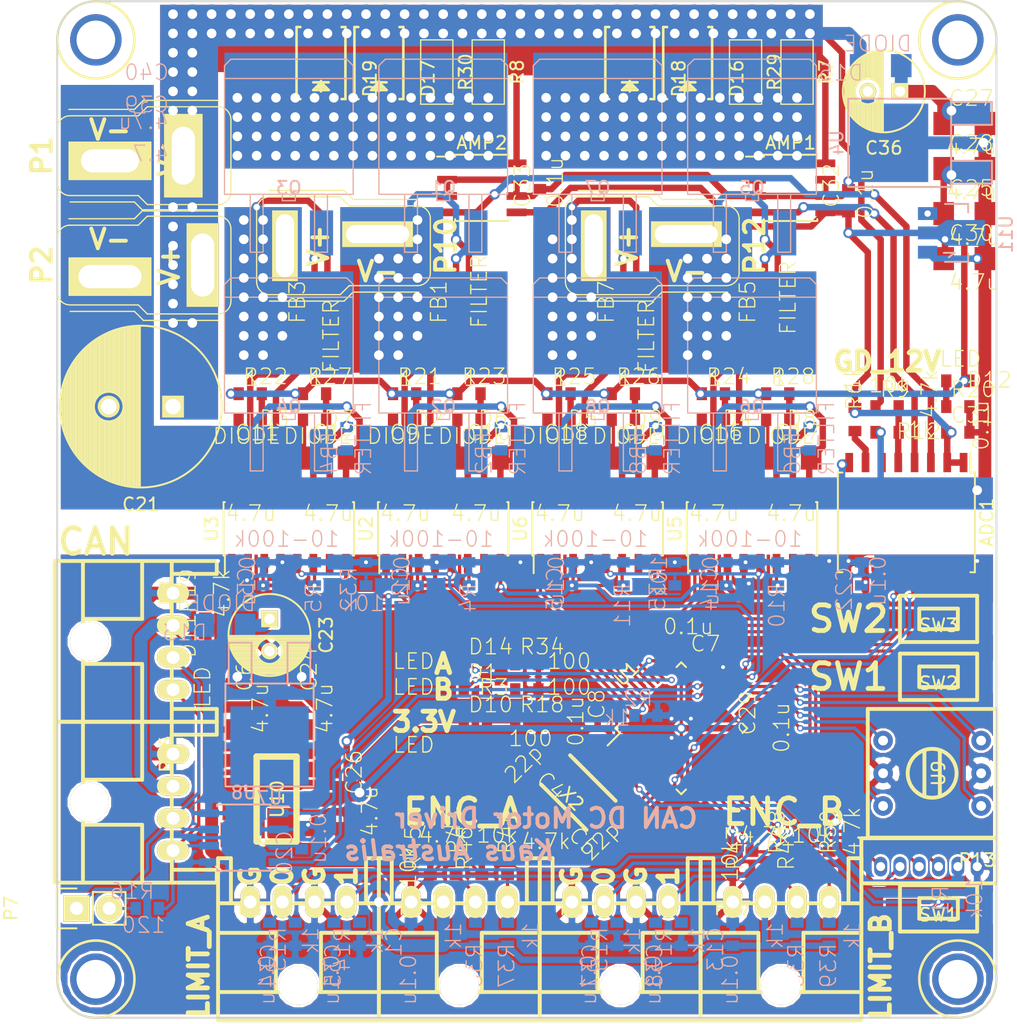
<source format=kicad_pcb>
(kicad_pcb (version 4) (host pcbnew 4.0.6)
  (layers (0 F.Cu signal) (31 B.Cu signal) (34 B.Paste user) (35 F.Paste user) (36 B.SilkS user) (37 F.SilkS user) (38 B.Mask user) (39 F.Mask user) (44 Edge.Cuts user))
  (net 0 "")
  (net 1 GND)
  (net 2 /NRST)
  (net 3 /OSC_IN)
  (net 4 /OSC_OUT)
  (net 5 +3.3V)
  (net 6 "Net-(C9-Pad1)")
  (net 7 +12V)
  (net 8 GNDPWR)
  (net 9 "Net-(C11-Pad1)")
  (net 10 /OUT_AN)
  (net 11 "Net-(C16-Pad1)")
  (net 12 "Net-(C18-Pad1)")
  (net 13 /OUT_BN)
  (net 14 +BATT)
  (net 15 "Net-(D1-Pad2)")
  (net 16 /ENC_Ab)
  (net 17 /ENC_Aa)
  (net 18 /ENC_Bb)
  (net 19 /ENC_Ba)
  (net 20 /CANL)
  (net 21 "Net-(P7-Pad2)")
  (net 22 /CANH)
  (net 23 /USART_RX)
  (net 24 /USART_TX)
  (net 25 /SWDIO)
  (net 26 /SWCLK)
  (net 27 /OUT_A)
  (net 28 /OUT_B)
  (net 29 /BOOT0)
  (net 30 "Net-(R4-Pad1)")
  (net 31 "Net-(R5-Pad1)")
  (net 32 "Net-(R10-Pad1)")
  (net 33 "Net-(R11-Pad1)")
  (net 34 /CAN_RX)
  (net 35 /PWM_A)
  (net 36 /PWM_AN)
  (net 37 /PWM_B)
  (net 38 /PWM_BN)
  (net 39 /CAN_TX)
  (net 40 /GD_12V)
  (net 41 "Net-(FB1-Pad2)")
  (net 42 "Net-(FB2-Pad2)")
  (net 43 "Net-(FB3-Pad2)")
  (net 44 "Net-(FB4-Pad2)")
  (net 45 "Net-(FB5-Pad2)")
  (net 46 "Net-(FB6-Pad2)")
  (net 47 "Net-(FB7-Pad2)")
  (net 48 "Net-(FB8-Pad2)")
  (net 49 "Net-(C10-Pad1)")
  (net 50 "Net-(C12-Pad1)")
  (net 51 "Net-(C17-Pad1)")
  (net 52 "Net-(C19-Pad1)")
  (net 53 "Net-(D10-Pad2)")
  (net 54 "Net-(D11-Pad2)")
  (net 55 "Net-(D12-Pad2)")
  (net 56 "Net-(D2-Pad1)")
  (net 57 "Net-(D3-Pad1)")
  (net 58 "Net-(D4-Pad1)")
  (net 59 "Net-(D5-Pad1)")
  (net 60 "Net-(D6-Pad1)")
  (net 61 "Net-(D7-Pad1)")
  (net 62 "Net-(D8-Pad1)")
  (net 63 "Net-(D9-Pad1)")
  (net 64 /SEL_1)
  (net 65 /SEL_4)
  (net 66 "Net-(C23-Pad1)")
  (net 67 "Net-(D14-Pad2)")
  (net 68 "Net-(C27-Pad1)")
  (net 69 +5V)
  (net 70 /LED_B)
  (net 71 /LED_A)
  (net 72 /SW1)
  (net 73 /SW2)
  (net 74 /SEL_8)
  (net 75 /MOTORA_EN)
  (net 76 /MOTORB_EN)
  (net 77 "Net-(R43-Pad1)")
  (net 78 "Net-(R44-Pad1)")
  (net 79 "Net-(R47-Pad2)")
  (net 80 "Net-(R49-Pad2)")
  (net 81 "Net-(FB1-Pad1)")
  (net 82 "Net-(FB2-Pad1)")
  (net 83 "Net-(FB3-Pad1)")
  (net 84 "Net-(FB4-Pad1)")
  (net 85 "Net-(FB5-Pad1)")
  (net 86 "Net-(FB6-Pad1)")
  (net 87 "Net-(FB7-Pad1)")
  (net 88 "Net-(FB8-Pad1)")
  (net 89 /PW_3.3V)
  (net 90 /CurrentA)
  (net 91 /Batt+)
  (net 92 "Net-(ADC1-Pad7)")
  (net 93 /ADC_RX)
  (net 94 /ADC_TX)
  (net 95 /MOTORB_BATT)
  (net 96 /CurrentB)
  (net 97 /MOTORA_BATT)
  (net 98 /LIMIT_A0)
  (net 99 /LIMIT_A1)
  (net 100 /LIMIT_B0)
  (net 101 /LIMIT_B1)
  (net 102 /SEL_2)
  (module TO_SOT_Packages_SMD:D2-PAK_compact (layer B.Cu) (at 30 15 180)
    (fp_text reference Q1 (at 0 0.5 180) (layer B.SilkS) (effects (justify mirror)))
    (fp_text value MOSFET_N)
    (pad G smd rect (at -2.54 -3 180) (size 1.8 3.5) (layers B.Cu B.Paste B.Mask) (net 41 "Net-(FB1-Pad2)"))
    (pad S smd rect (at 2.54 -3 180) (size 3 3.5) (layers B.Cu B.Paste B.Mask) (net 27 /OUT_A))
    (pad D smd rect (at 0 7 180) (size 10 8) (layers B.Cu B.Paste B.Mask) (net 97 /MOTORA_BATT))
  )
  (module RP_KiCAD_Connector:XA_4LC (layer F.Cu) (at 52.5 70)
    (fp_text reference P17 (at 0 0.5) (layer F.SilkS))
    (fp_text value CONN_01X04)
    (pad 1 thru_hole oval (at 0 0) (size 1.5 2.5) (drill 1) (layers *.Cu *.Mask F.SilkS) (net 1 GND))
    (pad 2 thru_hole oval (at 2.5 0) (size 1.5 2.5) (drill 1) (layers *.Cu *.Mask F.SilkS) (net 69 +5V))
    (pad 3 thru_hole oval (at 5 0) (size 1.5 2.5) (drill 1) (layers *.Cu *.Mask F.SilkS) (net 19 /ENC_Ba))
    (pad 4 thru_hole oval (at 7.5 0) (size 1.5 2.5) (drill 1) (layers *.Cu *.Mask F.SilkS) (net 18 /ENC_Bb))
    (pad "" thru_hole circle (at 3.75 6.5) (size 3 3) (drill 3) (layers *.Cu *.Mask F.SilkS) (clearance -0.3))
  )
  (module RP_KiCAD_Connector:XA_4LC (layer F.Cu) (at 15 70)
    (fp_text reference P4 (at 0 0.5) (layer F.SilkS))
    (fp_text value CONN_01X04)
    (pad 1 thru_hole oval (at 0 0) (size 1.5 2.5) (drill 1) (layers *.Cu *.Mask F.SilkS) (net 1 GND))
    (pad 2 thru_hole oval (at 2.5 0) (size 1.5 2.5) (drill 1) (layers *.Cu *.Mask F.SilkS) (net 98 /LIMIT_A0))
    (pad 3 thru_hole oval (at 5 0) (size 1.5 2.5) (drill 1) (layers *.Cu *.Mask F.SilkS) (net 1 GND))
    (pad 4 thru_hole oval (at 7.5 0) (size 1.5 2.5) (drill 1) (layers *.Cu *.Mask F.SilkS) (net 99 /LIMIT_A1))
    (pad "" thru_hole circle (at 3.75 6.5) (size 3 3) (drill 3) (layers *.Cu *.Mask F.SilkS) (clearance -0.3))
  )
  (module RP_KiCAD_Connector:XA_4LC (layer F.Cu) (at 9 58.5 270)
    (fp_text reference P16 (at 0 0.5 270) (layer F.SilkS))
    (fp_text value CONN_01X04)
    (pad 1 thru_hole oval (at 0 0 270) (size 1.5 2.5) (drill 1) (layers *.Cu *.Mask F.SilkS) (net 1 GND))
    (pad 2 thru_hole oval (at 2.5 0 270) (size 1.5 2.5) (drill 1) (layers *.Cu *.Mask F.SilkS) (net 7 +12V))
    (pad 3 thru_hole oval (at 5 0 270) (size 1.5 2.5) (drill 1) (layers *.Cu *.Mask F.SilkS) (net 22 /CANH))
    (pad 4 thru_hole oval (at 7.5 0 270) (size 1.5 2.5) (drill 1) (layers *.Cu *.Mask F.SilkS) (net 20 /CANL))
    (pad "" thru_hole circle (at 3.75 6.5 270) (size 3 3) (drill 3) (layers *.Cu *.Mask F.SilkS) (clearance -0.3))
  )
  (module Capacitors_ThroughHole:C_Radial_D12.5_L25_P5 (layer F.Cu) (at 9 31.5 180)
    (fp_text reference C21 (at 2.5 -7.6 180) (layer F.SilkS))
    (fp_text value 470u)
    (pad 2 thru_hole circle (at 5 0 180) (size 1.7 1.7) (drill 1.2) (layers *.Cu *.Mask F.SilkS) (net 8 GNDPWR))
    (pad 1 thru_hole rect (at 0 0 180) (size 1.7 1.7) (drill 1.2) (layers *.Cu *.Mask F.SilkS) (net 14 +BATT))
  )
  (module Housings_SOIC:SOIC-8_3.9x4.9mm_Pitch1.27mm (layer B.Cu) (at 14.5 65 180)
    (fp_text reference U8 (at 0 3.5 180) (layer B.SilkS) (effects (justify mirror)))
    (fp_text value MAX3051)
    (pad 1 smd rect (at -2.7 1.905 180) (size 1.55 0.6) (layers B.Cu B.Paste B.Mask) (net 39 /CAN_TX))
    (pad 2 smd rect (at -2.7 0.635 180) (size 1.55 0.6) (layers B.Cu B.Paste B.Mask) (net 1 GND))
    (pad 3 smd rect (at -2.7 -0.635 180) (size 1.55 0.6) (layers B.Cu B.Paste B.Mask) (net 5 +3.3V))
    (pad 4 smd rect (at -2.7 -1.905 180) (size 1.55 0.6) (layers B.Cu B.Paste B.Mask) (net 34 /CAN_RX))
    (pad 5 smd rect (at 2.7 -1.905 180) (size 1.55 0.6) (layers B.Cu B.Paste B.Mask) (net 1 GND))
    (pad 6 smd rect (at 2.7 -0.635 180) (size 1.55 0.6) (layers B.Cu B.Paste B.Mask) (net 20 /CANL))
    (pad 7 smd rect (at 2.7 0.635 180) (size 1.55 0.6) (layers B.Cu B.Paste B.Mask) (net 22 /CANH))
    (pad 8 smd rect (at 2.7 1.905 180) (size 1.55 0.6) (layers B.Cu B.Paste B.Mask) (net 1 GND))
  )
  (module Housings_SOIC:SOIC-16_3.9x9.9mm_Pitch1.27mm (layer F.Cu) (at 30 41 90)
    (fp_text reference U2 (at 0 -6 90) (layer F.SilkS))
    (fp_text value SI8234)
    (pad 1 smd rect (at -2.7 -4.445 90) (size 1.5 0.6) (layers F.Cu F.Paste F.Mask) (net 35 /PWM_A))
    (pad 2 smd rect (at -2.7 -3.175 90) (size 1.5 0.6) (layers F.Cu F.Paste F.Mask))
    (pad 3 smd rect (at -2.7 -1.905 90) (size 1.5 0.6) (layers F.Cu F.Paste F.Mask) (net 5 +3.3V))
    (pad 4 smd rect (at -2.7 -0.635 90) (size 1.5 0.6) (layers F.Cu F.Paste F.Mask) (net 1 GND))
    (pad 5 smd rect (at -2.7 0.635 90) (size 1.5 0.6) (layers F.Cu F.Paste F.Mask) (net 75 /MOTORA_EN))
    (pad 6 smd rect (at -2.7 1.905 90) (size 1.5 0.6) (layers F.Cu F.Paste F.Mask) (net 30 "Net-(R4-Pad1)"))
    (pad 7 smd rect (at -2.7 3.175 90) (size 1.5 0.6) (layers F.Cu F.Paste F.Mask))
    (pad 8 smd rect (at -2.7 4.445 90) (size 1.5 0.6) (layers F.Cu F.Paste F.Mask) (net 5 +3.3V))
    (pad 9 smd rect (at 2.7 4.445 90) (size 1.5 0.6) (layers F.Cu F.Paste F.Mask) (net 8 GNDPWR))
    (pad 10 smd rect (at 2.7 3.175 90) (size 1.5 0.6) (layers F.Cu F.Paste F.Mask) (net 82 "Net-(FB2-Pad1)"))
    (pad 11 smd rect (at 2.7 1.905 90) (size 1.5 0.6) (layers F.Cu F.Paste F.Mask) (net 49 "Net-(C10-Pad1)"))
    (pad 12 smd rect (at 2.7 0.635 90) (size 1.5 0.6) (layers F.Cu F.Paste F.Mask))
    (pad 13 smd rect (at 2.7 -0.635 90) (size 1.5 0.6) (layers F.Cu F.Paste F.Mask))
    (pad 14 smd rect (at 2.7 -1.905 90) (size 1.5 0.6) (layers F.Cu F.Paste F.Mask) (net 27 /OUT_A))
    (pad 15 smd rect (at 2.7 -3.175 90) (size 1.5 0.6) (layers F.Cu F.Paste F.Mask) (net 81 "Net-(FB1-Pad1)"))
    (pad 16 smd rect (at 2.7 -4.445 90) (size 1.5 0.6) (layers F.Cu F.Paste F.Mask) (net 6 "Net-(C9-Pad1)"))
  )
  (module RP_KiCAD_Libs:C1608_WP (layer B.Cu) (at 20 44.5 90)
    (fp_text reference R5 (at -0.635 0.635 90) (layer B.SilkS) (effects (font (size 1.2065 1.2065) (thickness 0.1016)) (justify left bottom mirror)))
    (fp_text value 10-100k (at 2 2 360) (layer B.SilkS) (effects (font (size 1.2065 1.2065) (thickness 0.1016)) (justify left bottom mirror)))
    (pad 1 smd rect (at -0.9 0 90) (size 0.8 1) (layers B.Cu B.Paste B.Mask) (net 31 "Net-(R5-Pad1)"))
    (pad 2 smd rect (at 0.9 0 90) (size 0.8 1) (layers B.Cu B.Paste B.Mask) (net 1 GND))
  )
  (module TO_SOT_Packages_SMD:TO-252-2Lead_regu (layer B.Cu) (at 71 11 270)
    (fp_text reference U4 (at 0 10.414 270) (layer B.SilkS) (effects (justify mirror)))
    (fp_text value LM7812)
    (pad VI smd rect (at -2.286 0 270) (size 1.651 3.048) (layers B.Cu B.Paste B.Mask) (net 68 "Net-(C27-Pad1)"))
    (pad GND smd rect (at 0 6.35 270) (size 6.096 6.096) (layers B.Cu B.Paste B.Mask) (net 8 GNDPWR))
    (pad VO smd rect (at 2.286 0 270) (size 1.651 3.048) (layers B.Cu B.Paste B.Mask) (net 40 /GD_12V))
  )
  (module Housings_QFP:LQFP-48_7x7mm_Pitch0.5mm (layer F.Cu) (at 48.5 56.5 45)
    (fp_text reference U1 (at 0 -6 45) (layer F.SilkS))
    (fp_text value STM32F103_48)
    (pad 1 smd rect (at -4.35 -2.75 45) (size 1.3 0.25) (layers F.Cu F.Paste F.Mask) (net 5 +3.3V))
    (pad 2 smd rect (at -4.35 -2.25 45) (size 1.3 0.25) (layers F.Cu F.Paste F.Mask))
    (pad 3 smd rect (at -4.35 -1.75 45) (size 1.3 0.25) (layers F.Cu F.Paste F.Mask))
    (pad 4 smd rect (at -4.35 -1.25 45) (size 1.3 0.25) (layers F.Cu F.Paste F.Mask))
    (pad 5 smd rect (at -4.35 -0.75 45) (size 1.3 0.25) (layers F.Cu F.Paste F.Mask) (net 3 /OSC_IN))
    (pad 6 smd rect (at -4.35 -0.25 45) (size 1.3 0.25) (layers F.Cu F.Paste F.Mask) (net 4 /OSC_OUT))
    (pad 7 smd rect (at -4.35 0.25 45) (size 1.3 0.25) (layers F.Cu F.Paste F.Mask) (net 2 /NRST))
    (pad 8 smd rect (at -4.35 0.75 45) (size 1.3 0.25) (layers F.Cu F.Paste F.Mask) (net 1 GND))
    (pad 9 smd rect (at -4.35 1.25 45) (size 1.3 0.25) (layers F.Cu F.Paste F.Mask) (net 5 +3.3V))
    (pad 10 smd rect (at -4.35 1.75 45) (size 1.3 0.25) (layers F.Cu F.Paste F.Mask) (net 77 "Net-(R43-Pad1)"))
    (pad 11 smd rect (at -4.35 2.25 45) (size 1.3 0.25) (layers F.Cu F.Paste F.Mask) (net 78 "Net-(R44-Pad1)"))
    (pad 12 smd rect (at -4.35 2.75 45) (size 1.3 0.25) (layers F.Cu F.Paste F.Mask) (net 94 /ADC_TX))
    (pad 13 smd rect (at -2.75 4.35 135) (size 1.3 0.25) (layers F.Cu F.Paste F.Mask) (net 93 /ADC_RX))
    (pad 14 smd rect (at -2.25 4.35 135) (size 1.3 0.25) (layers F.Cu F.Paste F.Mask) (net 98 /LIMIT_A0))
    (pad 15 smd rect (at -1.75 4.35 135) (size 1.3 0.25) (layers F.Cu F.Paste F.Mask) (net 99 /LIMIT_A1))
    (pad 16 smd rect (at -1.25 4.35 135) (size 1.3 0.25) (layers F.Cu F.Paste F.Mask) (net 79 "Net-(R47-Pad2)"))
    (pad 17 smd rect (at -0.75 4.35 135) (size 1.3 0.25) (layers F.Cu F.Paste F.Mask) (net 80 "Net-(R49-Pad2)"))
    (pad 18 smd rect (at -0.25 4.35 135) (size 1.3 0.25) (layers F.Cu F.Paste F.Mask) (net 100 /LIMIT_B0))
    (pad 19 smd rect (at 0.25 4.35 135) (size 1.3 0.25) (layers F.Cu F.Paste F.Mask) (net 101 /LIMIT_B1))
    (pad 20 smd rect (at 0.75 4.35 135) (size 1.3 0.25) (layers F.Cu F.Paste F.Mask))
    (pad 21 smd rect (at 1.25 4.35 135) (size 1.3 0.25) (layers F.Cu F.Paste F.Mask) (net 24 /USART_TX))
    (pad 22 smd rect (at 1.75 4.35 135) (size 1.3 0.25) (layers F.Cu F.Paste F.Mask) (net 23 /USART_RX))
    (pad 23 smd rect (at 2.25 4.35 135) (size 1.3 0.25) (layers F.Cu F.Paste F.Mask) (net 1 GND))
    (pad 24 smd rect (at 2.75 4.35 135) (size 1.3 0.25) (layers F.Cu F.Paste F.Mask) (net 5 +3.3V))
    (pad 25 smd rect (at 4.35 2.75 45) (size 1.3 0.25) (layers F.Cu F.Paste F.Mask) (net 74 /SEL_8))
    (pad 26 smd rect (at 4.35 2.25 45) (size 1.3 0.25) (layers F.Cu F.Paste F.Mask) (net 65 /SEL_4))
    (pad 27 smd rect (at 4.35 1.75 45) (size 1.3 0.25) (layers F.Cu F.Paste F.Mask) (net 102 /SEL_2))
    (pad 28 smd rect (at 4.35 1.25 45) (size 1.3 0.25) (layers F.Cu F.Paste F.Mask) (net 64 /SEL_1))
    (pad 29 smd rect (at 4.35 0.75 45) (size 1.3 0.25) (layers F.Cu F.Paste F.Mask) (net 76 /MOTORB_EN))
    (pad 30 smd rect (at 4.35 0.25 45) (size 1.3 0.25) (layers F.Cu F.Paste F.Mask) (net 75 /MOTORA_EN))
    (pad 31 smd rect (at 4.35 -0.25 45) (size 1.3 0.25) (layers F.Cu F.Paste F.Mask))
    (pad 32 smd rect (at 4.35 -0.75 45) (size 1.3 0.25) (layers F.Cu F.Paste F.Mask) (net 34 /CAN_RX))
    (pad 33 smd rect (at 4.35 -1.25 45) (size 1.3 0.25) (layers F.Cu F.Paste F.Mask) (net 39 /CAN_TX))
    (pad 34 smd rect (at 4.35 -1.75 45) (size 1.3 0.25) (layers F.Cu F.Paste F.Mask) (net 25 /SWDIO))
    (pad 35 smd rect (at 4.35 -2.25 45) (size 1.3 0.25) (layers F.Cu F.Paste F.Mask) (net 1 GND))
    (pad 36 smd rect (at 4.35 -2.75 45) (size 1.3 0.25) (layers F.Cu F.Paste F.Mask) (net 5 +3.3V))
    (pad 37 smd rect (at 2.75 -4.35 135) (size 1.3 0.25) (layers F.Cu F.Paste F.Mask) (net 26 /SWCLK))
    (pad 38 smd rect (at 2.25 -4.35 135) (size 1.3 0.25) (layers F.Cu F.Paste F.Mask) (net 71 /LED_A))
    (pad 39 smd rect (at 1.75 -4.35 135) (size 1.3 0.25) (layers F.Cu F.Paste F.Mask) (net 70 /LED_B))
    (pad 40 smd rect (at 1.25 -4.35 135) (size 1.3 0.25) (layers F.Cu F.Paste F.Mask) (net 72 /SW1))
    (pad 41 smd rect (at 0.75 -4.35 135) (size 1.3 0.25) (layers F.Cu F.Paste F.Mask) (net 73 /SW2))
    (pad 42 smd rect (at 0.25 -4.35 135) (size 1.3 0.25) (layers F.Cu F.Paste F.Mask) (net 37 /PWM_B))
    (pad 43 smd rect (at -0.25 -4.35 135) (size 1.3 0.25) (layers F.Cu F.Paste F.Mask) (net 38 /PWM_BN))
    (pad 44 smd rect (at -0.75 -4.35 135) (size 1.3 0.25) (layers F.Cu F.Paste F.Mask) (net 29 /BOOT0))
    (pad 45 smd rect (at -1.25 -4.35 135) (size 1.3 0.25) (layers F.Cu F.Paste F.Mask) (net 35 /PWM_A))
    (pad 46 smd rect (at -1.75 -4.35 135) (size 1.3 0.25) (layers F.Cu F.Paste F.Mask) (net 36 /PWM_AN))
    (pad 47 smd rect (at -2.25 -4.35 135) (size 1.3 0.25) (layers F.Cu F.Paste F.Mask) (net 1 GND))
    (pad 48 smd rect (at -2.75 -4.35 135) (size 1.3 0.25) (layers F.Cu F.Paste F.Mask) (net 5 +3.3V))
  )
  (module Capacitors_ThroughHole:C_Radial_D6.3_L11.2_P2.5 (layer F.Cu) (at 16.5 48 270)
    (fp_text reference C23 (at 1.25 -4.4 270) (layer F.SilkS))
    (fp_text value 100u)
    (pad 2 thru_hole circle (at 2.5 0 270) (size 1.3 1.3) (drill 0.8) (layers *.Cu *.Mask F.SilkS) (net 1 GND))
    (pad 1 thru_hole rect (at 0 0 270) (size 1.3 1.3) (drill 0.8) (layers *.Cu *.Mask F.SilkS) (net 66 "Net-(C23-Pad1)"))
  )
  (module RP_KiCAD_Libs:C3216 (layer F.Cu) (at 27 35.5)
    (fp_text reference C9 (at -1.27 -1.27) (layer F.SilkS) (effects (font (size 1.2065 1.2065) (thickness 0.1016)) (justify left bottom)))
    (fp_text value 4.7u (at -2 5 180) (layer F.SilkS) (effects (font (size 1.2065 1.2065) (thickness 0.1016)) (justify left bottom)))
    (pad 1 smd rect (at -1.6 0) (size 1.6 1.8) (layers F.Cu F.Paste F.Mask) (net 6 "Net-(C9-Pad1)"))
    (pad 2 smd rect (at 1.6 0) (size 1.6 1.8) (layers F.Cu F.Paste F.Mask) (net 27 /OUT_A))
  )
  (module RP_KiCAD_Libs:C3216 (layer F.Cu) (at 33 35.5)
    (fp_text reference C10 (at -1.27 -1.27) (layer F.SilkS) (effects (font (size 1.2065 1.2065) (thickness 0.1016)) (justify left bottom)))
    (fp_text value 4.7u (at -2.5 5 180) (layer F.SilkS) (effects (font (size 1.2065 1.2065) (thickness 0.1016)) (justify left bottom)))
    (pad 1 smd rect (at -1.6 0) (size 1.6 1.8) (layers F.Cu F.Paste F.Mask) (net 49 "Net-(C10-Pad1)"))
    (pad 2 smd rect (at 1.6 0) (size 1.6 1.8) (layers F.Cu F.Paste F.Mask) (net 8 GNDPWR))
  )
  (module RP_KiCAD_Libs:C3216 (layer F.Cu) (at 15 35.5)
    (fp_text reference C11 (at -1.27 -1.27) (layer F.SilkS) (effects (font (size 1.2065 1.2065) (thickness 0.1016)) (justify left bottom)))
    (fp_text value 4.7u (at -2 5 180) (layer F.SilkS) (effects (font (size 1.2065 1.2065) (thickness 0.1016)) (justify left bottom)))
    (pad 1 smd rect (at -1.6 0) (size 1.6 1.8) (layers F.Cu F.Paste F.Mask) (net 9 "Net-(C11-Pad1)"))
    (pad 2 smd rect (at 1.6 0) (size 1.6 1.8) (layers F.Cu F.Paste F.Mask) (net 10 /OUT_AN))
  )
  (module RP_KiCAD_Libs:C3216 (layer F.Cu) (at 21 35.5)
    (fp_text reference C12 (at -1.27 -1.27) (layer F.SilkS) (effects (font (size 1.2065 1.2065) (thickness 0.1016)) (justify left bottom)))
    (fp_text value 4.7u (at -2 5 180) (layer F.SilkS) (effects (font (size 1.2065 1.2065) (thickness 0.1016)) (justify left bottom)))
    (pad 1 smd rect (at -1.6 0) (size 1.6 1.8) (layers F.Cu F.Paste F.Mask) (net 50 "Net-(C12-Pad1)"))
    (pad 2 smd rect (at 1.6 0) (size 1.6 1.8) (layers F.Cu F.Paste F.Mask) (net 8 GNDPWR))
  )
  (module RP_KiCAD_Libs:C3216 (layer F.Cu) (at 51 35.5)
    (fp_text reference C16 (at -1.27 -1.27) (layer F.SilkS) (effects (font (size 1.2065 1.2065) (thickness 0.1016)) (justify left bottom)))
    (fp_text value 4.7u (at -2 5 180) (layer F.SilkS) (effects (font (size 1.2065 1.2065) (thickness 0.1016)) (justify left bottom)))
    (pad 1 smd rect (at -1.6 0) (size 1.6 1.8) (layers F.Cu F.Paste F.Mask) (net 11 "Net-(C16-Pad1)"))
    (pad 2 smd rect (at 1.6 0) (size 1.6 1.8) (layers F.Cu F.Paste F.Mask) (net 28 /OUT_B))
  )
  (module RP_KiCAD_Libs:C3216 (layer F.Cu) (at 57 35.5)
    (fp_text reference C17 (at -1.27 -1.27) (layer F.SilkS) (effects (font (size 1.2065 1.2065) (thickness 0.1016)) (justify left bottom)))
    (fp_text value 4.7u (at -2 5 180) (layer F.SilkS) (effects (font (size 1.2065 1.2065) (thickness 0.1016)) (justify left bottom)))
    (pad 1 smd rect (at -1.6 0) (size 1.6 1.8) (layers F.Cu F.Paste F.Mask) (net 51 "Net-(C17-Pad1)"))
    (pad 2 smd rect (at 1.6 0) (size 1.6 1.8) (layers F.Cu F.Paste F.Mask) (net 8 GNDPWR))
  )
  (module RP_KiCAD_Libs:C3216 (layer F.Cu) (at 39 35.5)
    (fp_text reference C18 (at -1.27 -1.27) (layer F.SilkS) (effects (font (size 1.2065 1.2065) (thickness 0.1016)) (justify left bottom)))
    (fp_text value 4.7u (at -2 5 180) (layer F.SilkS) (effects (font (size 1.2065 1.2065) (thickness 0.1016)) (justify left bottom)))
    (pad 1 smd rect (at -1.6 0) (size 1.6 1.8) (layers F.Cu F.Paste F.Mask) (net 12 "Net-(C18-Pad1)"))
    (pad 2 smd rect (at 1.6 0) (size 1.6 1.8) (layers F.Cu F.Paste F.Mask) (net 13 /OUT_BN))
  )
  (module RP_KiCAD_Libs:C3216 (layer F.Cu) (at 45 35.5)
    (fp_text reference C19 (at -1.27 -1.27) (layer F.SilkS) (effects (font (size 1.2065 1.2065) (thickness 0.1016)) (justify left bottom)))
    (fp_text value 4.7u (at -2 5 180) (layer F.SilkS) (effects (font (size 1.2065 1.2065) (thickness 0.1016)) (justify left bottom)))
    (pad 1 smd rect (at -1.6 0) (size 1.6 1.8) (layers F.Cu F.Paste F.Mask) (net 52 "Net-(C19-Pad1)"))
    (pad 2 smd rect (at 1.6 0) (size 1.6 1.8) (layers F.Cu F.Paste F.Mask) (net 8 GNDPWR))
  )
  (module Pin_Headers:Pin_Header_Straight_1x02 (layer F.Cu) (at 1.5 70.5 90)
    (fp_text reference P7 (at 0 -5.1 90) (layer F.SilkS))
    (fp_text value CONN_01X02)
    (pad 1 thru_hole rect (at 0 0 90) (size 2.032 2.032) (drill 1.016) (layers *.Cu *.Mask F.SilkS) (net 22 /CANH))
    (pad 2 thru_hole oval (at 0 2.54 90) (size 2.032 2.032) (drill 1.016) (layers *.Cu *.Mask F.SilkS) (net 21 "Net-(P7-Pad2)"))
  )
  (module Housings_SOIC:SOIC-16_3.9x9.9mm_Pitch1.27mm (layer F.Cu) (at 18 41 90)
    (fp_text reference U3 (at 0 -6 90) (layer F.SilkS))
    (fp_text value SI8234)
    (pad 1 smd rect (at -2.7 -4.445 90) (size 1.5 0.6) (layers F.Cu F.Paste F.Mask) (net 36 /PWM_AN))
    (pad 2 smd rect (at -2.7 -3.175 90) (size 1.5 0.6) (layers F.Cu F.Paste F.Mask))
    (pad 3 smd rect (at -2.7 -1.905 90) (size 1.5 0.6) (layers F.Cu F.Paste F.Mask) (net 5 +3.3V))
    (pad 4 smd rect (at -2.7 -0.635 90) (size 1.5 0.6) (layers F.Cu F.Paste F.Mask) (net 1 GND))
    (pad 5 smd rect (at -2.7 0.635 90) (size 1.5 0.6) (layers F.Cu F.Paste F.Mask) (net 75 /MOTORA_EN))
    (pad 6 smd rect (at -2.7 1.905 90) (size 1.5 0.6) (layers F.Cu F.Paste F.Mask) (net 31 "Net-(R5-Pad1)"))
    (pad 7 smd rect (at -2.7 3.175 90) (size 1.5 0.6) (layers F.Cu F.Paste F.Mask))
    (pad 8 smd rect (at -2.7 4.445 90) (size 1.5 0.6) (layers F.Cu F.Paste F.Mask) (net 5 +3.3V))
    (pad 9 smd rect (at 2.7 4.445 90) (size 1.5 0.6) (layers F.Cu F.Paste F.Mask) (net 8 GNDPWR))
    (pad 10 smd rect (at 2.7 3.175 90) (size 1.5 0.6) (layers F.Cu F.Paste F.Mask) (net 84 "Net-(FB4-Pad1)"))
    (pad 11 smd rect (at 2.7 1.905 90) (size 1.5 0.6) (layers F.Cu F.Paste F.Mask) (net 50 "Net-(C12-Pad1)"))
    (pad 12 smd rect (at 2.7 0.635 90) (size 1.5 0.6) (layers F.Cu F.Paste F.Mask))
    (pad 13 smd rect (at 2.7 -0.635 90) (size 1.5 0.6) (layers F.Cu F.Paste F.Mask))
    (pad 14 smd rect (at 2.7 -1.905 90) (size 1.5 0.6) (layers F.Cu F.Paste F.Mask) (net 10 /OUT_AN))
    (pad 15 smd rect (at 2.7 -3.175 90) (size 1.5 0.6) (layers F.Cu F.Paste F.Mask) (net 83 "Net-(FB3-Pad1)"))
    (pad 16 smd rect (at 2.7 -4.445 90) (size 1.5 0.6) (layers F.Cu F.Paste F.Mask) (net 9 "Net-(C11-Pad1)"))
  )
  (module Housings_SOIC:SOIC-16_3.9x9.9mm_Pitch1.27mm (layer F.Cu) (at 54 41 90)
    (fp_text reference U5 (at 0 -6 90) (layer F.SilkS))
    (fp_text value SI8234)
    (pad 1 smd rect (at -2.7 -4.445 90) (size 1.5 0.6) (layers F.Cu F.Paste F.Mask) (net 37 /PWM_B))
    (pad 2 smd rect (at -2.7 -3.175 90) (size 1.5 0.6) (layers F.Cu F.Paste F.Mask))
    (pad 3 smd rect (at -2.7 -1.905 90) (size 1.5 0.6) (layers F.Cu F.Paste F.Mask) (net 5 +3.3V))
    (pad 4 smd rect (at -2.7 -0.635 90) (size 1.5 0.6) (layers F.Cu F.Paste F.Mask) (net 1 GND))
    (pad 5 smd rect (at -2.7 0.635 90) (size 1.5 0.6) (layers F.Cu F.Paste F.Mask) (net 76 /MOTORB_EN))
    (pad 6 smd rect (at -2.7 1.905 90) (size 1.5 0.6) (layers F.Cu F.Paste F.Mask) (net 32 "Net-(R10-Pad1)"))
    (pad 7 smd rect (at -2.7 3.175 90) (size 1.5 0.6) (layers F.Cu F.Paste F.Mask))
    (pad 8 smd rect (at -2.7 4.445 90) (size 1.5 0.6) (layers F.Cu F.Paste F.Mask) (net 5 +3.3V))
    (pad 9 smd rect (at 2.7 4.445 90) (size 1.5 0.6) (layers F.Cu F.Paste F.Mask) (net 8 GNDPWR))
    (pad 10 smd rect (at 2.7 3.175 90) (size 1.5 0.6) (layers F.Cu F.Paste F.Mask) (net 86 "Net-(FB6-Pad1)"))
    (pad 11 smd rect (at 2.7 1.905 90) (size 1.5 0.6) (layers F.Cu F.Paste F.Mask) (net 51 "Net-(C17-Pad1)"))
    (pad 12 smd rect (at 2.7 0.635 90) (size 1.5 0.6) (layers F.Cu F.Paste F.Mask))
    (pad 13 smd rect (at 2.7 -0.635 90) (size 1.5 0.6) (layers F.Cu F.Paste F.Mask))
    (pad 14 smd rect (at 2.7 -1.905 90) (size 1.5 0.6) (layers F.Cu F.Paste F.Mask) (net 28 /OUT_B))
    (pad 15 smd rect (at 2.7 -3.175 90) (size 1.5 0.6) (layers F.Cu F.Paste F.Mask) (net 85 "Net-(FB5-Pad1)"))
    (pad 16 smd rect (at 2.7 -4.445 90) (size 1.5 0.6) (layers F.Cu F.Paste F.Mask) (net 11 "Net-(C16-Pad1)"))
  )
  (module Housings_SOIC:SOIC-16_3.9x9.9mm_Pitch1.27mm (layer F.Cu) (at 42 41 90)
    (fp_text reference U6 (at 0 -6 90) (layer F.SilkS))
    (fp_text value SI8234)
    (pad 1 smd rect (at -2.7 -4.445 90) (size 1.5 0.6) (layers F.Cu F.Paste F.Mask) (net 38 /PWM_BN))
    (pad 2 smd rect (at -2.7 -3.175 90) (size 1.5 0.6) (layers F.Cu F.Paste F.Mask))
    (pad 3 smd rect (at -2.7 -1.905 90) (size 1.5 0.6) (layers F.Cu F.Paste F.Mask) (net 5 +3.3V))
    (pad 4 smd rect (at -2.7 -0.635 90) (size 1.5 0.6) (layers F.Cu F.Paste F.Mask) (net 1 GND))
    (pad 5 smd rect (at -2.7 0.635 90) (size 1.5 0.6) (layers F.Cu F.Paste F.Mask) (net 76 /MOTORB_EN))
    (pad 6 smd rect (at -2.7 1.905 90) (size 1.5 0.6) (layers F.Cu F.Paste F.Mask) (net 33 "Net-(R11-Pad1)"))
    (pad 7 smd rect (at -2.7 3.175 90) (size 1.5 0.6) (layers F.Cu F.Paste F.Mask))
    (pad 8 smd rect (at -2.7 4.445 90) (size 1.5 0.6) (layers F.Cu F.Paste F.Mask) (net 5 +3.3V))
    (pad 9 smd rect (at 2.7 4.445 90) (size 1.5 0.6) (layers F.Cu F.Paste F.Mask) (net 8 GNDPWR))
    (pad 10 smd rect (at 2.7 3.175 90) (size 1.5 0.6) (layers F.Cu F.Paste F.Mask) (net 88 "Net-(FB8-Pad1)"))
    (pad 11 smd rect (at 2.7 1.905 90) (size 1.5 0.6) (layers F.Cu F.Paste F.Mask) (net 52 "Net-(C19-Pad1)"))
    (pad 12 smd rect (at 2.7 0.635 90) (size 1.5 0.6) (layers F.Cu F.Paste F.Mask))
    (pad 13 smd rect (at 2.7 -0.635 90) (size 1.5 0.6) (layers F.Cu F.Paste F.Mask))
    (pad 14 smd rect (at 2.7 -1.905 90) (size 1.5 0.6) (layers F.Cu F.Paste F.Mask) (net 13 /OUT_BN))
    (pad 15 smd rect (at 2.7 -3.175 90) (size 1.5 0.6) (layers F.Cu F.Paste F.Mask) (net 87 "Net-(FB7-Pad1)"))
    (pad 16 smd rect (at 2.7 -4.445 90) (size 1.5 0.6) (layers F.Cu F.Paste F.Mask) (net 12 "Net-(C18-Pad1)"))
  )
  (module RP_KiCAD_Libs:C3216 (layer F.Cu) (at 70.5 9.5)
    (fp_text reference C27 (at -1.27 -1.27) (layer F.SilkS) (effects (font (size 1.2065 1.2065) (thickness 0.1016)) (justify left bottom)))
    (fp_text value 4.7u (at -1.5 2.5 180) (layer F.SilkS) (effects (font (size 1.2065 1.2065) (thickness 0.1016)) (justify left bottom)))
    (pad 1 smd rect (at -1.6 0) (size 1.6 1.8) (layers F.Cu F.Paste F.Mask) (net 68 "Net-(C27-Pad1)"))
    (pad 2 smd rect (at 1.6 0) (size 1.6 1.8) (layers F.Cu F.Paste F.Mask) (net 8 GNDPWR))
  )
  (module RP_KiCAD_Libs:C3216 (layer F.Cu) (at 70.5 13)
    (fp_text reference C28 (at -1.27 -1.27) (layer F.SilkS) (effects (font (size 1.2065 1.2065) (thickness 0.1016)) (justify left bottom)))
    (fp_text value 4.7u (at -1.5 2.5 180) (layer F.SilkS) (effects (font (size 1.2065 1.2065) (thickness 0.1016)) (justify left bottom)))
    (pad 1 smd rect (at -1.6 0) (size 1.6 1.8) (layers F.Cu F.Paste F.Mask) (net 40 /GD_12V))
    (pad 2 smd rect (at 1.6 0) (size 1.6 1.8) (layers F.Cu F.Paste F.Mask) (net 8 GNDPWR))
  )
  (module RP_KiCAD_Libs:C1608_WP (layer B.Cu) (at 28 44.5 270)
    (fp_text reference C2 (at -0.635 0.635 270) (layer B.SilkS) (effects (font (size 1.2065 1.2065) (thickness 0.1016)) (justify left bottom mirror)))
    (fp_text value 0.1u (at -1.5 0.5 270) (layer B.SilkS) (effects (font (size 1.2065 1.2065) (thickness 0.1016)) (justify left bottom mirror)))
    (pad 1 smd rect (at -0.9 0 270) (size 0.8 1) (layers B.Cu B.Paste B.Mask) (net 1 GND))
    (pad 2 smd rect (at 0.9 0 270) (size 0.8 1) (layers B.Cu B.Paste B.Mask) (net 5 +3.3V))
  )
  (module RP_KiCAD_Libs:C1608_WP (layer F.Cu) (at 37 61.5 315)
    (fp_text reference C4 (at -0.635 -0.635 315) (layer F.SilkS) (effects (font (size 1.2065 1.2065) (thickness 0.1016)) (justify left bottom)))
    (fp_text value 22p (at -1.414214 0.707107 585) (layer F.SilkS) (effects (font (size 1.2065 1.2065) (thickness 0.1016)) (justify left bottom)))
    (pad 1 smd rect (at -0.9 0 315) (size 0.8 1) (layers F.Cu F.Paste F.Mask) (net 3 /OSC_IN))
    (pad 2 smd rect (at 0.9 0 315) (size 0.8 1) (layers F.Cu F.Paste F.Mask) (net 1 GND))
  )
  (module RP_KiCAD_Libs:C1608_WP (layer F.Cu) (at 39.5 64 135)
    (fp_text reference C5 (at -0.635 -0.635 135) (layer F.SilkS) (effects (font (size 1.2065 1.2065) (thickness 0.1016)) (justify left bottom)))
    (fp_text value 22p (at -3.535534 -0.707107 405) (layer F.SilkS) (effects (font (size 1.2065 1.2065) (thickness 0.1016)) (justify left bottom)))
    (pad 1 smd rect (at -0.9 0 135) (size 0.8 1) (layers F.Cu F.Paste F.Mask) (net 4 /OSC_OUT))
    (pad 2 smd rect (at 0.9 0 135) (size 0.8 1) (layers F.Cu F.Paste F.Mask) (net 1 GND))
  )
  (module RP_KiCAD_Libs:C1608_WP (layer F.Cu) (at 48.5 50 180)
    (fp_text reference C7 (at -0.635 -0.635 180) (layer F.SilkS) (effects (font (size 1.2065 1.2065) (thickness 0.1016)) (justify left bottom)))
    (fp_text value 0.1u (at 1.5 0.7 180) (layer F.SilkS) (effects (font (size 1.2065 1.2065) (thickness 0.1016)) (justify left bottom)))
    (pad 1 smd rect (at -0.9 0 180) (size 0.8 1) (layers F.Cu F.Paste F.Mask) (net 1 GND))
    (pad 2 smd rect (at 0.9 0 180) (size 0.8 1) (layers F.Cu F.Paste F.Mask) (net 5 +3.3V))
  )
  (module RP_KiCAD_Libs:C1608_WP (layer F.Cu) (at 42 56.5 270)
    (fp_text reference C8 (at -0.635 -0.635 270) (layer F.SilkS) (effects (font (size 1.2065 1.2065) (thickness 0.1016)) (justify left bottom)))
    (fp_text value 0.1u (at 1.5 1 270) (layer F.SilkS) (effects (font (size 1.2065 1.2065) (thickness 0.1016)) (justify left bottom)))
    (pad 1 smd rect (at -0.9 0 270) (size 0.8 1) (layers F.Cu F.Paste F.Mask) (net 1 GND))
    (pad 2 smd rect (at 0.9 0 270) (size 0.8 1) (layers F.Cu F.Paste F.Mask) (net 5 +3.3V))
  )
  (module RP_KiCAD_Libs:C1608_WP (layer B.Cu) (at 52 44.5 270)
    (fp_text reference C14 (at -0.635 0.635 270) (layer B.SilkS) (effects (font (size 1.2065 1.2065) (thickness 0.1016)) (justify left bottom mirror)))
    (fp_text value 0.1u (at -1.5 0.5 450) (layer B.SilkS) (effects (font (size 1.2065 1.2065) (thickness 0.1016)) (justify left bottom mirror)))
    (pad 1 smd rect (at -0.9 0 270) (size 0.8 1) (layers B.Cu B.Paste B.Mask) (net 1 GND))
    (pad 2 smd rect (at 0.9 0 270) (size 0.8 1) (layers B.Cu B.Paste B.Mask) (net 5 +3.3V))
  )
  (module RP_KiCAD_Libs:C1608_WP (layer B.Cu) (at 40 44.5 270)
    (fp_text reference C15 (at -0.635 0.635 270) (layer B.SilkS) (effects (font (size 1.2065 1.2065) (thickness 0.1016)) (justify left bottom mirror)))
    (fp_text value 0.1u (at -1.5 0.5 270) (layer B.SilkS) (effects (font (size 1.2065 1.2065) (thickness 0.1016)) (justify left bottom mirror)))
    (pad 1 smd rect (at -0.9 0 270) (size 0.8 1) (layers B.Cu B.Paste B.Mask) (net 1 GND))
    (pad 2 smd rect (at 0.9 0 270) (size 0.8 1) (layers B.Cu B.Paste B.Mask) (net 5 +3.3V))
  )
  (module RP_KiCAD_Libs:C1608_WP (layer B.Cu) (at 70 69.25 270)
    (fp_text reference R1 (at -0.635 0.635 270) (layer B.SilkS) (effects (font (size 1.2065 1.2065) (thickness 0.1016)) (justify left bottom mirror)))
    (fp_text value 10k (at -1.25 -2 270) (layer B.SilkS) (effects (font (size 1.2065 1.2065) (thickness 0.1016)) (justify left bottom mirror)))
    (pad 1 smd rect (at -0.9 0 270) (size 0.8 1) (layers B.Cu B.Paste B.Mask) (net 5 +3.3V))
    (pad 2 smd rect (at 0.9 0 270) (size 0.8 1) (layers B.Cu B.Paste B.Mask) (net 2 /NRST))
  )
  (module RP_KiCAD_Libs:C1608_WP (layer B.Cu) (at 45.75 55.5 180)
    (fp_text reference R2 (at -0.635 0.635 180) (layer B.SilkS) (effects (font (size 1.2065 1.2065) (thickness 0.1016)) (justify left bottom mirror)))
    (fp_text value 1k (at 1.1 -0.9 180) (layer B.SilkS) (effects (font (size 1.2065 1.2065) (thickness 0.1016)) (justify left bottom mirror)))
    (pad 1 smd rect (at -0.9 0 180) (size 0.8 1) (layers B.Cu B.Paste B.Mask) (net 1 GND))
    (pad 2 smd rect (at 0.9 0 180) (size 0.8 1) (layers B.Cu B.Paste B.Mask) (net 29 /BOOT0))
  )
  (module RP_KiCAD_Libs:C1608_WP (layer F.Cu) (at 36.5 53.5)
    (fp_text reference R3 (at -3.81 0.508) (layer F.SilkS) (effects (font (size 1.2065 1.2065) (thickness 0.1016)) (justify left bottom)))
    (fp_text value 100 (at 1.5 0.5) (layer F.SilkS) (effects (font (size 1.2065 1.2065) (thickness 0.1016)) (justify left bottom)))
    (pad 1 smd rect (at -0.9 0) (size 0.8 1) (layers F.Cu F.Paste F.Mask) (net 15 "Net-(D1-Pad2)"))
    (pad 2 smd rect (at 0.9 0) (size 0.8 1) (layers F.Cu F.Paste F.Mask) (net 1 GND))
  )
  (module RP_KiCAD_Libs:C1608_WP (layer B.Cu) (at 32 44.5 90)
    (fp_text reference R4 (at -0.635 0.635 90) (layer B.SilkS) (effects (font (size 1.2065 1.2065) (thickness 0.1016)) (justify left bottom mirror)))
    (fp_text value 10-100k (at 2 2 180) (layer B.SilkS) (effects (font (size 1.2065 1.2065) (thickness 0.1016)) (justify left bottom mirror)))
    (pad 1 smd rect (at -0.9 0 90) (size 0.8 1) (layers B.Cu B.Paste B.Mask) (net 30 "Net-(R4-Pad1)"))
    (pad 2 smd rect (at 0.9 0 90) (size 0.8 1) (layers B.Cu B.Paste B.Mask) (net 1 GND))
  )
  (module RP_KiCAD_Libs:C1608_WP (layer B.Cu) (at 56 44.5 90)
    (fp_text reference R10 (at -0.635 0.635 90) (layer B.SilkS) (effects (font (size 1.2065 1.2065) (thickness 0.1016)) (justify left bottom mirror)))
    (fp_text value 10-100k (at 2 2 180) (layer B.SilkS) (effects (font (size 1.2065 1.2065) (thickness 0.1016)) (justify left bottom mirror)))
    (pad 1 smd rect (at -0.9 0 90) (size 0.8 1) (layers B.Cu B.Paste B.Mask) (net 32 "Net-(R10-Pad1)"))
    (pad 2 smd rect (at 0.9 0 90) (size 0.8 1) (layers B.Cu B.Paste B.Mask) (net 1 GND))
  )
  (module RP_KiCAD_Libs:C1608_WP (layer B.Cu) (at 44 44.5 90)
    (fp_text reference R11 (at -0.635 0.635 90) (layer B.SilkS) (effects (font (size 1.2065 1.2065) (thickness 0.1016)) (justify left bottom mirror)))
    (fp_text value 10-100k (at 2 2 180) (layer B.SilkS) (effects (font (size 1.2065 1.2065) (thickness 0.1016)) (justify left bottom mirror)))
    (pad 1 smd rect (at -0.9 0 90) (size 0.8 1) (layers B.Cu B.Paste B.Mask) (net 33 "Net-(R11-Pad1)"))
    (pad 2 smd rect (at 0.9 0 90) (size 0.8 1) (layers B.Cu B.Paste B.Mask) (net 1 GND))
  )
  (module RP_KiCAD_Libs:C1608_WP (layer B.Cu) (at 7 70.5 180)
    (fp_text reference R16 (at -0.635 0.635 180) (layer B.SilkS) (effects (font (size 1.2065 1.2065) (thickness 0.1016)) (justify left bottom mirror)))
    (fp_text value 120 (at -1.5 -2 360) (layer B.SilkS) (effects (font (size 1.2065 1.2065) (thickness 0.1016)) (justify left bottom mirror)))
    (pad 1 smd rect (at -0.9 0 180) (size 0.8 1) (layers B.Cu B.Paste B.Mask) (net 20 /CANL))
    (pad 2 smd rect (at 0.9 0 180) (size 0.8 1) (layers B.Cu B.Paste B.Mask) (net 21 "Net-(P7-Pad2)"))
  )
  (module RP_KiCAD_Libs:C1608_WP (layer F.Cu) (at 55 56.5 90)
    (fp_text reference C29 (at -0.635 -0.635 90) (layer F.SilkS) (effects (font (size 1.2065 1.2065) (thickness 0.1016)) (justify left bottom)))
    (fp_text value 0.1u (at -2 2 270) (layer F.SilkS) (effects (font (size 1.2065 1.2065) (thickness 0.1016)) (justify left bottom)))
    (pad 1 smd rect (at -0.9 0 90) (size 0.8 1) (layers F.Cu F.Paste F.Mask) (net 1 GND))
    (pad 2 smd rect (at 0.9 0 90) (size 0.8 1) (layers F.Cu F.Paste F.Mask) (net 5 +3.3V))
  )
  (module RP_KiCAD_Libs:C1608_WP (layer F.Cu) (at 31 24.5 90)
    (fp_text reference FB1 (at -0.635 -0.635 90) (layer F.SilkS) (effects (font (size 1.2065 1.2065) (thickness 0.1016)) (justify left bottom)))
    (fp_text value FILTER (at -1 2.5 90) (layer F.SilkS) (effects (font (size 1.2065 1.2065) (thickness 0.1016)) (justify left bottom)))
    (pad 1 smd rect (at -0.9 0 90) (size 0.8 1) (layers F.Cu F.Paste F.Mask) (net 81 "Net-(FB1-Pad1)"))
    (pad 2 smd rect (at 0.9 0 90) (size 0.8 1) (layers F.Cu F.Paste F.Mask) (net 41 "Net-(FB1-Pad2)"))
  )
  (module RP_KiCAD_Libs:C1608_WP (layer B.Cu) (at 34.5 34 270)
    (fp_text reference FB2 (at -0.635 0.635 270) (layer B.SilkS) (effects (font (size 1.2065 1.2065) (thickness 0.1016)) (justify left bottom mirror)))
    (fp_text value FILTER (at -3 -2 270) (layer B.SilkS) (effects (font (size 1.2065 1.2065) (thickness 0.1016)) (justify left bottom mirror)))
    (pad 1 smd rect (at -0.9 0 270) (size 0.8 1) (layers B.Cu B.Paste B.Mask) (net 82 "Net-(FB2-Pad1)"))
    (pad 2 smd rect (at 0.9 0 270) (size 0.8 1) (layers B.Cu B.Paste B.Mask) (net 42 "Net-(FB2-Pad2)"))
  )
  (module RP_KiCAD_Libs:C1608_WP (layer F.Cu) (at 20 24.5 90)
    (fp_text reference FB3 (at -0.635 -0.635 90) (layer F.SilkS) (effects (font (size 1.2065 1.2065) (thickness 0.1016)) (justify left bottom)))
    (fp_text value FILTER (at -4.5 2 90) (layer F.SilkS) (effects (font (size 1.2065 1.2065) (thickness 0.1016)) (justify left bottom)))
    (pad 1 smd rect (at -0.9 0 90) (size 0.8 1) (layers F.Cu F.Paste F.Mask) (net 83 "Net-(FB3-Pad1)"))
    (pad 2 smd rect (at 0.9 0 90) (size 0.8 1) (layers F.Cu F.Paste F.Mask) (net 43 "Net-(FB3-Pad2)"))
  )
  (module RP_KiCAD_Libs:C1608_WP (layer B.Cu) (at 22.5 34 270)
    (fp_text reference FB4 (at -0.635 0.635 270) (layer B.SilkS) (effects (font (size 1.2065 1.2065) (thickness 0.1016)) (justify left bottom mirror)))
    (fp_text value FILTER (at -3 -2 270) (layer B.SilkS) (effects (font (size 1.2065 1.2065) (thickness 0.1016)) (justify left bottom mirror)))
    (pad 1 smd rect (at -0.9 0 270) (size 0.8 1) (layers B.Cu B.Paste B.Mask) (net 84 "Net-(FB4-Pad1)"))
    (pad 2 smd rect (at 0.9 0 270) (size 0.8 1) (layers B.Cu B.Paste B.Mask) (net 44 "Net-(FB4-Pad2)"))
  )
  (module RP_KiCAD_Libs:C1608_WP (layer F.Cu) (at 55 24.5 90)
    (fp_text reference FB5 (at -0.635 -0.635 90) (layer F.SilkS) (effects (font (size 1.2065 1.2065) (thickness 0.1016)) (justify left bottom)))
    (fp_text value FILTER (at -1.5 2.5 270) (layer F.SilkS) (effects (font (size 1.2065 1.2065) (thickness 0.1016)) (justify left bottom)))
    (pad 1 smd rect (at -0.9 0 90) (size 0.8 1) (layers F.Cu F.Paste F.Mask) (net 85 "Net-(FB5-Pad1)"))
    (pad 2 smd rect (at 0.9 0 90) (size 0.8 1) (layers F.Cu F.Paste F.Mask) (net 45 "Net-(FB5-Pad2)"))
  )
  (module RP_KiCAD_Libs:C1608_WP (layer B.Cu) (at 58.5 34 270)
    (fp_text reference FB6 (at -0.635 0.635 270) (layer B.SilkS) (effects (font (size 1.2065 1.2065) (thickness 0.1016)) (justify left bottom mirror)))
    (fp_text value FILTER (at -3 -2 270) (layer B.SilkS) (effects (font (size 1.2065 1.2065) (thickness 0.1016)) (justify left bottom mirror)))
    (pad 1 smd rect (at -0.9 0 270) (size 0.8 1) (layers B.Cu B.Paste B.Mask) (net 86 "Net-(FB6-Pad1)"))
    (pad 2 smd rect (at 0.9 0 270) (size 0.8 1) (layers B.Cu B.Paste B.Mask) (net 46 "Net-(FB6-Pad2)"))
  )
  (module RP_KiCAD_Libs:C1608_WP (layer F.Cu) (at 44 24.5 90)
    (fp_text reference FB7 (at -0.635 -0.635 90) (layer F.SilkS) (effects (font (size 1.2065 1.2065) (thickness 0.1016)) (justify left bottom)))
    (fp_text value FILTER (at -4.5 2.5 90) (layer F.SilkS) (effects (font (size 1.2065 1.2065) (thickness 0.1016)) (justify left bottom)))
    (pad 1 smd rect (at -0.9 0 90) (size 0.8 1) (layers F.Cu F.Paste F.Mask) (net 87 "Net-(FB7-Pad1)"))
    (pad 2 smd rect (at 0.9 0 90) (size 0.8 1) (layers F.Cu F.Paste F.Mask) (net 47 "Net-(FB7-Pad2)"))
  )
  (module RP_KiCAD_Libs:C1608_WP (layer B.Cu) (at 46.5 34 270)
    (fp_text reference FB8 (at -0.635 0.635 270) (layer B.SilkS) (effects (font (size 1.2065 1.2065) (thickness 0.1016)) (justify left bottom mirror)))
    (fp_text value FILTER (at -3 -2 270) (layer B.SilkS) (effects (font (size 1.2065 1.2065) (thickness 0.1016)) (justify left bottom mirror)))
    (pad 1 smd rect (at -0.9 0 270) (size 0.8 1) (layers B.Cu B.Paste B.Mask) (net 88 "Net-(FB8-Pad1)"))
    (pad 2 smd rect (at 0.9 0 270) (size 0.8 1) (layers B.Cu B.Paste B.Mask) (net 48 "Net-(FB8-Pad2)"))
  )
  (module RP_KiCAD_Libs:C1608_WP (layer F.Cu) (at 36.5 56)
    (fp_text reference R18 (at -0.635 -0.635) (layer F.SilkS) (effects (font (size 1.2065 1.2065) (thickness 0.1016)) (justify left bottom)))
    (fp_text value 100 (at -1.5 2 180) (layer F.SilkS) (effects (font (size 1.2065 1.2065) (thickness 0.1016)) (justify left bottom)))
    (pad 1 smd rect (at -0.9 0) (size 0.8 1) (layers F.Cu F.Paste F.Mask) (net 53 "Net-(D10-Pad2)"))
    (pad 2 smd rect (at 0.9 0) (size 0.8 1) (layers F.Cu F.Paste F.Mask) (net 1 GND))
  )
  (module RP_KiCAD_Libs:C1608_WP (layer F.Cu) (at 11.5 47 90)
    (fp_text reference R19 (at -0.635 -0.635 90) (layer F.SilkS) (effects (font (size 1.2065 1.2065) (thickness 0.1016)) (justify left bottom)))
    (fp_text value 4.7k (at -1 2 90) (layer F.SilkS) (effects (font (size 1.2065 1.2065) (thickness 0.1016)) (justify left bottom)))
    (pad 1 smd rect (at -0.9 0 90) (size 0.8 1) (layers F.Cu F.Paste F.Mask) (net 54 "Net-(D11-Pad2)"))
    (pad 2 smd rect (at 0.9 0 90) (size 0.8 1) (layers F.Cu F.Paste F.Mask) (net 1 GND))
  )
  (module RP_KiCAD_Libs:C1608_WP (layer F.Cu) (at 70 31.5)
    (fp_text reference R20 (at -0.635 -0.635) (layer F.SilkS) (effects (font (size 1.2065 1.2065) (thickness 0.1016)) (justify left bottom)))
    (fp_text value 4.7k (at -1.5 1 90) (layer F.SilkS) (effects (font (size 1.2065 1.2065) (thickness 0.1016)) (justify left bottom)))
    (pad 1 smd rect (at -0.9 0) (size 0.8 1) (layers F.Cu F.Paste F.Mask) (net 55 "Net-(D12-Pad2)"))
    (pad 2 smd rect (at 0.9 0) (size 0.8 1) (layers F.Cu F.Paste F.Mask) (net 8 GNDPWR))
  )
  (module RP_KiCAD_Libs:C1608_WP (layer F.Cu) (at 27 30.5)
    (fp_text reference R21 (at -0.635 -0.635) (layer F.SilkS) (effects (font (size 1.2065 1.2065) (thickness 0.1016)) (justify left bottom)))
    (fp_text value 1 (at -0.5 -0.5 180) (layer F.SilkS) (effects (font (size 1.2065 1.2065) (thickness 0.1016)) (justify left bottom)))
    (pad 1 smd rect (at -0.9 0) (size 0.8 1) (layers F.Cu F.Paste F.Mask) (net 40 /GD_12V))
    (pad 2 smd rect (at 0.9 0) (size 0.8 1) (layers F.Cu F.Paste F.Mask) (net 56 "Net-(D2-Pad1)"))
  )
  (module RP_KiCAD_Libs:C1608_WP (layer F.Cu) (at 15 30.5)
    (fp_text reference R22 (at -0.635 -0.635) (layer F.SilkS) (effects (font (size 1.2065 1.2065) (thickness 0.1016)) (justify left bottom)))
    (fp_text value 1 (at -0.5 -0.5 180) (layer F.SilkS) (effects (font (size 1.2065 1.2065) (thickness 0.1016)) (justify left bottom)))
    (pad 1 smd rect (at -0.9 0) (size 0.8 1) (layers F.Cu F.Paste F.Mask) (net 40 /GD_12V))
    (pad 2 smd rect (at 0.9 0) (size 0.8 1) (layers F.Cu F.Paste F.Mask) (net 57 "Net-(D3-Pad1)"))
  )
  (module RP_KiCAD_Libs:C1608_WP (layer F.Cu) (at 32 30.5)
    (fp_text reference R23 (at -0.635 -0.635) (layer F.SilkS) (effects (font (size 1.2065 1.2065) (thickness 0.1016)) (justify left bottom)))
    (fp_text value 1 (at -0.5 -0.5) (layer F.SilkS) (effects (font (size 1.2065 1.2065) (thickness 0.1016)) (justify left bottom)))
    (pad 1 smd rect (at -0.9 0) (size 0.8 1) (layers F.Cu F.Paste F.Mask) (net 40 /GD_12V))
    (pad 2 smd rect (at 0.9 0) (size 0.8 1) (layers F.Cu F.Paste F.Mask) (net 60 "Net-(D6-Pad1)"))
  )
  (module RP_KiCAD_Libs:C1608_WP (layer F.Cu) (at 51 30.5)
    (fp_text reference R24 (at -0.635 -0.635) (layer F.SilkS) (effects (font (size 1.2065 1.2065) (thickness 0.1016)) (justify left bottom)))
    (fp_text value 1 (at -0.5 -0.5) (layer F.SilkS) (effects (font (size 1.2065 1.2065) (thickness 0.1016)) (justify left bottom)))
    (pad 1 smd rect (at -0.9 0) (size 0.8 1) (layers F.Cu F.Paste F.Mask) (net 40 /GD_12V))
    (pad 2 smd rect (at 0.9 0) (size 0.8 1) (layers F.Cu F.Paste F.Mask) (net 58 "Net-(D4-Pad1)"))
  )
  (module RP_KiCAD_Libs:C1608_WP (layer F.Cu) (at 39 30.5)
    (fp_text reference R25 (at -0.635 -0.635) (layer F.SilkS) (effects (font (size 1.2065 1.2065) (thickness 0.1016)) (justify left bottom)))
    (fp_text value 1 (at -0.5 -0.5) (layer F.SilkS) (effects (font (size 1.2065 1.2065) (thickness 0.1016)) (justify left bottom)))
    (pad 1 smd rect (at -0.9 0) (size 0.8 1) (layers F.Cu F.Paste F.Mask) (net 40 /GD_12V))
    (pad 2 smd rect (at 0.9 0) (size 0.8 1) (layers F.Cu F.Paste F.Mask) (net 59 "Net-(D5-Pad1)"))
  )
  (module RP_KiCAD_Libs:C1608_WP (layer F.Cu) (at 44 30.5)
    (fp_text reference R26 (at -0.635 -0.635) (layer F.SilkS) (effects (font (size 1.2065 1.2065) (thickness 0.1016)) (justify left bottom)))
    (fp_text value 1 (at -0.5 -0.5) (layer F.SilkS) (effects (font (size 1.2065 1.2065) (thickness 0.1016)) (justify left bottom)))
    (pad 1 smd rect (at -0.9 0) (size 0.8 1) (layers F.Cu F.Paste F.Mask) (net 40 /GD_12V))
    (pad 2 smd rect (at 0.9 0) (size 0.8 1) (layers F.Cu F.Paste F.Mask) (net 63 "Net-(D9-Pad1)"))
  )
  (module RP_KiCAD_Libs:C1608_WP (layer F.Cu) (at 20 30.5)
    (fp_text reference R27 (at -0.635 -0.635) (layer F.SilkS) (effects (font (size 1.2065 1.2065) (thickness 0.1016)) (justify left bottom)))
    (fp_text value 1 (at -0.5 -0.5) (layer F.SilkS) (effects (font (size 1.2065 1.2065) (thickness 0.1016)) (justify left bottom)))
    (pad 1 smd rect (at -0.9 0) (size 0.8 1) (layers F.Cu F.Paste F.Mask) (net 40 /GD_12V))
    (pad 2 smd rect (at 0.9 0) (size 0.8 1) (layers F.Cu F.Paste F.Mask) (net 61 "Net-(D7-Pad1)"))
  )
  (module RP_KiCAD_Libs:C1608_WP (layer F.Cu) (at 56 30.5)
    (fp_text reference R28 (at -0.635 -0.635) (layer F.SilkS) (effects (font (size 1.2065 1.2065) (thickness 0.1016)) (justify left bottom)))
    (fp_text value 1 (at -0.5 -0.5) (layer F.SilkS) (effects (font (size 1.2065 1.2065) (thickness 0.1016)) (justify left bottom)))
    (pad 1 smd rect (at -0.9 0) (size 0.8 1) (layers F.Cu F.Paste F.Mask) (net 40 /GD_12V))
    (pad 2 smd rect (at 0.9 0) (size 0.8 1) (layers F.Cu F.Paste F.Mask) (net 62 "Net-(D8-Pad1)"))
  )
  (module RP_KiCAD_Libs:C3216 (layer F.Cu) (at 22.5 63 270)
    (fp_text reference C26 (at -1.27 -1.27 270) (layer F.SilkS) (effects (font (size 1.2065 1.2065) (thickness 0.1016)) (justify left bottom)))
    (fp_text value 4.7u (at 2 -2.5 270) (layer F.SilkS) (effects (font (size 1.2065 1.2065) (thickness 0.1016)) (justify left bottom)))
    (pad 1 smd rect (at -1.6 0 270) (size 1.6 1.8) (layers F.Cu F.Paste F.Mask) (net 5 +3.3V))
    (pad 2 smd rect (at 1.6 0 270) (size 1.6 1.8) (layers F.Cu F.Paste F.Mask) (net 1 GND))
  )
  (module RP_KiCAD_Libs:C1608_WP (layer B.Cu) (at 19 65 270)
    (fp_text reference C20 (at -0.635 0.635 270) (layer B.SilkS) (effects (font (size 1.2065 1.2065) (thickness 0.1016)) (justify left bottom mirror)))
    (fp_text value 0.1u (at -2 -2 450) (layer B.SilkS) (effects (font (size 1.2065 1.2065) (thickness 0.1016)) (justify left bottom mirror)))
    (pad 1 smd rect (at -0.9 0 270) (size 0.8 1) (layers B.Cu B.Paste B.Mask) (net 1 GND))
    (pad 2 smd rect (at 0.9 0 270) (size 0.8 1) (layers B.Cu B.Paste B.Mask) (net 5 +3.3V))
  )
  (module RP_KiCAD_Libs:C1608_WP (layer F.Cu) (at 36.5 51.5)
    (fp_text reference R34 (at -0.635 -0.635) (layer F.SilkS) (effects (font (size 1.2065 1.2065) (thickness 0.1016)) (justify left bottom)))
    (fp_text value 100 (at 1.5 0.5) (layer F.SilkS) (effects (font (size 1.2065 1.2065) (thickness 0.1016)) (justify left bottom)))
    (pad 1 smd rect (at -0.9 0) (size 0.8 1) (layers F.Cu F.Paste F.Mask) (net 67 "Net-(D14-Pad2)"))
    (pad 2 smd rect (at 0.9 0) (size 0.8 1) (layers F.Cu F.Paste F.Mask) (net 1 GND))
  )
  (module RP_KiCAD_Libs:C1608_WP (layer B.Cu) (at 48 44.5 270)
    (fp_text reference R35 (at -0.635 0.635 270) (layer B.SilkS) (effects (font (size 1.2065 1.2065) (thickness 0.1016)) (justify left bottom mirror)))
    (fp_text value 10k (at -1.5 0.5 270) (layer B.SilkS) (effects (font (size 1.2065 1.2065) (thickness 0.1016)) (justify left bottom mirror)))
    (pad 1 smd rect (at -0.9 0 270) (size 0.8 1) (layers B.Cu B.Paste B.Mask) (net 1 GND))
    (pad 2 smd rect (at 0.9 0 270) (size 0.8 1) (layers B.Cu B.Paste B.Mask) (net 76 /MOTORB_EN))
  )
  (module RP_KiCAD_Libs:C1608_WP (layer B.Cu) (at 32.5 72.5 90)
    (fp_text reference R36 (at -0.635 0.635 90) (layer B.SilkS) (effects (font (size 1.2065 1.2065) (thickness 0.1016)) (justify left bottom mirror)))
    (fp_text value 1k (at 1 -1 90) (layer B.SilkS) (effects (font (size 1.2065 1.2065) (thickness 0.1016)) (justify left bottom mirror)))
    (pad 1 smd rect (at -0.9 0 90) (size 0.8 1) (layers B.Cu B.Paste B.Mask) (net 69 +5V))
    (pad 2 smd rect (at 0.9 0 90) (size 0.8 1) (layers B.Cu B.Paste B.Mask) (net 17 /ENC_Aa))
  )
  (module RP_KiCAD_Libs:C1608_WP (layer B.Cu) (at 35 72.5 90)
    (fp_text reference R37 (at -0.635 0.635 90) (layer B.SilkS) (effects (font (size 1.2065 1.2065) (thickness 0.1016)) (justify left bottom mirror)))
    (fp_text value 1k (at 1 2.5 90) (layer B.SilkS) (effects (font (size 1.2065 1.2065) (thickness 0.1016)) (justify left bottom mirror)))
    (pad 1 smd rect (at -0.9 0 90) (size 0.8 1) (layers B.Cu B.Paste B.Mask) (net 69 +5V))
    (pad 2 smd rect (at 0.9 0 90) (size 0.8 1) (layers B.Cu B.Paste B.Mask) (net 16 /ENC_Ab))
  )
  (module RP_KiCAD_Libs:C1608_WP (layer B.Cu) (at 57.5 72.5 90)
    (fp_text reference R38 (at -0.635 0.635 90) (layer B.SilkS) (effects (font (size 1.2065 1.2065) (thickness 0.1016)) (justify left bottom mirror)))
    (fp_text value 1k (at 1 -1 90) (layer B.SilkS) (effects (font (size 1.2065 1.2065) (thickness 0.1016)) (justify left bottom mirror)))
    (pad 1 smd rect (at -0.9 0 90) (size 0.8 1) (layers B.Cu B.Paste B.Mask) (net 69 +5V))
    (pad 2 smd rect (at 0.9 0 90) (size 0.8 1) (layers B.Cu B.Paste B.Mask) (net 19 /ENC_Ba))
  )
  (module RP_KiCAD_Libs:C1608_WP (layer B.Cu) (at 60 72.5 90)
    (fp_text reference R39 (at -0.635 0.635 90) (layer B.SilkS) (effects (font (size 1.2065 1.2065) (thickness 0.1016)) (justify left bottom mirror)))
    (fp_text value 1k (at 1 2.5 90) (layer B.SilkS) (effects (font (size 1.2065 1.2065) (thickness 0.1016)) (justify left bottom mirror)))
    (pad 1 smd rect (at -0.9 0 90) (size 0.8 1) (layers B.Cu B.Paste B.Mask) (net 69 +5V))
    (pad 2 smd rect (at 0.9 0 90) (size 0.8 1) (layers B.Cu B.Paste B.Mask) (net 18 /ENC_Bb))
  )
  (module RP_KiCAD_Libs:C1608_WP (layer F.Cu) (at 32.5 53.5)
    (fp_text reference D1 (at -0.635 -0.635) (layer F.SilkS) (effects (font (size 1.2065 1.2065) (thickness 0.1016)) (justify left bottom)))
    (fp_text value LED (at -6.5 0.5) (layer F.SilkS) (effects (font (size 1.2065 1.2065) (thickness 0.1016)) (justify left bottom)))
    (pad 1 smd rect (at -0.9 0) (size 0.8 1) (layers F.Cu F.Paste F.Mask) (net 70 /LED_B))
    (pad 2 smd rect (at 0.9 0) (size 0.8 1) (layers F.Cu F.Paste F.Mask) (net 15 "Net-(D1-Pad2)"))
  )
  (module RP_KiCAD_Libs:C1608_WP (layer F.Cu) (at 32.5 56)
    (fp_text reference D10 (at -0.635 -0.635) (layer F.SilkS) (effects (font (size 1.2065 1.2065) (thickness 0.1016)) (justify left bottom)))
    (fp_text value LED (at -6.5 2.5) (layer F.SilkS) (effects (font (size 1.2065 1.2065) (thickness 0.1016)) (justify left bottom)))
    (pad 1 smd rect (at -0.9 0) (size 0.8 1) (layers F.Cu F.Paste F.Mask) (net 5 +3.3V))
    (pad 2 smd rect (at 0.9 0) (size 0.8 1) (layers F.Cu F.Paste F.Mask) (net 53 "Net-(D10-Pad2)"))
  )
  (module RP_KiCAD_Libs:C1608_WP (layer F.Cu) (at 11.5 50.5 90)
    (fp_text reference D11 (at -0.635 -0.635 90) (layer F.SilkS) (effects (font (size 1.2065 1.2065) (thickness 0.1016)) (justify left bottom)))
    (fp_text value LED (at -4.5 0.5 90) (layer F.SilkS) (effects (font (size 1.2065 1.2065) (thickness 0.1016)) (justify left bottom)))
    (pad 1 smd rect (at -0.9 0 90) (size 0.8 1) (layers F.Cu F.Paste F.Mask) (net 7 +12V))
    (pad 2 smd rect (at 0.9 0 90) (size 0.8 1) (layers F.Cu F.Paste F.Mask) (net 54 "Net-(D11-Pad2)"))
  )
  (module RP_KiCAD_Libs:C1608_WP (layer F.Cu) (at 70 29.5 180)
    (fp_text reference D12 (at -0.635 -0.635 180) (layer F.SilkS) (effects (font (size 1.2065 1.2065) (thickness 0.1016)) (justify left bottom)))
    (fp_text value LED (at 1.5 1 360) (layer F.SilkS) (effects (font (size 1.2065 1.2065) (thickness 0.1016)) (justify left bottom)))
    (pad 1 smd rect (at -0.9 0 180) (size 0.8 1) (layers F.Cu F.Paste F.Mask) (net 40 /GD_12V))
    (pad 2 smd rect (at 0.9 0 180) (size 0.8 1) (layers F.Cu F.Paste F.Mask) (net 55 "Net-(D12-Pad2)"))
  )
  (module RP_KiCAD_Libs:C1608_WP (layer F.Cu) (at 32.5 51.5)
    (fp_text reference D14 (at -0.635 -0.635) (layer F.SilkS) (effects (font (size 1.2065 1.2065) (thickness 0.1016)) (justify left bottom)))
    (fp_text value LED (at -6.5 0.5) (layer F.SilkS) (effects (font (size 1.2065 1.2065) (thickness 0.1016)) (justify left bottom)))
    (pad 1 smd rect (at -0.9 0) (size 0.8 1) (layers F.Cu F.Paste F.Mask) (net 71 /LED_A))
    (pad 2 smd rect (at 0.9 0) (size 0.8 1) (layers F.Cu F.Paste F.Mask) (net 67 "Net-(D14-Pad2)"))
  )
  (module RP_KiCAD_Libs:C3216 (layer F.Cu) (at 14 55 270)
    (fp_text reference C6 (at -1.27 -1.27 270) (layer F.SilkS) (effects (font (size 1.2065 1.2065) (thickness 0.1016)) (justify left bottom)))
    (fp_text value 4.7u (at 2 -2.5 270) (layer F.SilkS) (effects (font (size 1.2065 1.2065) (thickness 0.1016)) (justify left bottom)))
    (pad 1 smd rect (at -1.6 0 270) (size 1.6 1.8) (layers F.Cu F.Paste F.Mask) (net 66 "Net-(C23-Pad1)"))
    (pad 2 smd rect (at 1.6 0 270) (size 1.6 1.8) (layers F.Cu F.Paste F.Mask) (net 1 GND))
  )
  (module RP_KiCAD_Libs:C1608_WP (layer B.Cu) (at 16 44.5 270)
    (fp_text reference C3 (at -0.635 0.635 270) (layer B.SilkS) (effects (font (size 1.2065 1.2065) (thickness 0.1016)) (justify left bottom mirror)))
    (fp_text value 0.1u (at -1.5 0.5 270) (layer B.SilkS) (effects (font (size 1.2065 1.2065) (thickness 0.1016)) (justify left bottom mirror)))
    (pad 1 smd rect (at -0.9 0 270) (size 0.8 1) (layers B.Cu B.Paste B.Mask) (net 1 GND))
    (pad 2 smd rect (at 0.9 0 270) (size 0.8 1) (layers B.Cu B.Paste B.Mask) (net 5 +3.3V))
  )
  (module RP_KiCAD_Libs:C1608_WP (layer B.Cu) (at 24 44.5 270)
    (fp_text reference R32 (at -0.635 0.635 270) (layer B.SilkS) (effects (font (size 1.2065 1.2065) (thickness 0.1016)) (justify left bottom mirror)))
    (fp_text value 10k (at 3 -1.5 540) (layer B.SilkS) (effects (font (size 1.2065 1.2065) (thickness 0.1016)) (justify left bottom mirror)))
    (pad 1 smd rect (at -0.9 0 270) (size 0.8 1) (layers B.Cu B.Paste B.Mask) (net 1 GND))
    (pad 2 smd rect (at 0.9 0 270) (size 0.8 1) (layers B.Cu B.Paste B.Mask) (net 75 /MOTORA_EN))
  )
  (module RP_KiCAD_Libs:C3216 (layer F.Cu) (at 19 55 270)
    (fp_text reference C24 (at -1.27 -1.27 270) (layer F.SilkS) (effects (font (size 1.2065 1.2065) (thickness 0.1016)) (justify left bottom)))
    (fp_text value 4.7u (at 2 -2.5 270) (layer F.SilkS) (effects (font (size 1.2065 1.2065) (thickness 0.1016)) (justify left bottom)))
    (pad 1 smd rect (at -1.6 0 270) (size 1.6 1.8) (layers F.Cu F.Paste F.Mask) (net 69 +5V))
    (pad 2 smd rect (at 1.6 0 270) (size 1.6 1.8) (layers F.Cu F.Paste F.Mask) (net 1 GND))
  )
  (module Buttons_Switches_SMD:RP_SMD_Button (layer F.Cu) (at 68.5 70.5)
    (fp_text reference SW1 (at 0 0.5) (layer F.SilkS))
    (fp_text value SW_PUSH)
    (pad 1 smd rect (at 2.8 0) (size 2.6 1.5) (layers F.Cu F.Paste F.Mask) (net 1 GND))
    (pad 2 smd rect (at -2.8 0) (size 2.6 1.5) (layers F.Cu F.Paste F.Mask) (net 2 /NRST))
  )
  (module Buttons_Switches_SMD:RP_SMD_Button (layer F.Cu) (at 68.5 52.5)
    (fp_text reference SW2 (at 0 0.5) (layer F.SilkS))
    (fp_text value SW_PUSH)
    (pad 1 smd rect (at 2.8 0) (size 2.6 1.5) (layers F.Cu F.Paste F.Mask) (net 1 GND))
    (pad 2 smd rect (at -2.8 0) (size 2.6 1.5) (layers F.Cu F.Paste F.Mask) (net 72 /SW1))
  )
  (module Buttons_Switches_SMD:RP_SMD_Button (layer F.Cu) (at 68.5 48)
    (fp_text reference SW3 (at 0 0.5) (layer F.SilkS))
    (fp_text value SW_PUSH)
    (pad 1 smd rect (at 2.8 0) (size 2.6 1.5) (layers F.Cu F.Paste F.Mask) (net 1 GND))
    (pad 2 smd rect (at -2.8 0) (size 2.6 1.5) (layers F.Cu F.Paste F.Mask) (net 73 /SW2))
  )
  (module RP_KiCAD_Connector:ZH_6T (layer F.Cu) (at 71.5 67.25 180)
    (fp_text reference P13 (at 0 0.5 180) (layer F.SilkS))
    (fp_text value CONN_01X06)
    (pad 1 thru_hole oval (at 0 0 180) (size 1 1.524) (drill 0.7) (layers *.Cu *.Mask) (net 1 GND))
    (pad 2 thru_hole oval (at 1.5 0 180) (size 1 1.524) (drill 0.7) (layers *.Cu *.Mask) (net 5 +3.3V))
    (pad 3 thru_hole oval (at 3 0 180) (size 1 1.524) (drill 0.7) (layers *.Cu *.Mask) (net 26 /SWCLK))
    (pad 4 thru_hole oval (at 4.5 0 180) (size 1 1.524) (drill 0.7) (layers *.Cu *.Mask) (net 25 /SWDIO))
    (pad 5 thru_hole oval (at 6 0 180) (size 1 1.524) (drill 0.7) (layers *.Cu *.Mask) (net 24 /USART_TX))
    (pad 6 thru_hole oval (at 7.5 0 180) (size 1 1.524) (drill 0.7) (layers *.Cu *.Mask) (net 23 /USART_RX))
  )
  (module Buttons_Switches_ThroughHole:rotary_0F (layer F.Cu) (at 68 60 90)
    (fp_text reference U9 (at 0 0.5 90) (layer F.SilkS))
    (fp_text value SW_ROTARY_16)
    (pad 1 thru_hole circle (at -2.54 3.81 90) (size 1.524 1.524) (drill 0.762) (layers *.Cu *.Mask) (net 102 /SEL_2))
    (pad 2 thru_hole circle (at 0 3.81 90) (size 1.524 1.524) (drill 0.762) (layers *.Cu *.Mask) (net 1 GND))
    (pad 3 thru_hole circle (at 2.54 3.81 90) (size 1.524 1.524) (drill 0.762) (layers *.Cu *.Mask) (net 64 /SEL_1))
    (pad 4 thru_hole circle (at 2.54 -3.81 90) (size 1.524 1.524) (drill 0.762) (layers *.Cu *.Mask) (net 65 /SEL_4))
    (pad 5 thru_hole circle (at 0 -3.81 90) (size 1.524 1.524) (drill 0.762) (layers *.Cu *.Mask) (net 1 GND))
    (pad 6 thru_hole circle (at -2.54 -3.81 90) (size 1.524 1.524) (drill 0.762) (layers *.Cu *.Mask) (net 74 /SEL_8))
  )
  (module Crystals:ABM3_2pads (layer F.Cu) (at 40.5 61.5 315)
    (fp_text reference X2 (at 0 0.7 315) (layer F.SilkS))
    (fp_text value CRYSTAL)
    (pad 1 smd rect (at -2.3 0 315) (size 2.2 2.6) (layers F.Cu F.Paste F.Mask) (net 3 /OSC_IN))
    (pad 2 smd rect (at 2.3 0 315) (size 2 2.6) (layers F.Cu F.Paste F.Mask) (net 4 /OSC_OUT))
  )
  (module RP_KiCAD_Connector:XA_4LC (layer F.Cu) (at 9 46 270)
    (fp_text reference P8 (at 0 0.5 270) (layer F.SilkS))
    (fp_text value CONN_01X04)
    (pad 1 thru_hole oval (at 0 0 270) (size 1.5 2.5) (drill 1) (layers *.Cu *.Mask F.SilkS) (net 1 GND))
    (pad 2 thru_hole oval (at 2.5 0 270) (size 1.5 2.5) (drill 1) (layers *.Cu *.Mask F.SilkS) (net 7 +12V))
    (pad 3 thru_hole oval (at 5 0 270) (size 1.5 2.5) (drill 1) (layers *.Cu *.Mask F.SilkS) (net 22 /CANH))
    (pad 4 thru_hole oval (at 7.5 0 270) (size 1.5 2.5) (drill 1) (layers *.Cu *.Mask F.SilkS) (net 20 /CANL))
    (pad "" thru_hole circle (at 3.75 6.5 270) (size 3 3) (drill 3) (layers *.Cu *.Mask F.SilkS) (clearance -0.3))
  )
  (module RP_KiCAD_Connector:DEANS_T_M (layer F.Cu) (at 7 12 270)
    (fp_text reference P1 (at 0 8.2 270) (layer F.SilkS) (effects (font (thickness 0.3048))))
    (fp_text value CONN_01X02 hide)
    (fp_text user V- (at -2 2.9 360) (layer F.SilkS) (effects (font (thickness 0.3048))))
    (fp_text user V+ (at 0 -1.7 450) (layer F.SilkS) (effects (font (thickness 0.3048))))
    (pad 1 thru_hole rect (at 0 -2.8 270) (size 6.5 3) (drill oval 4.5 1.8) (layers *.Cu *.Mask F.SilkS) (net 14 +BATT))
    (pad 2 thru_hole rect (at 0.4 2.9 270) (size 3 6.4516) (drill oval 1.8 4.5) (layers *.Cu *.Mask F.SilkS) (net 8 GNDPWR))
  )
  (module RP_KiCAD_Libs:C1608_WP (layer F.Cu) (at 27 32.5 180)
    (fp_text reference D2 (at -0.635 -0.635 180) (layer F.SilkS) (effects (font (size 1.2065 1.2065) (thickness 0.1016)) (justify left bottom)))
    (fp_text value DIODE (at 3 -2 180) (layer F.SilkS) (effects (font (size 1.2065 1.2065) (thickness 0.1016)) (justify left bottom)))
    (pad 1 smd rect (at -0.9 0 180) (size 0.8 1) (layers F.Cu F.Paste F.Mask) (net 56 "Net-(D2-Pad1)"))
    (pad 2 smd rect (at 0.9 0 180) (size 0.8 1) (layers F.Cu F.Paste F.Mask) (net 6 "Net-(C9-Pad1)"))
  )
  (module RP_KiCAD_Libs:C1608_WP (layer F.Cu) (at 15 32.5 180)
    (fp_text reference D3 (at -0.635 -0.635 180) (layer F.SilkS) (effects (font (size 1.2065 1.2065) (thickness 0.1016)) (justify left bottom)))
    (fp_text value DIODE (at 3 -2 180) (layer F.SilkS) (effects (font (size 1.2065 1.2065) (thickness 0.1016)) (justify left bottom)))
    (pad 1 smd rect (at -0.9 0 180) (size 0.8 1) (layers F.Cu F.Paste F.Mask) (net 57 "Net-(D3-Pad1)"))
    (pad 2 smd rect (at 0.9 0 180) (size 0.8 1) (layers F.Cu F.Paste F.Mask) (net 9 "Net-(C11-Pad1)"))
  )
  (module RP_KiCAD_Libs:C1608_WP (layer F.Cu) (at 51 32.5 180)
    (fp_text reference D4 (at -0.635 -0.635 180) (layer F.SilkS) (effects (font (size 1.2065 1.2065) (thickness 0.1016)) (justify left bottom)))
    (fp_text value DIODE (at 3 -2 180) (layer F.SilkS) (effects (font (size 1.2065 1.2065) (thickness 0.1016)) (justify left bottom)))
    (pad 1 smd rect (at -0.9 0 180) (size 0.8 1) (layers F.Cu F.Paste F.Mask) (net 58 "Net-(D4-Pad1)"))
    (pad 2 smd rect (at 0.9 0 180) (size 0.8 1) (layers F.Cu F.Paste F.Mask) (net 11 "Net-(C16-Pad1)"))
  )
  (module RP_KiCAD_Libs:C1608_WP (layer F.Cu) (at 39 32.5 180)
    (fp_text reference D5 (at -0.635 -0.635 180) (layer F.SilkS) (effects (font (size 1.2065 1.2065) (thickness 0.1016)) (justify left bottom)))
    (fp_text value DIODE (at 3 -2 180) (layer F.SilkS) (effects (font (size 1.2065 1.2065) (thickness 0.1016)) (justify left bottom)))
    (pad 1 smd rect (at -0.9 0 180) (size 0.8 1) (layers F.Cu F.Paste F.Mask) (net 59 "Net-(D5-Pad1)"))
    (pad 2 smd rect (at 0.9 0 180) (size 0.8 1) (layers F.Cu F.Paste F.Mask) (net 12 "Net-(C18-Pad1)"))
  )
  (module RP_KiCAD_Libs:C1608_WP (layer F.Cu) (at 32 32.5 180)
    (fp_text reference D6 (at -0.635 -0.635 180) (layer F.SilkS) (effects (font (size 1.2065 1.2065) (thickness 0.1016)) (justify left bottom)))
    (fp_text value DIODE (at 2.5 -2 180) (layer F.SilkS) (effects (font (size 1.2065 1.2065) (thickness 0.1016)) (justify left bottom)))
    (pad 1 smd rect (at -0.9 0 180) (size 0.8 1) (layers F.Cu F.Paste F.Mask) (net 60 "Net-(D6-Pad1)"))
    (pad 2 smd rect (at 0.9 0 180) (size 0.8 1) (layers F.Cu F.Paste F.Mask) (net 49 "Net-(C10-Pad1)"))
  )
  (module RP_KiCAD_Libs:C1608_WP (layer F.Cu) (at 20 32.5 180)
    (fp_text reference D7 (at -0.635 -0.635 180) (layer F.SilkS) (effects (font (size 1.2065 1.2065) (thickness 0.1016)) (justify left bottom)))
    (fp_text value DIODE (at 2.5 -2 180) (layer F.SilkS) (effects (font (size 1.2065 1.2065) (thickness 0.1016)) (justify left bottom)))
    (pad 1 smd rect (at -0.9 0 180) (size 0.8 1) (layers F.Cu F.Paste F.Mask) (net 61 "Net-(D7-Pad1)"))
    (pad 2 smd rect (at 0.9 0 180) (size 0.8 1) (layers F.Cu F.Paste F.Mask) (net 50 "Net-(C12-Pad1)"))
  )
  (module RP_KiCAD_Libs:C1608_WP (layer F.Cu) (at 56 32.5 180)
    (fp_text reference D8 (at -0.635 -0.635 180) (layer F.SilkS) (effects (font (size 1.2065 1.2065) (thickness 0.1016)) (justify left bottom)))
    (fp_text value DIODE (at 2.5 -2 180) (layer F.SilkS) (effects (font (size 1.2065 1.2065) (thickness 0.1016)) (justify left bottom)))
    (pad 1 smd rect (at -0.9 0 180) (size 0.8 1) (layers F.Cu F.Paste F.Mask) (net 62 "Net-(D8-Pad1)"))
    (pad 2 smd rect (at 0.9 0 180) (size 0.8 1) (layers F.Cu F.Paste F.Mask) (net 51 "Net-(C17-Pad1)"))
  )
  (module RP_KiCAD_Libs:C1608_WP (layer F.Cu) (at 44 32.5 180)
    (fp_text reference D9 (at -0.635 -0.635 180) (layer F.SilkS) (effects (font (size 1.2065 1.2065) (thickness 0.1016)) (justify left bottom)))
    (fp_text value DIODE (at 2.5 -2 180) (layer F.SilkS) (effects (font (size 1.2065 1.2065) (thickness 0.1016)) (justify left bottom)))
    (pad 1 smd rect (at -0.9 0 180) (size 0.8 1) (layers F.Cu F.Paste F.Mask) (net 63 "Net-(D9-Pad1)"))
    (pad 2 smd rect (at 0.9 0 180) (size 0.8 1) (layers F.Cu F.Paste F.Mask) (net 52 "Net-(C19-Pad1)"))
  )
  (module TO_SOT_Packages_SMD:SOT-223_reg (layer F.Cu) (at 20 62 90)
    (fp_text reference U10 (at 0 -2.9 90) (layer F.SilkS))
    (fp_text value NCP1117ST33T3G)
    (pad 1 smd rect (at -2.3 0 90) (size 1.2 1.7) (layers F.Cu F.Paste F.Mask) (net 1 GND))
    (pad 2 smd rect (at 0 0 90) (size 1.2 1.7) (layers F.Cu F.Paste F.Mask) (net 5 +3.3V))
    (pad 3 smd rect (at 2.3 0 90) (size 1.2 1.7) (layers F.Cu F.Paste F.Mask) (net 69 +5V))
    (pad 2 smd rect (at 0 -6.3 90) (size 3.3 1.7) (layers F.Cu F.Paste F.Mask) (net 5 +3.3V))
  )
  (module TO_SOT_Packages_SMD:TO-252-2Lead_regu (layer B.Cu) (at 16.5 51.5)
    (fp_text reference U7 (at 0 10.414) (layer B.SilkS) (effects (justify mirror)))
    (fp_text value 7805)
    (pad VI smd rect (at -2.286 0) (size 1.651 3.048) (layers B.Cu B.Paste B.Mask) (net 66 "Net-(C23-Pad1)"))
    (pad GND smd rect (at 0 6.35) (size 6.096 6.096) (layers B.Cu B.Paste B.Mask) (net 1 GND))
    (pad VO smd rect (at 2.286 0) (size 1.651 3.048) (layers B.Cu B.Paste B.Mask) (net 69 +5V))
  )
  (module TO_SOT_Packages_SMD:D2-PAK_compact (layer B.Cu) (at 18 32 180)
    (fp_text reference Q4 (at 0 0.5 180) (layer B.SilkS) (effects (justify mirror)))
    (fp_text value MOSFET_N)
    (pad G smd rect (at -2.54 -3 180) (size 1.8 3.5) (layers B.Cu B.Paste B.Mask) (net 44 "Net-(FB4-Pad2)"))
    (pad S smd rect (at 2.54 -3 180) (size 3 3.5) (layers B.Cu B.Paste B.Mask) (net 8 GNDPWR))
    (pad D smd rect (at 0 7 180) (size 10 8) (layers B.Cu B.Paste B.Mask) (net 10 /OUT_AN))
  )
  (module TO_SOT_Packages_SMD:D2-PAK_compact (layer B.Cu) (at 30 32 180)
    (fp_text reference Q2 (at 0 0.5 180) (layer B.SilkS) (effects (justify mirror)))
    (fp_text value MOSFET_N)
    (pad G smd rect (at -2.54 -3 180) (size 1.8 3.5) (layers B.Cu B.Paste B.Mask) (net 42 "Net-(FB2-Pad2)"))
    (pad S smd rect (at 2.54 -3 180) (size 3 3.5) (layers B.Cu B.Paste B.Mask) (net 8 GNDPWR))
    (pad D smd rect (at 0 7 180) (size 10 8) (layers B.Cu B.Paste B.Mask) (net 27 /OUT_A))
  )
  (module TO_SOT_Packages_SMD:D2-PAK_compact (layer B.Cu) (at 42 15 180)
    (fp_text reference Q7 (at 0 0.5 180) (layer B.SilkS) (effects (justify mirror)))
    (fp_text value MOSFET_N)
    (pad G smd rect (at -2.54 -3 180) (size 1.8 3.5) (layers B.Cu B.Paste B.Mask) (net 47 "Net-(FB7-Pad2)"))
    (pad S smd rect (at 2.54 -3 180) (size 3 3.5) (layers B.Cu B.Paste B.Mask) (net 13 /OUT_BN))
    (pad D smd rect (at 0 7 180) (size 10 8) (layers B.Cu B.Paste B.Mask) (net 95 /MOTORB_BATT))
  )
  (module TO_SOT_Packages_SMD:D2-PAK_compact (layer B.Cu) (at 42 32 180)
    (fp_text reference Q8 (at 0 0.5 180) (layer B.SilkS) (effects (justify mirror)))
    (fp_text value MOSFET_N)
    (pad G smd rect (at -2.54 -3 180) (size 1.8 3.5) (layers B.Cu B.Paste B.Mask) (net 48 "Net-(FB8-Pad2)"))
    (pad S smd rect (at 2.54 -3 180) (size 3 3.5) (layers B.Cu B.Paste B.Mask) (net 8 GNDPWR))
    (pad D smd rect (at 0 7 180) (size 10 8) (layers B.Cu B.Paste B.Mask) (net 13 /OUT_BN))
  )
  (module TO_SOT_Packages_SMD:D2-PAK_compact (layer B.Cu) (at 54 32 180)
    (fp_text reference Q6 (at 0 0.5 180) (layer B.SilkS) (effects (justify mirror)))
    (fp_text value MOSFET_N)
    (pad G smd rect (at -2.54 -3 180) (size 1.8 3.5) (layers B.Cu B.Paste B.Mask) (net 46 "Net-(FB6-Pad2)"))
    (pad S smd rect (at 2.54 -3 180) (size 3 3.5) (layers B.Cu B.Paste B.Mask) (net 8 GNDPWR))
    (pad D smd rect (at 0 7 180) (size 10 8) (layers B.Cu B.Paste B.Mask) (net 28 /OUT_B))
  )
  (module TO_SOT_Packages_SMD:D2-PAK_compact (layer B.Cu) (at 54 15 180)
    (fp_text reference Q5 (at 0 0.5 180) (layer B.SilkS) (effects (justify mirror)))
    (fp_text value MOSFET_N)
    (pad G smd rect (at -2.54 -3 180) (size 1.8 3.5) (layers B.Cu B.Paste B.Mask) (net 45 "Net-(FB5-Pad2)"))
    (pad S smd rect (at 2.54 -3 180) (size 3 3.5) (layers B.Cu B.Paste B.Mask) (net 28 /OUT_B))
    (pad D smd rect (at 0 7 180) (size 10 8) (layers B.Cu B.Paste B.Mask) (net 95 /MOTORB_BATT))
  )
  (module RP_KiCAD_Connector:XA_4LC (layer F.Cu) (at 27.5 70)
    (fp_text reference P3 (at 0 0.5) (layer F.SilkS))
    (fp_text value CONN_01X04)
    (pad 1 thru_hole oval (at 0 0) (size 1.5 2.5) (drill 1) (layers *.Cu *.Mask F.SilkS) (net 1 GND))
    (pad 2 thru_hole oval (at 2.5 0) (size 1.5 2.5) (drill 1) (layers *.Cu *.Mask F.SilkS) (net 69 +5V))
    (pad 3 thru_hole oval (at 5 0) (size 1.5 2.5) (drill 1) (layers *.Cu *.Mask F.SilkS) (net 17 /ENC_Aa))
    (pad 4 thru_hole oval (at 7.5 0) (size 1.5 2.5) (drill 1) (layers *.Cu *.Mask F.SilkS) (net 16 /ENC_Ab))
    (pad "" thru_hole circle (at 3.75 6.5) (size 3 3) (drill 3) (layers *.Cu *.Mask F.SilkS) (clearance -0.3))
  )
  (module Capacitors_ThroughHole:C_Radial_D6.3_L11.2_P2.5 (layer F.Cu) (at 65.5 7 180)
    (fp_text reference C36 (at 1.25 -4.4 180) (layer F.SilkS))
    (fp_text value 100u)
    (pad 2 thru_hole circle (at 2.5 0 180) (size 1.3 1.3) (drill 0.8) (layers *.Cu *.Mask F.SilkS) (net 8 GNDPWR))
    (pad 1 thru_hole rect (at 0 0 180) (size 1.3 1.3) (drill 0.8) (layers *.Cu *.Mask F.SilkS) (net 68 "Net-(C27-Pad1)"))
  )
  (module RP_KiCAD_Libs:C3216 (layer B.Cu) (at 13 48.5)
    (fp_text reference D13 (at -1.27 1.27) (layer B.SilkS) (effects (font (size 1.2065 1.2065) (thickness 0.1016)) (justify left bottom mirror)))
    (fp_text value DIODE (at 2.5 -1) (layer B.SilkS) (effects (font (size 1.2065 1.2065) (thickness 0.1016)) (justify left bottom mirror)))
    (pad 1 smd rect (at -1.6 0) (size 1.6 1.8) (layers B.Cu B.Paste B.Mask) (net 7 +12V))
    (pad 2 smd rect (at 1.6 0) (size 1.6 1.8) (layers B.Cu B.Paste B.Mask) (net 66 "Net-(C23-Pad1)"))
  )
  (module RP_KiCAD_Libs:C3216 (layer B.Cu) (at 64 5)
    (fp_text reference D15 (at -1.27 1.27) (layer B.SilkS) (effects (font (size 1.2065 1.2065) (thickness 0.1016)) (justify left bottom mirror)))
    (fp_text value DIODE (at 2.5 -1) (layer B.SilkS) (effects (font (size 1.2065 1.2065) (thickness 0.1016)) (justify left bottom mirror)))
    (pad 1 smd rect (at -1.6 0) (size 1.6 1.8) (layers B.Cu B.Paste B.Mask) (net 14 +BATT))
    (pad 2 smd rect (at 1.6 0) (size 1.6 1.8) (layers B.Cu B.Paste B.Mask) (net 68 "Net-(C27-Pad1)"))
  )
  (module RP_KiCAD_Libs:C1608_WP (layer F.Cu) (at 31 67 270)
    (fp_text reference R43 (at -0.635 -0.635 270) (layer F.SilkS) (effects (font (size 1.2065 1.2065) (thickness 0.1016)) (justify left bottom)))
    (fp_text value 4.7k (at -1.5 3 360) (layer F.SilkS) (effects (font (size 1.2065 1.2065) (thickness 0.1016)) (justify left bottom)))
    (pad 1 smd rect (at -0.9 0 270) (size 0.8 1) (layers F.Cu F.Paste F.Mask) (net 77 "Net-(R43-Pad1)"))
    (pad 2 smd rect (at 0.9 0 270) (size 0.8 1) (layers F.Cu F.Paste F.Mask) (net 17 /ENC_Aa))
  )
  (module RP_KiCAD_Libs:C1608_WP (layer F.Cu) (at 35 67 270)
    (fp_text reference R44 (at -0.635 -0.635 270) (layer F.SilkS) (effects (font (size 1.2065 1.2065) (thickness 0.1016)) (justify left bottom)))
    (fp_text value 4.7k (at -1 -1 360) (layer F.SilkS) (effects (font (size 1.2065 1.2065) (thickness 0.1016)) (justify left bottom)))
    (pad 1 smd rect (at -0.9 0 270) (size 0.8 1) (layers F.Cu F.Paste F.Mask) (net 78 "Net-(R44-Pad1)"))
    (pad 2 smd rect (at 0.9 0 270) (size 0.8 1) (layers F.Cu F.Paste F.Mask) (net 16 /ENC_Ab))
  )
  (module RP_KiCAD_Libs:C1608_WP (layer F.Cu) (at 29 67 90)
    (fp_text reference R45 (at -0.635 -0.635 90) (layer F.SilkS) (effects (font (size 1.2065 1.2065) (thickness 0.1016)) (justify left bottom)))
    (fp_text value 10k (at -2 -1 270) (layer F.SilkS) (effects (font (size 1.2065 1.2065) (thickness 0.1016)) (justify left bottom)))
    (pad 1 smd rect (at -0.9 0 90) (size 0.8 1) (layers F.Cu F.Paste F.Mask) (net 1 GND))
    (pad 2 smd rect (at 0.9 0 90) (size 0.8 1) (layers F.Cu F.Paste F.Mask) (net 77 "Net-(R43-Pad1)"))
  )
  (module RP_KiCAD_Libs:C1608_WP (layer F.Cu) (at 33 67 90)
    (fp_text reference R46 (at -0.635 -0.635 90) (layer F.SilkS) (effects (font (size 1.2065 1.2065) (thickness 0.1016)) (justify left bottom)))
    (fp_text value 10k (at 1.5 -0.5 180) (layer F.SilkS) (effects (font (size 1.2065 1.2065) (thickness 0.1016)) (justify left bottom)))
    (pad 1 smd rect (at -0.9 0 90) (size 0.8 1) (layers F.Cu F.Paste F.Mask) (net 1 GND))
    (pad 2 smd rect (at 0.9 0 90) (size 0.8 1) (layers F.Cu F.Paste F.Mask) (net 78 "Net-(R44-Pad1)"))
  )
  (module RP_KiCAD_Libs:C1608_WP (layer F.Cu) (at 54 67 90)
    (fp_text reference R47 (at -0.635 -0.635 90) (layer F.SilkS) (effects (font (size 1.2065 1.2065) (thickness 0.1016)) (justify left bottom)))
    (fp_text value 10k (at -1.5 -1 90) (layer F.SilkS) (effects (font (size 1.2065 1.2065) (thickness 0.1016)) (justify left bottom)))
    (pad 1 smd rect (at -0.9 0 90) (size 0.8 1) (layers F.Cu F.Paste F.Mask) (net 1 GND))
    (pad 2 smd rect (at 0.9 0 90) (size 0.8 1) (layers F.Cu F.Paste F.Mask) (net 79 "Net-(R47-Pad2)"))
  )
  (module RP_KiCAD_Libs:C1608_WP (layer F.Cu) (at 56 67 270)
    (fp_text reference R48 (at -0.635 -0.635 270) (layer F.SilkS) (effects (font (size 1.2065 1.2065) (thickness 0.1016)) (justify left bottom)))
    (fp_text value 4.7k (at -1.5 3 360) (layer F.SilkS) (effects (font (size 1.2065 1.2065) (thickness 0.1016)) (justify left bottom)))
    (pad 1 smd rect (at -0.9 0 270) (size 0.8 1) (layers F.Cu F.Paste F.Mask) (net 79 "Net-(R47-Pad2)"))
    (pad 2 smd rect (at 0.9 0 270) (size 0.8 1) (layers F.Cu F.Paste F.Mask) (net 19 /ENC_Ba))
  )
  (module RP_KiCAD_Libs:C1608_WP (layer F.Cu) (at 58 67 90)
    (fp_text reference R49 (at -0.635 -0.635 90) (layer F.SilkS) (effects (font (size 1.2065 1.2065) (thickness 0.1016)) (justify left bottom)))
    (fp_text value 10k (at 1.5 -1 360) (layer F.SilkS) (effects (font (size 1.2065 1.2065) (thickness 0.1016)) (justify left bottom)))
    (pad 1 smd rect (at -0.9 0 90) (size 0.8 1) (layers F.Cu F.Paste F.Mask) (net 1 GND))
    (pad 2 smd rect (at 0.9 0 90) (size 0.8 1) (layers F.Cu F.Paste F.Mask) (net 80 "Net-(R49-Pad2)"))
  )
  (module RP_KiCAD_Libs:C1608_WP (layer F.Cu) (at 60 67 270)
    (fp_text reference R50 (at -0.635 -0.635 270) (layer F.SilkS) (effects (font (size 1.2065 1.2065) (thickness 0.1016)) (justify left bottom)))
    (fp_text value 4.7k (at -0.5 -2.5 450) (layer F.SilkS) (effects (font (size 1.2065 1.2065) (thickness 0.1016)) (justify left bottom)))
    (pad 1 smd rect (at -0.9 0 270) (size 0.8 1) (layers F.Cu F.Paste F.Mask) (net 80 "Net-(R49-Pad2)"))
    (pad 2 smd rect (at 0.9 0 270) (size 0.8 1) (layers F.Cu F.Paste F.Mask) (net 18 /ENC_Bb))
  )
  (module Housings_SOIC:SOIC-16_7.5x10.3mm_Pitch1.27mm (layer F.Cu) (at 66 40.5 270)
    (fp_text reference ADC1 (at 0 -6.25 270) (layer F.SilkS))
    (fp_text value Si8900)
    (pad 1 smd rect (at -4.65 -4.445 270) (size 1.5 0.6) (layers F.Cu F.Paste F.Mask) (net 89 /PW_3.3V))
    (pad 2 smd rect (at -4.65 -3.175 270) (size 1.5 0.6) (layers F.Cu F.Paste F.Mask) (net 89 /PW_3.3V))
    (pad 3 smd rect (at -4.65 -1.905 270) (size 1.5 0.6) (layers F.Cu F.Paste F.Mask) (net 90 /CurrentA))
    (pad 4 smd rect (at -4.65 -0.635 270) (size 1.5 0.6) (layers F.Cu F.Paste F.Mask) (net 96 /CurrentB))
    (pad 5 smd rect (at -4.65 0.635 270) (size 1.5 0.6) (layers F.Cu F.Paste F.Mask) (net 91 /Batt+))
    (pad 6 smd rect (at -4.65 1.905 270) (size 1.5 0.6) (layers F.Cu F.Paste F.Mask))
    (pad 7 smd rect (at -4.65 3.175 270) (size 1.5 0.6) (layers F.Cu F.Paste F.Mask) (net 92 "Net-(ADC1-Pad7)"))
    (pad 8 smd rect (at -4.65 4.445 270) (size 1.5 0.6) (layers F.Cu F.Paste F.Mask) (net 8 GNDPWR))
    (pad 9 smd rect (at 4.65 4.445 270) (size 1.5 0.6) (layers F.Cu F.Paste F.Mask) (net 1 GND))
    (pad 10 smd rect (at 4.65 3.175 270) (size 1.5 0.6) (layers F.Cu F.Paste F.Mask) (net 5 +3.3V))
    (pad 11 smd rect (at 4.65 1.905 270) (size 1.5 0.6) (layers F.Cu F.Paste F.Mask))
    (pad 12 smd rect (at 4.65 0.635 270) (size 1.5 0.6) (layers F.Cu F.Paste F.Mask) (net 93 /ADC_RX))
    (pad 13 smd rect (at 4.65 -0.635 270) (size 1.5 0.6) (layers F.Cu F.Paste F.Mask) (net 94 /ADC_TX))
    (pad 14 smd rect (at 4.65 -1.905 270) (size 1.5 0.6) (layers F.Cu F.Paste F.Mask))
    (pad 15 smd rect (at 4.65 -3.175 270) (size 1.5 0.6) (layers F.Cu F.Paste F.Mask))
    (pad 16 smd rect (at 4.65 -4.445 270) (size 1.5 0.6) (layers F.Cu F.Paste F.Mask) (net 5 +3.3V))
  )
  (module Housings_SOIC:SOIC-8_3.9x4.9mm_Pitch1.27mm (layer F.Cu) (at 57 14.5)
    (fp_text reference AMP1 (at 0 -3.5) (layer F.SilkS))
    (fp_text value TSC103)
    (pad 1 smd rect (at -2.7 -1.905) (size 1.55 0.6) (layers F.Cu F.Paste F.Mask) (net 95 /MOTORB_BATT))
    (pad 2 smd rect (at -2.7 -0.635) (size 1.55 0.6) (layers F.Cu F.Paste F.Mask) (net 8 GNDPWR))
    (pad 3 smd rect (at -2.7 0.635) (size 1.55 0.6) (layers F.Cu F.Paste F.Mask) (net 8 GNDPWR))
    (pad 4 smd rect (at -2.7 1.905) (size 1.55 0.6) (layers F.Cu F.Paste F.Mask) (net 96 /CurrentB))
    (pad 5 smd rect (at 2.7 1.905) (size 1.55 0.6) (layers F.Cu F.Paste F.Mask) (net 89 /PW_3.3V))
    (pad 6 smd rect (at 2.7 0.635) (size 1.55 0.6) (layers F.Cu F.Paste F.Mask) (net 8 GNDPWR))
    (pad 7 smd rect (at 2.7 -0.635) (size 1.55 0.6) (layers F.Cu F.Paste F.Mask) (net 8 GNDPWR))
    (pad 8 smd rect (at 2.7 -1.905) (size 1.55 0.6) (layers F.Cu F.Paste F.Mask) (net 14 +BATT))
  )
  (module Housings_SOIC:SOIC-8_3.9x4.9mm_Pitch1.27mm (layer F.Cu) (at 33 14.5)
    (fp_text reference AMP2 (at 0 -3.5) (layer F.SilkS))
    (fp_text value TSC103)
    (pad 1 smd rect (at -2.7 -1.905) (size 1.55 0.6) (layers F.Cu F.Paste F.Mask) (net 97 /MOTORA_BATT))
    (pad 2 smd rect (at -2.7 -0.635) (size 1.55 0.6) (layers F.Cu F.Paste F.Mask) (net 8 GNDPWR))
    (pad 3 smd rect (at -2.7 0.635) (size 1.55 0.6) (layers F.Cu F.Paste F.Mask) (net 8 GNDPWR))
    (pad 4 smd rect (at -2.7 1.905) (size 1.55 0.6) (layers F.Cu F.Paste F.Mask) (net 90 /CurrentA))
    (pad 5 smd rect (at 2.7 1.905) (size 1.55 0.6) (layers F.Cu F.Paste F.Mask) (net 89 /PW_3.3V))
    (pad 6 smd rect (at 2.7 0.635) (size 1.55 0.6) (layers F.Cu F.Paste F.Mask) (net 8 GNDPWR))
    (pad 7 smd rect (at 2.7 -0.635) (size 1.55 0.6) (layers F.Cu F.Paste F.Mask) (net 8 GNDPWR))
    (pad 8 smd rect (at 2.7 -1.905) (size 1.55 0.6) (layers F.Cu F.Paste F.Mask) (net 14 +BATT))
  )
  (module RP_KiCAD_Libs:C1608_WP (layer B.Cu) (at 62.5 44.5 270)
    (fp_text reference C22 (at -0.635 0.635 270) (layer B.SilkS) (effects (font (size 1.2065 1.2065) (thickness 0.1016)) (justify left bottom mirror)))
    (fp_text value 0.1u (at -1.5 -2 270) (layer B.SilkS) (effects (font (size 1.2065 1.2065) (thickness 0.1016)) (justify left bottom mirror)))
    (pad 1 smd rect (at -0.9 0 270) (size 0.8 1) (layers B.Cu B.Paste B.Mask) (net 1 GND))
    (pad 2 smd rect (at 0.9 0 270) (size 0.8 1) (layers B.Cu B.Paste B.Mask) (net 5 +3.3V))
  )
  (module RP_KiCAD_Libs:C3216 (layer F.Cu) (at 70.5 16.5)
    (fp_text reference C25 (at -1.27 -1.27) (layer F.SilkS) (effects (font (size 1.2065 1.2065) (thickness 0.1016)) (justify left bottom)))
    (fp_text value 4.7u (at -1.27 2.54) (layer F.SilkS) (effects (font (size 1.2065 1.2065) (thickness 0.1016)) (justify left bottom)))
    (pad 1 smd rect (at -1.6 0) (size 1.6 1.8) (layers F.Cu F.Paste F.Mask) (net 40 /GD_12V))
    (pad 2 smd rect (at 1.6 0) (size 1.6 1.8) (layers F.Cu F.Paste F.Mask) (net 8 GNDPWR))
  )
  (module RP_KiCAD_Libs:C3216 (layer F.Cu) (at 70.5 20)
    (fp_text reference C30 (at -1.27 -1.27) (layer F.SilkS) (effects (font (size 1.2065 1.2065) (thickness 0.1016)) (justify left bottom)))
    (fp_text value 4.7u (at -1.27 2.54) (layer F.SilkS) (effects (font (size 1.2065 1.2065) (thickness 0.1016)) (justify left bottom)))
    (pad 1 smd rect (at -1.6 0) (size 1.6 1.8) (layers F.Cu F.Paste F.Mask) (net 89 /PW_3.3V))
    (pad 2 smd rect (at 1.6 0) (size 1.6 1.8) (layers F.Cu F.Paste F.Mask) (net 8 GNDPWR))
  )
  (module RP_KiCAD_Libs:C1608_WP (layer F.Cu) (at 70 33.5)
    (fp_text reference C31 (at -0.635 -0.635) (layer F.SilkS) (effects (font (size 1.2065 1.2065) (thickness 0.1016)) (justify left bottom)))
    (fp_text value 0.1u (at 2.5 1.5 90) (layer F.SilkS) (effects (font (size 1.2065 1.2065) (thickness 0.1016)) (justify left bottom)))
    (pad 1 smd rect (at -0.9 0) (size 0.8 1) (layers F.Cu F.Paste F.Mask) (net 89 /PW_3.3V))
    (pad 2 smd rect (at 0.9 0) (size 0.8 1) (layers F.Cu F.Paste F.Mask) (net 8 GNDPWR))
  )
  (module RP_KiCAD_Libs:C1608_WP (layer F.Cu) (at 61.5 15.5 90)
    (fp_text reference C32 (at -0.635 -0.635 90) (layer F.SilkS) (effects (font (size 1.2065 1.2065) (thickness 0.1016)) (justify left bottom)))
    (fp_text value 0.1u (at -1.5 2 90) (layer F.SilkS) (effects (font (size 1.2065 1.2065) (thickness 0.1016)) (justify left bottom)))
    (pad 1 smd rect (at -0.9 0 90) (size 0.8 1) (layers F.Cu F.Paste F.Mask) (net 89 /PW_3.3V))
    (pad 2 smd rect (at 0.9 0 90) (size 0.8 1) (layers F.Cu F.Paste F.Mask) (net 8 GNDPWR))
  )
  (module RP_KiCAD_Libs:C1608_WP (layer F.Cu) (at 37.5 15.5 90)
    (fp_text reference C33 (at -0.635 -0.635 90) (layer F.SilkS) (effects (font (size 1.2065 1.2065) (thickness 0.1016)) (justify left bottom)))
    (fp_text value 0.1u (at -0.635 1.905 90) (layer F.SilkS) (effects (font (size 1.2065 1.2065) (thickness 0.1016)) (justify left bottom)))
    (pad 1 smd rect (at -0.9 0 90) (size 0.8 1) (layers F.Cu F.Paste F.Mask) (net 89 /PW_3.3V))
    (pad 2 smd rect (at 0.9 0 90) (size 0.8 1) (layers F.Cu F.Paste F.Mask) (net 8 GNDPWR))
  )
  (module RP_KiCAD_Connector:XA_4LC (layer F.Cu) (at 40 70)
    (fp_text reference P6 (at 0 0.5) (layer F.SilkS))
    (fp_text value CONN_01X04)
    (pad 1 thru_hole oval (at 0 0) (size 1.5 2.5) (drill 1) (layers *.Cu *.Mask F.SilkS) (net 1 GND))
    (pad 2 thru_hole oval (at 2.5 0) (size 1.5 2.5) (drill 1) (layers *.Cu *.Mask F.SilkS) (net 100 /LIMIT_B0))
    (pad 3 thru_hole oval (at 5 0) (size 1.5 2.5) (drill 1) (layers *.Cu *.Mask F.SilkS) (net 1 GND))
    (pad 4 thru_hole oval (at 7.5 0) (size 1.5 2.5) (drill 1) (layers *.Cu *.Mask F.SilkS) (net 101 /LIMIT_B1))
    (pad "" thru_hole circle (at 3.75 6.5) (size 3 3) (drill 3) (layers *.Cu *.Mask F.SilkS) (clearance -0.3))
  )
  (module RP_KiCAD_Libs:C1608_WP (layer F.Cu) (at 62 32.5 270)
    (fp_text reference R6 (at -0.635 -0.635 270) (layer F.SilkS) (effects (font (size 1.2065 1.2065) (thickness 0.1016)) (justify left bottom)))
    (fp_text value 1k (at -2 -0.5 270) (layer F.SilkS) (effects (font (size 1.2065 1.2065) (thickness 0.1016)) (justify left bottom)))
    (pad 1 smd rect (at -0.9 0 270) (size 0.8 1) (layers F.Cu F.Paste F.Mask) (net 89 /PW_3.3V))
    (pad 2 smd rect (at 0.9 0 270) (size 0.8 1) (layers F.Cu F.Paste F.Mask) (net 92 "Net-(ADC1-Pad7)"))
  )
  (module RP_KiCAD_Libs:C1608_WP (layer F.Cu) (at 64.5 31.5)
    (fp_text reference R9 (at -0.635 -0.635) (layer F.SilkS) (effects (font (size 1.2065 1.2065) (thickness 0.1016)) (justify left bottom)))
    (fp_text value 10k (at -1.5 -1) (layer F.SilkS) (effects (font (size 1.2065 1.2065) (thickness 0.1016)) (justify left bottom)))
    (pad 1 smd rect (at -0.9 0) (size 0.8 1) (layers F.Cu F.Paste F.Mask) (net 14 +BATT))
    (pad 2 smd rect (at 0.9 0) (size 0.8 1) (layers F.Cu F.Paste F.Mask) (net 91 /Batt+))
  )
  (module RP_KiCAD_Libs:C1608_WP (layer F.Cu) (at 64.5 33.5 180)
    (fp_text reference R12 (at -0.635 -0.635 180) (layer F.SilkS) (effects (font (size 1.2065 1.2065) (thickness 0.1016)) (justify left bottom)))
    (fp_text value 1k (at -1.5 -0.5 180) (layer F.SilkS) (effects (font (size 1.2065 1.2065) (thickness 0.1016)) (justify left bottom)))
    (pad 1 smd rect (at -0.9 0 180) (size 0.8 1) (layers F.Cu F.Paste F.Mask) (net 91 /Batt+))
    (pad 2 smd rect (at 0.9 0 180) (size 0.8 1) (layers F.Cu F.Paste F.Mask) (net 8 GNDPWR))
  )
  (module TO_SOT_Packages_SMD:SOT89-3_Housing (layer B.Cu) (at 69.5 18 90)
    (fp_text reference U11 (at -0.09906 4.24942 90) (layer B.SilkS) (effects (justify mirror)))
    (fp_text value LM1084IS-3.3/NOPB)
    (pad 1 smd rect (at -1.50114 -1.85166 90) (size 1.00076 1.50114) (layers B.Cu B.Paste B.Mask) (net 8 GNDPWR))
    (pad 2 smd rect (at 0 -1.85166 90) (size 1.00076 1.50114) (layers B.Cu B.Paste B.Mask) (net 89 /PW_3.3V))
    (pad 3 smd rect (at 1.50114 -1.85166 90) (size 1.00076 1.50114) (layers B.Cu B.Paste B.Mask) (net 40 /GD_12V))
    (pad 2 smd rect (at 0 1.09982 90) (size 1.99898 2.99974) (layers B.Cu B.Paste B.Mask) (net 89 /PW_3.3V))
    (pad 2 smd trapezoid (at 0 -0.7493 270) (size 1.50114 0.7493) (rect_delta 0 -0.50038) (layers B.Cu B.Paste B.Mask) (net 89 /PW_3.3V))
  )
  (module RP_KiCAD_Libs:C1608_WP (layer B.Cu) (at 18.5 72.5 270)
    (fp_text reference R13 (at -0.635 0.635 270) (layer B.SilkS) (effects (font (size 1.2065 1.2065) (thickness 0.1016)) (justify left bottom mirror)))
    (fp_text value 1k (at -0.635 -1.905 270) (layer B.SilkS) (effects (font (size 1.2065 1.2065) (thickness 0.1016)) (justify left bottom mirror)))
    (pad 1 smd rect (at -0.9 0 270) (size 0.8 1) (layers B.Cu B.Paste B.Mask) (net 98 /LIMIT_A0))
    (pad 2 smd rect (at 0.9 0 270) (size 0.8 1) (layers B.Cu B.Paste B.Mask) (net 1 GND))
  )
  (module RP_KiCAD_Libs:C1608_WP (layer B.Cu) (at 23.5 72.5 270)
    (fp_text reference R14 (at -0.635 0.635 270) (layer B.SilkS) (effects (font (size 1.2065 1.2065) (thickness 0.1016)) (justify left bottom mirror)))
    (fp_text value 1k (at -0.635 -1.905 270) (layer B.SilkS) (effects (font (size 1.2065 1.2065) (thickness 0.1016)) (justify left bottom mirror)))
    (pad 1 smd rect (at -0.9 0 270) (size 0.8 1) (layers B.Cu B.Paste B.Mask) (net 99 /LIMIT_A1))
    (pad 2 smd rect (at 0.9 0 270) (size 0.8 1) (layers B.Cu B.Paste B.Mask) (net 1 GND))
  )
  (module RP_KiCAD_Libs:C1608_WP (layer B.Cu) (at 43.5 72.5 270)
    (fp_text reference R15 (at -0.635 0.635 270) (layer B.SilkS) (effects (font (size 1.2065 1.2065) (thickness 0.1016)) (justify left bottom mirror)))
    (fp_text value 1k (at -0.635 -1.905 270) (layer B.SilkS) (effects (font (size 1.2065 1.2065) (thickness 0.1016)) (justify left bottom mirror)))
    (pad 1 smd rect (at -0.9 0 270) (size 0.8 1) (layers B.Cu B.Paste B.Mask) (net 100 /LIMIT_B0))
    (pad 2 smd rect (at 0.9 0 270) (size 0.8 1) (layers B.Cu B.Paste B.Mask) (net 1 GND))
  )
  (module RP_KiCAD_Libs:C1608_WP (layer B.Cu) (at 48.5 72.5 270)
    (fp_text reference R17 (at -0.635 0.635 270) (layer B.SilkS) (effects (font (size 1.2065 1.2065) (thickness 0.1016)) (justify left bottom mirror)))
    (fp_text value 1k (at -0.635 -1.905 270) (layer B.SilkS) (effects (font (size 1.2065 1.2065) (thickness 0.1016)) (justify left bottom mirror)))
    (pad 1 smd rect (at -0.9 0 270) (size 0.8 1) (layers B.Cu B.Paste B.Mask) (net 101 /LIMIT_B1))
    (pad 2 smd rect (at 0.9 0 270) (size 0.8 1) (layers B.Cu B.Paste B.Mask) (net 1 GND))
  )
  (module RP_KiCAD_Libs:C1608_WP (layer B.Cu) (at 27.5 72.5 270)
    (fp_text reference C1 (at -0.635 0.635 270) (layer B.SilkS) (effects (font (size 1.2065 1.2065) (thickness 0.1016)) (justify left bottom mirror)))
    (fp_text value 0.1u (at 1.5 -0.5 270) (layer B.SilkS) (effects (font (size 1.2065 1.2065) (thickness 0.1016)) (justify left bottom mirror)))
    (pad 1 smd rect (at -0.9 0 270) (size 0.8 1) (layers B.Cu B.Paste B.Mask) (net 1 GND))
    (pad 2 smd rect (at 0.9 0 270) (size 0.8 1) (layers B.Cu B.Paste B.Mask) (net 69 +5V))
  )
  (module RP_KiCAD_Libs:C1608_WP (layer B.Cu) (at 52.5 72.5 270)
    (fp_text reference C13 (at -0.635 0.635 270) (layer B.SilkS) (effects (font (size 1.2065 1.2065) (thickness 0.1016)) (justify left bottom mirror)))
    (fp_text value 0.1u (at 1.5 -0.5 270) (layer B.SilkS) (effects (font (size 1.2065 1.2065) (thickness 0.1016)) (justify left bottom mirror)))
    (pad 1 smd rect (at -0.9 0 270) (size 0.8 1) (layers B.Cu B.Paste B.Mask) (net 1 GND))
    (pad 2 smd rect (at 0.9 0 270) (size 0.8 1) (layers B.Cu B.Paste B.Mask) (net 69 +5V))
  )
  (module RP_KiCAD_Libs:C1608_WP (layer B.Cu) (at 16.5 72.5 90)
    (fp_text reference C34 (at -0.635 0.635 90) (layer B.SilkS) (effects (font (size 1.2065 1.2065) (thickness 0.1016)) (justify left bottom mirror)))
    (fp_text value 0.1u (at -1.5 0.5 90) (layer B.SilkS) (effects (font (size 1.2065 1.2065) (thickness 0.1016)) (justify left bottom mirror)))
    (pad 1 smd rect (at -0.9 0 90) (size 0.8 1) (layers B.Cu B.Paste B.Mask) (net 1 GND))
    (pad 2 smd rect (at 0.9 0 90) (size 0.8 1) (layers B.Cu B.Paste B.Mask) (net 98 /LIMIT_A0))
  )
  (module RP_KiCAD_Libs:C1608_WP (layer B.Cu) (at 21.5 72.5 90)
    (fp_text reference C35 (at -0.635 0.635 90) (layer B.SilkS) (effects (font (size 1.2065 1.2065) (thickness 0.1016)) (justify left bottom mirror)))
    (fp_text value 0.1u (at -1.5 0.5 90) (layer B.SilkS) (effects (font (size 1.2065 1.2065) (thickness 0.1016)) (justify left bottom mirror)))
    (pad 1 smd rect (at -0.9 0 90) (size 0.8 1) (layers B.Cu B.Paste B.Mask) (net 1 GND))
    (pad 2 smd rect (at 0.9 0 90) (size 0.8 1) (layers B.Cu B.Paste B.Mask) (net 99 /LIMIT_A1))
  )
  (module RP_KiCAD_Libs:C1608_WP (layer B.Cu) (at 41.5 72.5 90)
    (fp_text reference C37 (at -0.635 0.635 90) (layer B.SilkS) (effects (font (size 1.2065 1.2065) (thickness 0.1016)) (justify left bottom mirror)))
    (fp_text value 0.1u (at -1.5 0.5 90) (layer B.SilkS) (effects (font (size 1.2065 1.2065) (thickness 0.1016)) (justify left bottom mirror)))
    (pad 1 smd rect (at -0.9 0 90) (size 0.8 1) (layers B.Cu B.Paste B.Mask) (net 1 GND))
    (pad 2 smd rect (at 0.9 0 90) (size 0.8 1) (layers B.Cu B.Paste B.Mask) (net 100 /LIMIT_B0))
  )
  (module RP_KiCAD_Libs:C1608_WP (layer B.Cu) (at 46.5 72.5 90)
    (fp_text reference C38 (at -0.635 0.635 90) (layer B.SilkS) (effects (font (size 1.2065 1.2065) (thickness 0.1016)) (justify left bottom mirror)))
    (fp_text value 0.1u (at -1.5 0.5 90) (layer B.SilkS) (effects (font (size 1.2065 1.2065) (thickness 0.1016)) (justify left bottom mirror)))
    (pad 1 smd rect (at -0.9 0 90) (size 0.8 1) (layers B.Cu B.Paste B.Mask) (net 1 GND))
    (pad 2 smd rect (at 0.9 0 90) (size 0.8 1) (layers B.Cu B.Paste B.Mask) (net 101 /LIMIT_B1))
  )
  (module RP_KiCAD_Libs:R5025 (layer F.Cu) (at 53.5 5.5 90)
    (fp_text reference R29 (at 0 2.25 90) (layer F.SilkS))
    (fp_text value 1m)
    (pad 1 smd rect (at 2.5 0 90) (size 2 3) (layers F.Cu F.Paste F.Mask) (net 14 +BATT))
    (pad 2 smd rect (at -2.5 0 90) (size 2 3) (layers F.Cu F.Paste F.Mask) (net 95 /MOTORB_BATT))
  )
  (module RP_KiCAD_Libs:R5025 (layer F.Cu) (at 29.5 5.5 90)
    (fp_text reference R30 (at 0 2.25 90) (layer F.SilkS))
    (fp_text value 1m)
    (pad 1 smd rect (at 2.5 0 90) (size 2 3) (layers F.Cu F.Paste F.Mask) (net 14 +BATT))
    (pad 2 smd rect (at -2.5 0 90) (size 2 3) (layers F.Cu F.Paste F.Mask) (net 97 /MOTORA_BATT))
  )
  (module RP_KiCAD_Libs:R5025 (layer F.Cu) (at 57.5 5.5 90)
    (fp_text reference R7 (at 0 2.25 90) (layer F.SilkS))
    (fp_text value 1m)
    (pad 1 smd rect (at 2.5 0 90) (size 2 3) (layers F.Cu F.Paste F.Mask) (net 14 +BATT))
    (pad 2 smd rect (at -2.5 0 90) (size 2 3) (layers F.Cu F.Paste F.Mask) (net 95 /MOTORB_BATT))
  )
  (module RP_KiCAD_Libs:R5025 (layer F.Cu) (at 33.5 5.5 90)
    (fp_text reference R8 (at 0 2.25 90) (layer F.SilkS))
    (fp_text value 1m)
    (pad 1 smd rect (at 2.5 0 90) (size 2 3) (layers F.Cu F.Paste F.Mask) (net 14 +BATT))
    (pad 2 smd rect (at -2.5 0 90) (size 2 3) (layers F.Cu F.Paste F.Mask) (net 97 /MOTORA_BATT))
  )
  (module Diodes_SMD:POWER_DI5 (layer F.Cu) (at 49 6 90)
    (fp_text reference D16 (at 0 3.81 90) (layer F.SilkS))
    (fp_text value DIODE)
    (pad 2 smd rect (at -2.1 0 90) (size 2 3) (layers F.Cu F.Paste F.Mask) (net 95 /MOTORB_BATT))
    (pad 1 smd rect (at 2.5 0 90) (size 5 3) (layers F.Cu F.Paste F.Mask) (net 14 +BATT))
  )
  (module Diodes_SMD:POWER_DI5 (layer F.Cu) (at 25 6 90)
    (fp_text reference D17 (at 0 3.81 90) (layer F.SilkS))
    (fp_text value DIODE)
    (pad 2 smd rect (at -2.1 0 90) (size 2 3) (layers F.Cu F.Paste F.Mask) (net 97 /MOTORA_BATT))
    (pad 1 smd rect (at 2.5 0 90) (size 5 3) (layers F.Cu F.Paste F.Mask) (net 14 +BATT))
  )
  (module Diodes_SMD:POWER_DI5 (layer F.Cu) (at 44.5 6 90)
    (fp_text reference D18 (at 0 3.81 90) (layer F.SilkS))
    (fp_text value DIODE)
    (pad 2 smd rect (at -2.1 0 90) (size 2 3) (layers F.Cu F.Paste F.Mask) (net 95 /MOTORB_BATT))
    (pad 1 smd rect (at 2.5 0 90) (size 5 3) (layers F.Cu F.Paste F.Mask) (net 14 +BATT))
  )
  (module Diodes_SMD:POWER_DI5 (layer F.Cu) (at 20.5 6 90)
    (fp_text reference D19 (at 0 3.81 90) (layer F.SilkS))
    (fp_text value DIODE)
    (pad 2 smd rect (at -2.1 0 90) (size 2 3) (layers F.Cu F.Paste F.Mask) (net 97 /MOTORA_BATT))
    (pad 1 smd rect (at 2.5 0 90) (size 5 3) (layers F.Cu F.Paste F.Mask) (net 14 +BATT))
  )
  (module RP_KiCAD_Connector:DEANS_T_F (layer F.Cu) (at 7 20.5 270)
    (fp_text reference P2 (at 0 8.2 270) (layer F.SilkS) (effects (font (thickness 0.3048))))
    (fp_text value CONN_01X02 hide)
    (fp_text user V- (at -2 2.9 360) (layer F.SilkS) (effects (font (thickness 0.3048))))
    (fp_text user V+ (at 0 -1.7 450) (layer F.SilkS) (effects (font (thickness 0.3048))))
    (pad 1 thru_hole rect (at 0 -4.3 270) (size 6.5 2.5) (drill oval 4.9 1.8) (layers *.Cu *.Mask F.SilkS) (net 14 +BATT))
    (pad 2 thru_hole rect (at 0.9 2.9 270) (size 3 6.4516) (drill oval 1.8 4.9) (layers *.Cu *.Mask F.SilkS) (net 8 GNDPWR))
  )
  (module RP_KiCAD_Libs:C3216 (layer B.Cu) (at 7.5 10 180)
    (fp_text reference C39 (at -1.27 1.27 180) (layer B.SilkS) (effects (font (size 1.2065 1.2065) (thickness 0.1016)) (justify left bottom mirror)))
    (fp_text value 4.7u (at -1.27 -2.54 180) (layer B.SilkS) (effects (font (size 1.2065 1.2065) (thickness 0.1016)) (justify left bottom mirror)))
    (pad 1 smd rect (at -1.6 0 180) (size 1.6 1.8) (layers B.Cu B.Paste B.Mask) (net 14 +BATT))
    (pad 2 smd rect (at 1.6 0 180) (size 1.6 1.8) (layers B.Cu B.Paste B.Mask) (net 8 GNDPWR))
  )
  (module RP_KiCAD_Libs:C3216 (layer B.Cu) (at 7.5 7.5 180)
    (fp_text reference C40 (at -1.27 1.27 180) (layer B.SilkS) (effects (font (size 1.2065 1.2065) (thickness 0.1016)) (justify left bottom mirror)))
    (fp_text value 4.7u (at -1.27 -2.54 180) (layer B.SilkS) (effects (font (size 1.2065 1.2065) (thickness 0.1016)) (justify left bottom mirror)))
    (pad 1 smd rect (at -1.6 0 180) (size 1.6 1.8) (layers B.Cu B.Paste B.Mask) (net 14 +BATT))
    (pad 2 smd rect (at 1.6 0 180) (size 1.6 1.8) (layers B.Cu B.Paste B.Mask) (net 8 GNDPWR))
  )
  (module TO_SOT_Packages_SMD:D2-PAK_compact (layer B.Cu) (at 18 15 180)
    (fp_text reference Q3 (at 0 0.5 180) (layer B.SilkS) (effects (justify mirror)))
    (fp_text value MOSFET_N)
    (pad G smd rect (at -2.54 -3 180) (size 1.8 3.5) (layers B.Cu B.Paste B.Mask) (net 43 "Net-(FB3-Pad2)"))
    (pad S smd rect (at 2.54 -3 180) (size 3 3.5) (layers B.Cu B.Paste B.Mask) (net 10 /OUT_AN))
    (pad D smd rect (at 0 7 180) (size 10 8) (layers B.Cu B.Paste B.Mask) (net 97 /MOTORA_BATT))
  )
  (module RP_KiCAD_Connector:DEANS_T_F_minPad (layer F.Cu) (at 46 19 90)
    (fp_text reference P12 (at 0 8.2 90) (layer F.SilkS) (effects (font (thickness 0.3048))))
    (fp_text value CONN_01X02 hide)
    (fp_text user V- (at -2 2.9 180) (layer F.SilkS) (effects (font (thickness 0.3048))))
    (fp_text user V+ (at 0 -1.7 270) (layer F.SilkS) (effects (font (thickness 0.3048))))
    (pad 1 thru_hole rect (at 0 -4.3 90) (size 5.5 2) (drill oval 4.9 1.4) (layers *.Cu *.Mask F.SilkS) (net 13 /OUT_BN))
    (pad 2 thru_hole rect (at 0.9 2.9 90) (size 2 5.5) (drill oval 1.4 4.9) (layers *.Cu *.Mask F.SilkS) (net 28 /OUT_B))
  )
  (module RP_KiCAD_Connector:DEANS_T_F_minPad (layer F.Cu) (at 22 19 90)
    (fp_text reference P10 (at 0 8.2 90) (layer F.SilkS) (effects (font (thickness 0.3048))))
    (fp_text value CONN_01X02 hide)
    (fp_text user V- (at -2 2.9 180) (layer F.SilkS) (effects (font (thickness 0.3048))))
    (fp_text user V+ (at 0 -1.7 270) (layer F.SilkS) (effects (font (thickness 0.3048))))
    (pad 1 thru_hole rect (at 0 -4.3 90) (size 5.5 2) (drill oval 4.9 1.4) (layers *.Cu *.Mask F.SilkS) (net 10 /OUT_AN))
    (pad 2 thru_hole rect (at 0.9 2.9 90) (size 2 5.5) (drill oval 1.4 4.9) (layers *.Cu *.Mask F.SilkS) (net 27 /OUT_A))
  )
  (gr_text "Kaus Australis" (at 30.5 66) (layer B.SilkS) (effects (font (size 1.5 1.5) (thickness 0.3) italic) (justify mirror)))
  (gr_text "CAN DC Motor Driver" (at 38 63.5) (layer B.SilkS) (effects (font (size 1.5 1.5) (thickness 0.3)) (justify mirror)))
  (gr_line (start 0 76) (end 0 3) (angle 90) (layer Edge.Cuts) (width 0.15))
  (gr_line (start 73 3) (end 73 76) (angle 90) (layer Edge.Cuts) (width 0.15))
  (gr_circle (center 70 3) (end 73 3) (layer F.SilkS) (width 0.2))
  (gr_circle (center 3 3) (end 6 3) (layer F.SilkS) (width 0.2))
  (gr_arc (start 70 3) (end 70 0) (angle 90) (layer Edge.Cuts) (width 0.15))
  (gr_arc (start 3 3) (end 0 3) (angle 90) (layer Edge.Cuts) (width 0.15))
  (gr_line (start 3 0) (end 70 0) (angle 90) (layer Edge.Cuts) (width 0.15))
  (gr_text GD_12V (at 64.5 28) (layer F.SilkS) (effects (font (size 1.5 1.5) (thickness 0.375))))
  (gr_text 3.3V (at 28.5 56) (layer F.SilkS) (effects (font (size 1.5 1.5) (thickness 0.375))))
  (gr_text B (at 30 53.5) (layer F.SilkS) (effects (font (size 1.5 1.5) (thickness 0.375))))
  (gr_text A (at 30 51.5) (layer F.SilkS) (effects (font (size 1.5 1.5) (thickness 0.375))))
  (gr_text SW2 (at 61.5 48) (layer F.SilkS) (effects (font (size 2 2) (thickness 0.375))))
  (gr_text SW1 (at 61.5 52.5) (layer F.SilkS) (effects (font (size 2 2) (thickness 0.375))))
  (gr_text CAN (at 3 42) (layer F.SilkS) (effects (font (size 2 2) (thickness 0.375))))
  (gr_text G (at 15 68 90) (layer F.SilkS) (effects (font (size 1.5 1.5) (thickness 0.375))))
  (gr_text G (at 20 68 90) (layer F.SilkS) (effects (font (size 1.5 1.5) (thickness 0.375))))
  (gr_text G (at 40 68 90) (layer F.SilkS) (effects (font (size 1.5 1.5) (thickness 0.375))))
  (gr_text G (at 45 68 90) (layer F.SilkS) (effects (font (size 1.5 1.5) (thickness 0.375))))
  (gr_text 1 (at 47.5 68 90) (layer F.SilkS) (effects (font (size 1.5 1.5) (thickness 0.375))))
  (gr_text 0 (at 42.5 68 90) (layer F.SilkS) (effects (font (size 1.5 1.5) (thickness 0.375))))
  (gr_text 0 (at 17.5 68 90) (layer F.SilkS) (effects (font (size 1.5 1.5) (thickness 0.375))))
  (gr_text 1 (at 22.5 68 90) (layer F.SilkS) (effects (font (size 1.5 1.5) (thickness 0.375))))
  (gr_text LIMIT_B (at 64 75 90) (layer F.SilkS) (effects (font (size 1.5 1.5) (thickness 0.375))))
  (gr_text LIMIT_A (at 11 75 90) (layer F.SilkS) (effects (font (size 1.5 1.5) (thickness 0.375))))
  (gr_text ENC_B (at 56.5 63) (layer F.SilkS) (effects (font (size 2 2) (thickness 0.375))))
  (gr_text ENC_A (at 31.5 63) (layer F.SilkS) (effects (font (size 2 2) (thickness 0.375))))
  (gr_circle (center 3 76) (end 3 79) (layer F.SilkS) (width 0.2))
  (gr_circle (center 70 76) (end 73 76) (layer F.SilkS) (width 0.2))
  (gr_arc (start 70 76) (end 73 76) (angle 90) (layer Edge.Cuts) (width 0.15))
  (gr_line (start 70 79) (end 3 79) (angle 90) (layer Edge.Cuts) (width 0.15))
  (gr_arc (start 3 76) (end 3 79) (angle 90) (layer Edge.Cuts) (width 0.15))
  (via (at 70 76) (size 4) (drill 3) (layers F.Cu B.Cu) (net 0))
  (via (at 3 76) (size 4) (drill 3) (layers F.Cu B.Cu) (net 0))
  (via (at 70 3) (size 4) (drill 3) (layers F.Cu B.Cu) (net 0))
  (via (at 3 3) (size 4) (drill 3) (layers F.Cu B.Cu) (net 0))
  (segment (start 62.5 43.6) (end 62.6 43.5) (width 0.25) (layer B.Cu) (net 1))
  (segment (start 62.6 43.5) (end 71.5 43.5) (width 0.25) (layer B.Cu) (net 1))
  (via (at 71.5 43.5) (size 0.5) (drill 0.3) (layers F.Cu B.Cu) (net 1))
  (segment (start 61.5 43.5) (end 62.5 43.5) (width 0.25) (layer B.Cu) (net 1))
  (segment (start 62.5 43.5) (end 62.5 43.6) (width 0.25) (layer B.Cu) (net 1))
  (segment (start 60 43.5) (end 61.5 43.5) (width 0.25) (layer B.Cu) (net 1))
  (via (at 61.5 43.5) (size 0.5) (drill 0.3) (layers F.Cu B.Cu) (net 1))
  (segment (start 14.75 43.5) (end 14.75 45) (width 0.25) (layer B.Cu) (net 1))
  (via (at 14.75 45) (size 0.5) (drill 0.3) (layers F.Cu B.Cu) (net 1))
  (segment (start 53.365 43.7) (end 53.365 44.865) (width 0.25) (layer F.Cu) (net 1))
  (via (at 53.75 45.25) (size 0.5) (drill 0.3) (layers F.Cu B.Cu) (net 1))
  (segment (start 53.365 44.865) (end 53.75 45.25) (width 0.25) (layer F.Cu) (net 1))
  (segment (start 49.25 55.75) (end 51.75 53.25) (width 0.25) (layer B.Cu) (net 1))
  (via (at 51.75 51.75) (size 0.5) (drill 0.3) (layers F.Cu B.Cu) (net 1))
  (segment (start 51.75 53.25) (end 51.75 51.75) (width 0.25) (layer B.Cu) (net 1))
  (segment (start 52.5 70) (end 52.5 71.6) (width 0.5) (layer B.Cu) (net 1))
  (segment (start 27.5 71.6) (end 27.5 70) (width 0.5) (layer B.Cu) (net 1))
  (segment (start 20 73.4) (end 20 70) (width 0.5) (layer B.Cu) (net 1))
  (segment (start 45 73.4) (end 45 70) (width 0.5) (layer B.Cu) (net 1))
  (segment (start 46.5 73.4) (end 48.5 73.4) (width 0.5) (layer B.Cu) (net 1))
  (segment (start 43.5 73.4) (end 45 73.4) (width 0.5) (layer B.Cu) (net 1))
  (segment (start 45 73.4) (end 46.5 73.4) (width 0.5) (layer B.Cu) (net 1))
  (segment (start 41.5 73.4) (end 43.5 73.4) (width 0.5) (layer B.Cu) (net 1))
  (segment (start 40 70) (end 40 73) (width 0.5) (layer B.Cu) (net 1))
  (segment (start 40.4 73.4) (end 41.5 73.4) (width 0.5) (layer B.Cu) (net 1))
  (segment (start 40 73) (end 40.4 73.4) (width 0.5) (layer B.Cu) (net 1))
  (segment (start 21.5 73.4) (end 23.5 73.4) (width 0.5) (layer B.Cu) (net 1))
  (segment (start 21.5 73.4) (end 20 73.4) (width 0.5) (layer B.Cu) (net 1))
  (segment (start 20 73.4) (end 18.5 73.4) (width 0.5) (layer B.Cu) (net 1))
  (segment (start 16.5 73.4) (end 18.5 73.4) (width 0.5) (layer B.Cu) (net 1))
  (segment (start 15 70) (end 15 73) (width 0.5) (layer B.Cu) (net 1))
  (segment (start 15.4 73.4) (end 16.5 73.4) (width 0.5) (layer B.Cu) (net 1))
  (segment (start 15 73) (end 15.4 73.4) (width 0.5) (layer B.Cu) (net 1))
  (segment (start 64.19 60) (end 64.94 60.75) (width 0.25) (layer F.Cu) (net 1))
  (segment (start 71.06 60.75) (end 71.81 60) (width 0.25) (layer F.Cu) (net 1))
  (segment (start 64.94 60.75) (end 71.06 60.75) (width 0.25) (layer F.Cu) (net 1))
  (segment (start 16 43.6) (end 15.9 43.5) (width 0.25) (layer B.Cu) (net 1))
  (segment (start 15.9 43.5) (end 14.75 43.5) (width 0.25) (layer B.Cu) (net 1))
  (segment (start 14.75 43.5) (end 12.5 43.5) (width 0.25) (layer B.Cu) (net 1))
  (via (at 12.5 43.5) (size 0.5) (drill 0.3) (layers F.Cu B.Cu) (net 1))
  (via (at 24 43.6) (size 0.5) (drill 0.3) (layers F.Cu B.Cu) (net 1))
  (segment (start 24 43.6) (end 24 43.5) (width 0.25) (layer F.Cu) (net 1))
  (segment (start 56 43.6) (end 56.1 43.5) (width 0.25) (layer B.Cu) (net 1))
  (segment (start 56.1 43.5) (end 60 43.5) (width 0.25) (layer B.Cu) (net 1))
  (via (at 60 43.5) (size 0.5) (drill 0.3) (layers F.Cu B.Cu) (net 1))
  (via (at 48 43.6) (size 0.5) (drill 0.3) (layers F.Cu B.Cu) (net 1))
  (segment (start 48 43.6) (end 48 43.5) (width 0.25) (layer F.Cu) (net 1))
  (via (at 36 43.6) (size 0.5) (drill 0.3) (layers F.Cu B.Cu) (net 1))
  (segment (start 36 43.6) (end 36 43.5) (width 0.25) (layer F.Cu) (net 1))
  (segment (start 71.5 67.25) (end 71.5 70.3) (width 0.5) (layer F.Cu) (net 1))
  (segment (start 71.5 70.3) (end 71.3 70.5) (width 0.5) (layer F.Cu) (net 1))
  (segment (start 71.81 60) (end 70.5 61.31) (width 0.25) (layer F.Cu) (net 1))
  (segment (start 70.5 61.31) (end 70.5 66.25) (width 0.25) (layer F.Cu) (net 1))
  (segment (start 70.5 66.25) (end 71.5 67.25) (width 0.25) (layer F.Cu) (net 1))
  (segment (start 71.3 52.5) (end 71.3 54.7) (width 0.25) (layer F.Cu) (net 1))
  (segment (start 70.5 58.69) (end 71.81 60) (width 0.25) (layer F.Cu) (net 1))
  (segment (start 70.5 55.5) (end 70.5 58.69) (width 0.25) (layer F.Cu) (net 1))
  (segment (start 71.3 54.7) (end 70.5 55.5) (width 0.25) (layer F.Cu) (net 1))
  (segment (start 37.4 56) (end 37.8 55.6) (width 0.25) (layer F.Cu) (net 1))
  (segment (start 37.8 55.6) (end 42 55.6) (width 0.25) (layer F.Cu) (net 1))
  (segment (start 37.4 53.5) (end 37.4 56) (width 0.25) (layer F.Cu) (net 1))
  (segment (start 37.4 51.5) (end 37.4 53.5) (width 0.25) (layer F.Cu) (net 1))
  (segment (start 19 64.1) (end 19.1 64) (width 0.25) (layer B.Cu) (net 1))
  (segment (start 19.1 64) (end 19.5 64) (width 0.25) (layer B.Cu) (net 1))
  (via (at 19.5 64) (size 0.5) (drill 0.3) (layers F.Cu B.Cu) (net 1))
  (segment (start 19.5 64) (end 19.7 64) (width 0.25) (layer F.Cu) (net 1))
  (segment (start 19.7 64) (end 20 64.3) (width 0.25) (layer F.Cu) (net 1))
  (segment (start 49.984924 51.833095) (end 49 52.818019) (width 0.25) (layer F.Cu) (net 1))
  (segment (start 49 55.5) (end 49.25 55.75) (width 0.25) (layer F.Cu) (net 1))
  (segment (start 49 52.818019) (end 49 55.5) (width 0.25) (layer F.Cu) (net 1))
  (segment (start 46.65 55.5) (end 47.5 55.5) (width 0.25) (layer B.Cu) (net 1))
  (segment (start 47.5 55.5) (end 47.75 55.75) (width 0.25) (layer B.Cu) (net 1))
  (segment (start 47.75 55.75) (end 47.5 56) (width 0.25) (layer F.Cu) (net 1))
  (segment (start 47.5 57) (end 47.75 57.25) (width 0.25) (layer F.Cu) (net 1))
  (segment (start 47.5 56) (end 47.5 57) (width 0.25) (layer F.Cu) (net 1))
  (segment (start 20 64.3) (end 22.2 64.3) (width 1) (layer F.Cu) (net 1))
  (segment (start 22.2 64.3) (end 22.5 64.6) (width 1) (layer F.Cu) (net 1))
  (segment (start 16.5 50.5) (end 12 46) (width 1) (layer F.Cu) (net 1))
  (segment (start 12 46) (end 9 46) (width 1) (layer F.Cu) (net 1))
  (segment (start 71.3 48) (end 71.3 52.5) (width 0.25) (layer F.Cu) (net 1))
  (segment (start 55 57.4) (end 55 58.5) (width 0.25) (layer F.Cu) (net 1))
  (segment (start 54.181981 59) (end 53.166905 57.984924) (width 0.25) (layer F.Cu) (net 1))
  (segment (start 54.5 59) (end 54.181981 59) (width 0.25) (layer F.Cu) (net 1))
  (segment (start 55 58.5) (end 54.5 59) (width 0.25) (layer F.Cu) (net 1))
  (segment (start 42 55.6) (end 42 54.5) (width 0.25) (layer F.Cu) (net 1))
  (segment (start 42.818019 54) (end 43.833095 55.015076) (width 0.25) (layer F.Cu) (net 1))
  (segment (start 42.5 54) (end 42.818019 54) (width 0.25) (layer F.Cu) (net 1))
  (segment (start 42 54.5) (end 42.5 54) (width 0.25) (layer F.Cu) (net 1))
  (segment (start 49.4 50) (end 50.5 50) (width 0.25) (layer F.Cu) (net 1))
  (segment (start 51 50.818019) (end 49.984924 51.833095) (width 0.25) (layer F.Cu) (net 1))
  (segment (start 51 50.5) (end 51 50.818019) (width 0.25) (layer F.Cu) (net 1))
  (segment (start 50.5 50) (end 51 50.5) (width 0.25) (layer F.Cu) (net 1))
  (segment (start 16.5 50.5) (end 16.5 57.85) (width 1) (layer B.Cu) (net 1))
  (segment (start 19 56.6) (end 14 56.6) (width 1) (layer F.Cu) (net 1))
  (segment (start 15 70) (end 9.5 70) (width 0.5) (layer F.Cu) (net 1))
  (segment (start 7 60.5) (end 9 58.5) (width 0.5) (layer F.Cu) (net 1))
  (segment (start 7 67.5) (end 7 60.5) (width 0.5) (layer F.Cu) (net 1))
  (segment (start 9.5 70) (end 7 67.5) (width 0.5) (layer F.Cu) (net 1))
  (segment (start 45 70) (end 47 72) (width 0.5) (layer F.Cu) (net 1))
  (segment (start 50.5 72) (end 52.5 70) (width 0.5) (layer F.Cu) (net 1))
  (segment (start 47 72) (end 50.5 72) (width 0.5) (layer F.Cu) (net 1))
  (segment (start 27.5 70) (end 29.5 72) (width 0.5) (layer F.Cu) (net 1))
  (segment (start 38 72) (end 40 70) (width 0.5) (layer F.Cu) (net 1))
  (segment (start 29.5 72) (end 38 72) (width 0.5) (layer F.Cu) (net 1))
  (segment (start 20 70) (end 22 72) (width 0.5) (layer F.Cu) (net 1))
  (segment (start 25.5 72) (end 27.5 70) (width 0.5) (layer F.Cu) (net 1))
  (segment (start 22 72) (end 25.5 72) (width 0.5) (layer F.Cu) (net 1))
  (segment (start 17.2 64.365) (end 18.735 64.365) (width 0.25) (layer B.Cu) (net 1))
  (segment (start 18.735 64.365) (end 19 64.1) (width 0.25) (layer B.Cu) (net 1))
  (segment (start 15 64.365) (end 15 66) (width 0.25) (layer B.Cu) (net 1))
  (segment (start 14.095 66.905) (end 11.8 66.905) (width 0.25) (layer B.Cu) (net 1))
  (segment (start 15 66) (end 14.095 66.905) (width 0.25) (layer B.Cu) (net 1))
  (segment (start 15 64.365) (end 13.73 63.095) (width 0.25) (layer B.Cu) (net 1))
  (segment (start 13.73 63.095) (end 11.8 63.095) (width 0.25) (layer B.Cu) (net 1))
  (segment (start 15 64.365) (end 17.2 64.365) (width 0.25) (layer B.Cu) (net 1))
  (via (at 53.5 43.6) (size 0.5) (drill 0.3) (layers F.Cu B.Cu) (net 1))
  (segment (start 53.5 43.6) (end 53.4 43.7) (width 0.5) (layer F.Cu) (net 1))
  (segment (start 53.4 43.7) (end 53.365 43.7) (width 0.5) (layer F.Cu) (net 1))
  (via (at 41.5 43.6) (size 0.5) (drill 0.3) (layers F.Cu B.Cu) (net 1))
  (segment (start 41.5 43.6) (end 41.4 43.7) (width 0.5) (layer F.Cu) (net 1))
  (segment (start 41.4 43.7) (end 41.365 43.7) (width 0.5) (layer F.Cu) (net 1))
  (via (at 29.5 43.6) (size 0.5) (drill 0.3) (layers F.Cu B.Cu) (net 1))
  (segment (start 29.5 43.6) (end 29.4 43.7) (width 0.5) (layer F.Cu) (net 1))
  (segment (start 29.4 43.7) (end 29.365 43.7) (width 0.5) (layer F.Cu) (net 1))
  (via (at 17.5 43.6) (size 0.5) (drill 0.3) (layers F.Cu B.Cu) (net 1))
  (segment (start 17.5 43.6) (end 17.4 43.7) (width 0.5) (layer F.Cu) (net 1))
  (segment (start 17.4 43.7) (end 17.365 43.7) (width 0.5) (layer F.Cu) (net 1))
  (segment (start 20 43.6) (end 17.5 43.6) (width 0.5) (layer B.Cu) (net 1))
  (segment (start 17.5 43.6) (end 16 43.6) (width 0.5) (layer B.Cu) (net 1))
  (segment (start 24 43.6) (end 20 43.6) (width 0.5) (layer B.Cu) (net 1))
  (segment (start 28 43.6) (end 24 43.6) (width 0.5) (layer B.Cu) (net 1))
  (segment (start 32 43.6) (end 29.5 43.6) (width 0.5) (layer B.Cu) (net 1))
  (segment (start 29.5 43.6) (end 28 43.6) (width 0.5) (layer B.Cu) (net 1))
  (segment (start 40 43.6) (end 36 43.6) (width 0.5) (layer B.Cu) (net 1))
  (segment (start 36 43.6) (end 32 43.6) (width 0.5) (layer B.Cu) (net 1))
  (segment (start 44 43.6) (end 41.5 43.6) (width 0.5) (layer B.Cu) (net 1))
  (segment (start 41.5 43.6) (end 40 43.6) (width 0.5) (layer B.Cu) (net 1))
  (segment (start 48 43.6) (end 44 43.6) (width 0.5) (layer B.Cu) (net 1))
  (segment (start 52 43.6) (end 48 43.6) (width 0.5) (layer B.Cu) (net 1))
  (segment (start 56 43.6) (end 53.5 43.6) (width 0.5) (layer B.Cu) (net 1))
  (segment (start 53.5 43.6) (end 52 43.6) (width 0.5) (layer B.Cu) (net 1))
  (segment (start 9 46) (end 7.5 46) (width 1) (layer F.Cu) (net 1))
  (segment (start 7.5 46) (end 6.5 47) (width 1) (layer F.Cu) (net 1))
  (segment (start 6.5 47) (end 6.5 57.5) (width 1) (layer F.Cu) (net 1))
  (segment (start 6.5 57.5) (end 7.5 58.5) (width 1) (layer F.Cu) (net 1))
  (segment (start 7.5 58.5) (end 9 58.5) (width 1) (layer F.Cu) (net 1))
  (segment (start 53.166905 57.984924) (end 52.431981 57.25) (width 0.25) (layer F.Cu) (net 1))
  (via (at 49.25 57.25) (size 0.5) (drill 0.3) (layers F.Cu B.Cu) (net 1))
  (segment (start 52.431981 57.25) (end 49.25 57.25) (width 0.25) (layer F.Cu) (net 1))
  (via (at 49.25 55.75) (size 0.5) (drill 0.3) (layers F.Cu B.Cu) (net 1))
  (segment (start 49.25 55.75) (end 47.75 55.75) (width 0.25) (layer B.Cu) (net 1))
  (segment (start 49.25 57.25) (end 47.75 57.25) (width 0.25) (layer B.Cu) (net 1))
  (via (at 47.75 57.25) (size 0.5) (drill 0.3) (layers F.Cu B.Cu) (net 1))
  (segment (start 47.75 58.310661) (end 47.75 57.25) (width 0.25) (layer F.Cu) (net 1))
  (segment (start 45.954416 60.106245) (end 47.75 58.310661) (width 0.25) (layer F.Cu) (net 1))
  (segment (start 44.568019 55.75) (end 43.833095 55.015076) (width 0.25) (layer F.Cu) (net 1))
  (segment (start 47.75 55.75) (end 44.568019 55.75) (width 0.25) (layer F.Cu) (net 1))
  (via (at 47.75 55.75) (size 0.5) (drill 0.3) (layers F.Cu B.Cu) (net 1))
  (segment (start 37.636396 62.136396) (end 38.863604 63.363604) (width 0.25) (layer F.Cu) (net 1))
  (segment (start 54 67.9) (end 52.5 69.4) (width 0.25) (layer F.Cu) (net 1))
  (segment (start 52.5 69.4) (end 52.5 70) (width 0.25) (layer F.Cu) (net 1))
  (segment (start 29 67.9) (end 27.5 69.4) (width 0.25) (layer F.Cu) (net 1))
  (segment (start 27.5 69.4) (end 27.5 70) (width 0.25) (layer F.Cu) (net 1))
  (segment (start 29 67.9) (end 29.9 67) (width 0.25) (layer F.Cu) (net 1))
  (segment (start 32.1 67) (end 33 67.9) (width 0.25) (layer F.Cu) (net 1))
  (segment (start 29.9 67) (end 32.1 67) (width 0.25) (layer F.Cu) (net 1))
  (segment (start 54 67.9) (end 54.9 67) (width 0.25) (layer F.Cu) (net 1))
  (segment (start 57.1 67) (end 58 67.9) (width 0.25) (layer F.Cu) (net 1))
  (segment (start 54.9 67) (end 57.1 67) (width 0.25) (layer F.Cu) (net 1))
  (segment (start 45.25 61.25) (end 46.5 62.5) (width 0.25) (layer B.Cu) (net 2))
  (segment (start 46.5 62.5) (end 56 62.5) (width 0.25) (layer B.Cu) (net 2))
  (segment (start 56 62.5) (end 63.5 70) (width 0.25) (layer B.Cu) (net 2))
  (via (at 45.25 61.25) (size 0.5) (drill 0.3) (layers F.Cu B.Cu) (net 2))
  (segment (start 45.25 61.25) (end 45 61) (width 0.25) (layer F.Cu) (net 2))
  (segment (start 45 61) (end 45 60.353553) (width 0.25) (layer F.Cu) (net 2))
  (segment (start 45.600862 59.752691) (end 45 60.353553) (width 0.25) (layer F.Cu) (net 2))
  (segment (start 63.5 70) (end 68.5 70) (width 0.25) (layer B.Cu) (net 2))
  (segment (start 70 70.15) (end 69.85 70) (width 0.25) (layer B.Cu) (net 2))
  (segment (start 69.85 70) (end 68.5 70) (width 0.25) (layer B.Cu) (net 2))
  (via (at 68.5 70) (size 0.5) (drill 0.3) (layers F.Cu B.Cu) (net 2))
  (segment (start 68.5 70) (end 68 70.5) (width 0.25) (layer F.Cu) (net 2))
  (segment (start 68 70.5) (end 65.7 70.5) (width 0.25) (layer F.Cu) (net 2))
  (segment (start 36.363604 60.863604) (end 37.883704 60.863604) (width 0.25) (layer F.Cu) (net 3))
  (segment (start 37.883704 60.863604) (end 38.873654 59.873654) (width 0.25) (layer F.Cu) (net 3))
  (segment (start 44.893755 59.045584) (end 42.939339 61) (width 0.25) (layer F.Cu) (net 3))
  (segment (start 40 61) (end 38.873654 59.873654) (width 0.25) (layer F.Cu) (net 3))
  (segment (start 42.939339 61) (end 40 61) (width 0.25) (layer F.Cu) (net 3))
  (segment (start 40.136396 64.636396) (end 41.646446 63.126346) (width 0.25) (layer F.Cu) (net 4))
  (segment (start 41.646446 63.126346) (end 42.126346 63.126346) (width 0.25) (layer F.Cu) (net 4))
  (segment (start 45.247309 59.399138) (end 42.126346 62.520101) (width 0.25) (layer F.Cu) (net 4))
  (segment (start 42.126346 62.520101) (end 42.126346 63.126346) (width 0.25) (layer F.Cu) (net 4))
  (segment (start 70 68.35) (end 70 67.25) (width 0.5) (layer B.Cu) (net 5))
  (segment (start 60.5 66) (end 63 68.5) (width 0.5) (layer B.Cu) (net 5))
  (segment (start 60.5 66) (end 60.5 63.75) (width 0.5) (layer B.Cu) (net 5))
  (via (at 60.5 63.75) (size 0.8) (drill 0.5) (layers F.Cu B.Cu) (net 5))
  (segment (start 60.5 63.75) (end 57.75 61) (width 0.5) (layer F.Cu) (net 5))
  (segment (start 57.75 61) (end 57.75 57.75) (width 0.5) (layer F.Cu) (net 5))
  (segment (start 57.75 57.75) (end 55.6 55.6) (width 0.5) (layer F.Cu) (net 5))
  (segment (start 55 55.6) (end 55.6 55.6) (width 0.5) (layer F.Cu) (net 5))
  (segment (start 63 68.5) (end 69.85 68.5) (width 0.5) (layer B.Cu) (net 5))
  (segment (start 69.85 68.5) (end 70 68.35) (width 0.5) (layer B.Cu) (net 5))
  (segment (start 23.5 61.5) (end 28.5 56.5) (width 0.5) (layer B.Cu) (net 5))
  (segment (start 28.5 56.5) (end 43.479542 56.5) (width 0.5) (layer B.Cu) (net 5))
  (segment (start 25.75 46.25) (end 25.75 54.25) (width 0.5) (layer B.Cu) (net 5))
  (segment (start 22.5 57.5) (end 22.5 61.4) (width 0.5) (layer F.Cu) (net 5))
  (via (at 22.5 57.5) (size 0.8) (drill 0.5) (layers F.Cu B.Cu) (net 5))
  (segment (start 25.75 54.25) (end 22.5 57.5) (width 0.5) (layer B.Cu) (net 5))
  (segment (start 55.1 55.6) (end 55 55.6) (width 0.5) (layer F.Cu) (net 5))
  (via (at 62.825 45.15) (size 0.5) (drill 0.3) (layers F.Cu B.Cu) (net 5))
  (segment (start 62.825 45.15) (end 62.575 45.4) (width 0.3) (layer B.Cu) (net 5))
  (segment (start 62.575 45.4) (end 62.5 45.4) (width 0.3) (layer B.Cu) (net 5))
  (via (at 52 45.4) (size 0.5) (drill 0.3) (layers F.Cu B.Cu) (net 5))
  (segment (start 52 45.4) (end 52.05 45.45) (width 0.3) (layer F.Cu) (net 5))
  (segment (start 52.05 45.45) (end 52 45.4) (width 0.3) (layer F.Cu) (net 5))
  (segment (start 40 45.4) (end 41.9 45.4) (width 0.3) (layer B.Cu) (net 5))
  (segment (start 49.6 45.4) (end 52 45.4) (width 0.3) (layer B.Cu) (net 5))
  (segment (start 48.5 46.5) (end 49.6 45.4) (width 0.3) (layer B.Cu) (net 5))
  (segment (start 43 46.5) (end 48.5 46.5) (width 0.3) (layer B.Cu) (net 5))
  (segment (start 41.9 45.4) (end 43 46.5) (width 0.3) (layer B.Cu) (net 5))
  (segment (start 40 45.4) (end 39.375002 46.024998) (width 0.3) (layer B.Cu) (net 5))
  (segment (start 34.5 45.5) (end 34.445 45.555) (width 0.3) (layer F.Cu) (net 5))
  (via (at 34.5 45.5) (size 0.5) (drill 0.3) (layers F.Cu B.Cu) (net 5))
  (segment (start 35.024998 46.024998) (end 34.5 45.5) (width 0.3) (layer B.Cu) (net 5))
  (segment (start 39.375002 46.024998) (end 35.024998 46.024998) (width 0.3) (layer B.Cu) (net 5))
  (segment (start 22.445 45.5) (end 23.195 46.25) (width 0.3) (layer F.Cu) (net 5))
  (segment (start 27.15 46.25) (end 28 45.4) (width 0.3) (layer B.Cu) (net 5))
  (segment (start 25.75 46.25) (end 27.15 46.25) (width 0.3) (layer B.Cu) (net 5))
  (via (at 25.75 46.25) (size 0.5) (drill 0.3) (layers F.Cu B.Cu) (net 5))
  (segment (start 23.195 46.25) (end 25.75 46.25) (width 0.3) (layer F.Cu) (net 5))
  (segment (start 62.825 45.15) (end 62.825 46.175) (width 0.5) (layer F.Cu) (net 5))
  (segment (start 58.25 47) (end 57.5 46.25) (width 0.5) (layer F.Cu) (net 5))
  (segment (start 62 47) (end 58.25 47) (width 0.5) (layer F.Cu) (net 5))
  (segment (start 62.825 46.175) (end 62 47) (width 0.5) (layer F.Cu) (net 5))
  (segment (start 52 45.4) (end 52.85 46.25) (width 0.5) (layer F.Cu) (net 5))
  (segment (start 52.095 45.305) (end 52 45.4) (width 0.25) (layer F.Cu) (net 5))
  (segment (start 52.095 43.7) (end 52.095 45.305) (width 0.25) (layer F.Cu) (net 5))
  (segment (start 52.85 46.25) (end 57.5 46.25) (width 0.5) (layer F.Cu) (net 5))
  (segment (start 57.5 46.25) (end 58.445 45.305) (width 0.5) (layer F.Cu) (net 5))
  (segment (start 58.445 45.305) (end 58.445 43.7) (width 0.5) (layer F.Cu) (net 5))
  (segment (start 57.5 46.25) (end 58.445 45.305) (width 0.25) (layer F.Cu) (net 5))
  (segment (start 58.445 45.305) (end 58.445 43.7) (width 0.25) (layer F.Cu) (net 5))
  (segment (start 40 45.4) (end 42.65 45.4) (width 0.25) (layer F.Cu) (net 5))
  (segment (start 40.095 45.305) (end 40 45.4) (width 0.25) (layer F.Cu) (net 5))
  (segment (start 40.095 43.7) (end 40.095 45.305) (width 0.25) (layer F.Cu) (net 5))
  (via (at 40 45.4) (size 0.5) (drill 0.3) (layers F.Cu B.Cu) (net 5))
  (segment (start 46.445 45.305) (end 46.445 43.7) (width 0.25) (layer F.Cu) (net 5))
  (segment (start 45.75 46) (end 46.445 45.305) (width 0.25) (layer F.Cu) (net 5))
  (segment (start 43.25 46) (end 45.75 46) (width 0.25) (layer F.Cu) (net 5))
  (segment (start 42.65 45.4) (end 43.25 46) (width 0.25) (layer F.Cu) (net 5))
  (segment (start 53.520458 57.631371) (end 52.75 56.860913) (width 0.25) (layer F.Cu) (net 5))
  (segment (start 52.75 56.860913) (end 52.75 56.5) (width 0.25) (layer F.Cu) (net 5))
  (segment (start 48.5 56.5) (end 52.75 56.5) (width 0.5) (layer F.Cu) (net 5))
  (segment (start 52.75 56.5) (end 54.1 56.5) (width 0.5) (layer F.Cu) (net 5))
  (segment (start 54.1 56.5) (end 55 55.6) (width 0.5) (layer F.Cu) (net 5))
  (segment (start 31.6 56) (end 26.5 56) (width 0.25) (layer F.Cu) (net 5))
  (segment (start 23.5 59) (end 23.5 61.5) (width 0.25) (layer F.Cu) (net 5))
  (segment (start 26.5 56) (end 23.5 59) (width 0.25) (layer F.Cu) (net 5))
  (via (at 23.5 61.5) (size 1.5) (drill 0.75) (layers F.Cu B.Cu) (net 5))
  (segment (start 23.5 61.5) (end 22.6 61.5) (width 1) (layer F.Cu) (net 5))
  (segment (start 22.5 61.4) (end 22.6 61.5) (width 1) (layer F.Cu) (net 5))
  (segment (start 17.2 65.635) (end 16.385 65.635) (width 0.25) (layer B.Cu) (net 5))
  (segment (start 16 65.25) (end 16 62) (width 0.25) (layer F.Cu) (net 5))
  (via (at 16 65.25) (size 0.5) (drill 0.3) (layers F.Cu B.Cu) (net 5))
  (segment (start 16.385 65.635) (end 16 65.25) (width 0.25) (layer B.Cu) (net 5))
  (via (at 43.479542 56.5) (size 0.5) (drill 0.3) (layers F.Cu B.Cu) (net 5))
  (segment (start 43.479542 56.5) (end 43.5 56.5) (width 0.25) (layer B.Cu) (net 5))
  (segment (start 43.479542 55.368629) (end 43.479542 56.5) (width 0.25) (layer F.Cu) (net 5))
  (segment (start 43.479542 56.5) (end 43.479542 57.631371) (width 0.25) (layer F.Cu) (net 5))
  (via (at 48.5 56.5) (size 0.8) (drill 0.5) (layers F.Cu B.Cu) (net 5))
  (segment (start 43.5 56.5) (end 48.5 56.5) (width 0.5) (layer B.Cu) (net 5))
  (segment (start 20 62) (end 16 62) (width 1) (layer F.Cu) (net 5))
  (segment (start 16 62) (end 13.7 62) (width 1) (layer F.Cu) (net 5))
  (segment (start 20 62) (end 21.9 62) (width 1) (layer F.Cu) (net 5))
  (segment (start 21.9 62) (end 22.5 61.4) (width 1) (layer F.Cu) (net 5))
  (segment (start 62.825 45.15) (end 62.825 43.675) (width 0.5) (layer F.Cu) (net 5))
  (segment (start 70.445 43.945) (end 70.445 45.15) (width 0.5) (layer F.Cu) (net 5))
  (segment (start 70 43.5) (end 70.445 43.945) (width 0.5) (layer F.Cu) (net 5))
  (segment (start 63 43.5) (end 70 43.5) (width 0.5) (layer F.Cu) (net 5))
  (segment (start 62.825 43.675) (end 63 43.5) (width 0.5) (layer F.Cu) (net 5))
  (segment (start 16 45.4) (end 18.9 45.4) (width 0.3) (layer F.Cu) (net 5))
  (segment (start 16 43.795) (end 16 45.4) (width 0.25) (layer F.Cu) (net 5))
  (via (at 16 45.4) (size 0.5) (drill 0.3) (layers F.Cu B.Cu) (net 5))
  (segment (start 22.445 45.555) (end 22.445 45.5) (width 0.3) (layer F.Cu) (net 5))
  (segment (start 22.445 45.5) (end 22.445 43.7) (width 0.3) (layer F.Cu) (net 5))
  (segment (start 21.8 46.2) (end 22.445 45.555) (width 0.3) (layer F.Cu) (net 5))
  (segment (start 19.7 46.2) (end 21.8 46.2) (width 0.3) (layer F.Cu) (net 5))
  (segment (start 18.9 45.4) (end 19.7 46.2) (width 0.3) (layer F.Cu) (net 5))
  (segment (start 28 45.4) (end 30.9 45.4) (width 0.3) (layer F.Cu) (net 5))
  (segment (start 33.8 46.2) (end 34.445 45.555) (width 0.3) (layer F.Cu) (net 5))
  (segment (start 31.7 46.2) (end 33.8 46.2) (width 0.3) (layer F.Cu) (net 5))
  (segment (start 30.9 45.4) (end 31.7 46.2) (width 0.3) (layer F.Cu) (net 5))
  (segment (start 34.445 45.555) (end 34.445 43.7) (width 0.3) (layer F.Cu) (net 5))
  (segment (start 28 43.795) (end 28 45.4) (width 0.25) (layer F.Cu) (net 5))
  (via (at 28 45.4) (size 0.5) (drill 0.3) (layers F.Cu B.Cu) (net 5))
  (segment (start 28 43.795) (end 28.095 43.7) (width 0.25) (layer F.Cu) (net 5))
  (segment (start 16 43.795) (end 16.095 43.7) (width 0.25) (layer F.Cu) (net 5))
  (segment (start 16.095 43.7) (end 16 43.795) (width 0.3) (layer F.Cu) (net 5))
  (segment (start 52.095 43.7) (end 52 43.795) (width 0.3) (layer F.Cu) (net 5))
  (segment (start 40.095 43.7) (end 40 43.795) (width 0.3) (layer F.Cu) (net 5))
  (segment (start 28.095 43.7) (end 28 43.795) (width 0.3) (layer F.Cu) (net 5))
  (segment (start 42 57.4) (end 43.248171 57.4) (width 0.25) (layer F.Cu) (net 5))
  (segment (start 43.248171 57.4) (end 43.479542 57.631371) (width 0.25) (layer F.Cu) (net 5))
  (segment (start 47.6 50) (end 47.6 50.6) (width 0.25) (layer F.Cu) (net 5))
  (segment (start 48.5 51.5) (end 49.610913 51.5) (width 0.25) (layer F.Cu) (net 5))
  (segment (start 47.6 50.6) (end 48.5 51.5) (width 0.25) (layer F.Cu) (net 5))
  (segment (start 49.610913 51.5) (end 49.631371 51.479542) (width 0.25) (layer F.Cu) (net 5))
  (segment (start 17.2 65.635) (end 18.735 65.635) (width 0.25) (layer B.Cu) (net 5))
  (segment (start 18.735 65.635) (end 19 65.9) (width 0.25) (layer B.Cu) (net 5))
  (segment (start 49.631371 51.479542) (end 48.5 52.610913) (width 0.25) (layer F.Cu) (net 5))
  (segment (start 48.5 52.610913) (end 48.5 56.5) (width 0.25) (layer F.Cu) (net 5))
  (segment (start 48.5 58.267767) (end 46.307969 60.459798) (width 0.25) (layer F.Cu) (net 5))
  (segment (start 48.5 56.5) (end 48.5 58.267767) (width 0.25) (layer F.Cu) (net 5))
  (segment (start 26.1 32.5) (end 26.1 33.4) (width 0.5) (layer F.Cu) (net 6))
  (segment (start 25.4 34.1) (end 25.4 35.5) (width 0.5) (layer F.Cu) (net 6))
  (segment (start 26.1 33.4) (end 25.4 34.1) (width 0.5) (layer F.Cu) (net 6))
  (segment (start 25.4 35.5) (end 25.555 35.655) (width 0.5) (layer F.Cu) (net 6))
  (segment (start 25.555 35.655) (end 25.555 38.3) (width 0.5) (layer F.Cu) (net 6))
  (segment (start 11.5 51.4) (end 9 48.9) (width 0.25) (layer F.Cu) (net 7))
  (segment (start 9 48.9) (end 9 48.5) (width 0.25) (layer F.Cu) (net 7))
  (segment (start 9 48.5) (end 11.4 48.5) (width 1) (layer B.Cu) (net 7))
  (segment (start 9 48.5) (end 7.5 48.5) (width 1) (layer B.Cu) (net 7))
  (segment (start 7.5 61) (end 9 61) (width 1) (layer B.Cu) (net 7))
  (segment (start 6.5 60) (end 7.5 61) (width 1) (layer B.Cu) (net 7))
  (segment (start 6.5 49.5) (end 6.5 60) (width 1) (layer B.Cu) (net 7))
  (segment (start 7.5 48.5) (end 6.5 49.5) (width 1) (layer B.Cu) (net 7))
  (segment (start 37.5 14.6) (end 38.4 14.6) (width 0.5) (layer F.Cu) (net 8))
  (segment (start 38.4 14.6) (end 39.5 13.5) (width 0.5) (layer F.Cu) (net 8))
  (segment (start 39.5 13.5) (end 50.5 13.5) (width 0.5) (layer F.Cu) (net 8))
  (segment (start 50.5 13.5) (end 52.135 15.135) (width 0.5) (layer F.Cu) (net 8))
  (segment (start 52.135 15.135) (end 54.3 15.135) (width 0.5) (layer F.Cu) (net 8))
  (segment (start 35.7 15.135) (end 36.965 15.135) (width 0.5) (layer F.Cu) (net 8))
  (segment (start 36.965 15.135) (end 37.5 14.6) (width 0.5) (layer F.Cu) (net 8))
  (segment (start 35.7 13.865) (end 35.7 15.135) (width 0.5) (layer F.Cu) (net 8))
  (segment (start 30.3 13.865) (end 35.7 13.865) (width 0.5) (layer F.Cu) (net 8))
  (segment (start 30.3 13.865) (end 30.3 15.135) (width 0.5) (layer F.Cu) (net 8))
  (segment (start 64.65 11) (end 72 11) (width 1) (layer B.Cu) (net 8))
  (via (at 72 11) (size 1.5) (drill 0.75) (layers F.Cu B.Cu) (net 8))
  (segment (start 72 11) (end 72.1 11) (width 1) (layer F.Cu) (net 8))
  (segment (start 72.1 11) (end 72 11) (width 1) (layer F.Cu) (net 8))
  (segment (start 72 11) (end 72.1 11) (width 1) (layer F.Cu) (net 8))
  (segment (start 63 7) (end 63 9.35) (width 1) (layer B.Cu) (net 8))
  (segment (start 63 9.35) (end 64.65 11) (width 1) (layer B.Cu) (net 8))
  (segment (start 67.64834 19.50114) (end 68.1472 20) (width 0.5) (layer B.Cu) (net 8))
  (segment (start 68.1472 20) (end 71.5 20) (width 0.5) (layer B.Cu) (net 8))
  (via (at 71.5 20) (size 0.8) (drill 0.5) (layers F.Cu B.Cu) (net 8))
  (segment (start 71.5 20) (end 72.1 20) (width 0.5) (layer F.Cu) (net 8))
  (segment (start 70.9 33.5) (end 72.1 33.5) (width 0.5) (layer F.Cu) (net 8))
  (segment (start 72.1 33.5) (end 72 33.5) (width 0.5) (layer F.Cu) (net 8))
  (segment (start 72 33.5) (end 72.1 33.5) (width 0.5) (layer F.Cu) (net 8))
  (segment (start 71.5 38) (end 71 38.5) (width 0.5) (layer B.Cu) (net 8))
  (segment (start 71 38.5) (end 64 38.5) (width 0.5) (layer B.Cu) (net 8))
  (segment (start 72.1 33.5) (end 72.1 37.4) (width 1) (layer F.Cu) (net 8))
  (via (at 71.5 38) (size 1.5) (drill 0.75) (layers F.Cu B.Cu) (net 8))
  (segment (start 72.1 37.4) (end 71.5 38) (width 1) (layer F.Cu) (net 8))
  (segment (start 72.1 20) (end 72.1 33.5) (width 1) (layer F.Cu) (net 8))
  (segment (start 72.1 16.5) (end 72.1 20) (width 1) (layer F.Cu) (net 8))
  (segment (start 72.1 13) (end 72.1 16.5) (width 1) (layer F.Cu) (net 8))
  (segment (start 72.1 9.5) (end 72.1 11) (width 1) (layer F.Cu) (net 8))
  (segment (start 72.1 11) (end 72.1 13) (width 1) (layer F.Cu) (net 8))
  (segment (start 61.5 14.6) (end 61.5 14) (width 0.5) (layer F.Cu) (net 8))
  (segment (start 61.5 14) (end 64.5 11) (width 0.5) (layer B.Cu) (net 8))
  (via (at 61.5 14) (size 0.8) (drill 0.5) (layers F.Cu B.Cu) (net 8))
  (segment (start 64.5 11) (end 64.65 11) (width 0.5) (layer B.Cu) (net 8))
  (segment (start 58.6 35.5) (end 58.445 35.655) (width 0.5) (layer F.Cu) (net 8))
  (segment (start 58.445 35.655) (end 58.445 38.3) (width 0.5) (layer F.Cu) (net 8))
  (segment (start 46.6 35.5) (end 46.445 35.655) (width 0.5) (layer F.Cu) (net 8))
  (segment (start 46.445 35.655) (end 46.445 38.3) (width 0.5) (layer F.Cu) (net 8))
  (segment (start 34.6 35.5) (end 34.445 35.655) (width 0.5) (layer F.Cu) (net 8))
  (segment (start 34.445 35.655) (end 34.445 38.3) (width 0.5) (layer F.Cu) (net 8))
  (segment (start 58.5 31.5) (end 59.5 32.5) (width 0.5) (layer F.Cu) (net 8))
  (segment (start 51.46 32.04) (end 52 31.5) (width 0.5) (layer B.Cu) (net 8))
  (segment (start 52 31.5) (end 58.5 31.5) (width 0.5) (layer B.Cu) (net 8))
  (via (at 58.5 31.5) (size 0.8) (drill 0.5) (layers F.Cu B.Cu) (net 8))
  (segment (start 51.46 35) (end 51.46 32.04) (width 0.5) (layer B.Cu) (net 8))
  (segment (start 59.5 34.6) (end 58.6 35.5) (width 0.5) (layer F.Cu) (net 8))
  (segment (start 59.5 32.5) (end 59.5 34.6) (width 0.5) (layer F.Cu) (net 8))
  (segment (start 39.46 35) (end 39.46 32.54) (width 0.5) (layer B.Cu) (net 8))
  (segment (start 47.5 34.6) (end 46.6 35.5) (width 0.5) (layer F.Cu) (net 8))
  (segment (start 47.5 32.5) (end 47.5 34.6) (width 0.5) (layer F.Cu) (net 8))
  (segment (start 46.5 31.5) (end 47.5 32.5) (width 0.5) (layer F.Cu) (net 8))
  (via (at 46.5 31.5) (size 0.8) (drill 0.5) (layers F.Cu B.Cu) (net 8))
  (segment (start 40.5 31.5) (end 46.5 31.5) (width 0.5) (layer B.Cu) (net 8))
  (segment (start 39.46 32.54) (end 40.5 31.5) (width 0.5) (layer B.Cu) (net 8))
  (segment (start 27.46 35) (end 27.46 32.04) (width 0.5) (layer B.Cu) (net 8))
  (segment (start 35.5 34.6) (end 34.6 35.5) (width 0.5) (layer F.Cu) (net 8))
  (segment (start 35.5 32.5) (end 35.5 34.6) (width 0.5) (layer F.Cu) (net 8))
  (segment (start 34.5 31.5) (end 35.5 32.5) (width 0.5) (layer F.Cu) (net 8))
  (via (at 34.5 31.5) (size 0.8) (drill 0.5) (layers F.Cu B.Cu) (net 8))
  (segment (start 28 31.5) (end 34.5 31.5) (width 0.5) (layer B.Cu) (net 8))
  (segment (start 27.46 32.04) (end 28 31.5) (width 0.5) (layer B.Cu) (net 8))
  (segment (start 16.5 31.5) (end 22.5 31.5) (width 0.5) (layer B.Cu) (net 8))
  (via (at 22.5 31.5) (size 0.8) (drill 0.5) (layers F.Cu B.Cu) (net 8))
  (segment (start 54.3 15.135) (end 59.7 15.135) (width 0.5) (layer F.Cu) (net 8))
  (segment (start 54.3 13.865) (end 54.3 15.135) (width 0.5) (layer F.Cu) (net 8))
  (segment (start 59.7 13.865) (end 59.7 15.135) (width 0.5) (layer F.Cu) (net 8))
  (segment (start 59.7 15.135) (end 60.965 15.135) (width 0.5) (layer F.Cu) (net 8))
  (segment (start 60.965 15.135) (end 61.5 14.6) (width 0.5) (layer F.Cu) (net 8))
  (segment (start 22.6 35.5) (end 23.5 34.6) (width 0.5) (layer F.Cu) (net 8))
  (segment (start 23.5 32.5) (end 22.5 31.5) (width 0.5) (layer F.Cu) (net 8))
  (segment (start 23.5 34.6) (end 23.5 32.5) (width 0.5) (layer F.Cu) (net 8))
  (segment (start 15.46 32.54) (end 15.46 35) (width 0.5) (layer B.Cu) (net 8))
  (segment (start 16.5 31.5) (end 15.46 32.54) (width 0.5) (layer B.Cu) (net 8))
  (segment (start 22.445 38.3) (end 22.445 35.655) (width 0.5) (layer F.Cu) (net 8))
  (segment (start 22.445 35.655) (end 22.6 35.5) (width 0.5) (layer F.Cu) (net 8))
  (segment (start 61.555 35.85) (end 61.15 35.85) (width 0.5) (layer F.Cu) (net 8))
  (segment (start 61 36) (end 61 38.5) (width 0.5) (layer B.Cu) (net 8))
  (via (at 61 36) (size 0.8) (drill 0.5) (layers F.Cu B.Cu) (net 8))
  (segment (start 61.15 35.85) (end 61 36) (width 0.5) (layer F.Cu) (net 8))
  (segment (start 63.6 33.5) (end 64 33.5) (width 0.5) (layer F.Cu) (net 8))
  (via (at 64 33.5) (size 0.8) (drill 0.5) (layers F.Cu B.Cu) (net 8))
  (segment (start 64 33.5) (end 64 38.5) (width 0.5) (layer B.Cu) (net 8))
  (segment (start 64 38.5) (end 61 38.5) (width 0.5) (layer B.Cu) (net 8))
  (segment (start 61 38.5) (end 54.96 38.5) (width 0.5) (layer B.Cu) (net 8))
  (segment (start 54.96 38.5) (end 51.46 35) (width 0.5) (layer B.Cu) (net 8))
  (segment (start 70.9 33.5) (end 70.9 31.5) (width 0.5) (layer F.Cu) (net 8))
  (segment (start 14.1 32.5) (end 14.1 33.4) (width 0.5) (layer F.Cu) (net 9))
  (segment (start 13.4 34.1) (end 13.4 35.5) (width 0.5) (layer F.Cu) (net 9))
  (segment (start 14.1 33.4) (end 13.4 34.1) (width 0.5) (layer F.Cu) (net 9))
  (segment (start 13.4 35.5) (end 13.555 35.655) (width 0.5) (layer F.Cu) (net 9))
  (segment (start 13.555 35.655) (end 13.555 38.3) (width 0.5) (layer F.Cu) (net 9))
  (segment (start 18 25) (end 18 25.5) (width 0.25) (layer B.Cu) (net 10))
  (segment (start 18 25.5) (end 16 27.5) (width 0.25) (layer B.Cu) (net 10))
  (via (at 16 27.5) (size 1.5) (drill 0.75) (layers F.Cu B.Cu) (net 10))
  (segment (start 16 23) (end 17.5 23) (width 0.25) (layer F.Cu) (net 10))
  (segment (start 17.5 23) (end 17.5 24.5) (width 0.25) (layer B.Cu) (net 10))
  (segment (start 17.5 26) (end 18 25) (width 0.25) (layer B.Cu) (net 10))
  (via (at 17.5 26) (size 1.5) (drill 0.75) (layers F.Cu B.Cu) (net 10))
  (segment (start 17.5 24.5) (end 17.5 26) (width 0.25) (layer F.Cu) (net 10))
  (via (at 17.5 24.5) (size 1.5) (drill 0.75) (layers F.Cu B.Cu) (net 10))
  (via (at 17.5 23) (size 1.5) (drill 0.75) (layers F.Cu B.Cu) (net 10))
  (segment (start 14.5 20) (end 14.5 18.5) (width 1) (layer F.Cu) (net 10))
  (segment (start 14.5 18.5) (end 14.5 17) (width 1) (layer B.Cu) (net 10))
  (via (at 14.5 18.5) (size 1.5) (drill 0.75) (layers F.Cu B.Cu) (net 10))
  (via (at 14.5 17) (size 1.5) (drill 0.75) (layers F.Cu B.Cu) (net 10))
  (via (at 16 17) (size 1.5) (drill 0.75) (layers F.Cu B.Cu) (net 10))
  (via (at 16 18.5) (size 1.5) (drill 0.75) (layers F.Cu B.Cu) (net 10))
  (segment (start 16 18.5) (end 16 20) (width 1) (layer F.Cu) (net 10))
  (via (at 16 20) (size 1.5) (drill 0.75) (layers F.Cu B.Cu) (net 10))
  (segment (start 16 20) (end 14.5 20) (width 1) (layer B.Cu) (net 10))
  (via (at 14.5 20) (size 1.5) (drill 0.75) (layers F.Cu B.Cu) (net 10))
  (segment (start 14.5 20) (end 14.5 21.5) (width 1) (layer F.Cu) (net 10))
  (via (at 14.5 21.5) (size 1.5) (drill 0.75) (layers F.Cu B.Cu) (net 10))
  (segment (start 14.5 21.5) (end 16 21.5) (width 1) (layer B.Cu) (net 10))
  (via (at 16 21.5) (size 1.5) (drill 0.75) (layers F.Cu B.Cu) (net 10))
  (segment (start 16 21.5) (end 16 23) (width 1) (layer F.Cu) (net 10))
  (via (at 16 23) (size 1.5) (drill 0.75) (layers F.Cu B.Cu) (net 10))
  (segment (start 16 23) (end 14.5 23) (width 1) (layer B.Cu) (net 10))
  (via (at 14.5 23) (size 1.5) (drill 0.75) (layers F.Cu B.Cu) (net 10))
  (segment (start 14.5 23) (end 14.5 24.5) (width 1) (layer F.Cu) (net 10))
  (via (at 14.5 24.5) (size 1.5) (drill 0.75) (layers F.Cu B.Cu) (net 10))
  (segment (start 14.5 24.5) (end 16 24.5) (width 1) (layer B.Cu) (net 10))
  (via (at 16 24.5) (size 1.5) (drill 0.75) (layers F.Cu B.Cu) (net 10))
  (segment (start 16 24.5) (end 16 26) (width 1) (layer F.Cu) (net 10))
  (via (at 16 26) (size 1.5) (drill 0.75) (layers F.Cu B.Cu) (net 10))
  (segment (start 16 26) (end 14.5 26) (width 1) (layer B.Cu) (net 10))
  (via (at 14.5 26) (size 1.5) (drill 0.75) (layers F.Cu B.Cu) (net 10))
  (segment (start 14.5 26) (end 14.5 27.5) (width 1) (layer F.Cu) (net 10))
  (via (at 14.5 27.5) (size 1.5) (drill 0.75) (layers F.Cu B.Cu) (net 10))
  (segment (start 14.5 27.5) (end 18 25) (width 1) (layer B.Cu) (net 10))
  (segment (start 16.6 35.5) (end 16.095 36.005) (width 0.5) (layer F.Cu) (net 10))
  (segment (start 16.095 36.005) (end 16.095 38.3) (width 0.5) (layer F.Cu) (net 10))
  (segment (start 15.46 18) (end 15.46 16.04) (width 0.5) (layer B.Cu) (net 10))
  (segment (start 17 30.5) (end 17 35.1) (width 0.5) (layer F.Cu) (net 10))
  (segment (start 21 26.5) (end 17 30.5) (width 0.5) (layer F.Cu) (net 10))
  (segment (start 21 17) (end 21 26.5) (width 0.5) (layer F.Cu) (net 10))
  (segment (start 19.5 15.5) (end 21 17) (width 0.5) (layer F.Cu) (net 10))
  (segment (start 16 15.5) (end 19.5 15.5) (width 0.5) (layer F.Cu) (net 10))
  (segment (start 15.5 16) (end 16 15.5) (width 0.5) (layer F.Cu) (net 10))
  (via (at 15.5 16) (size 0.8) (drill 0.5) (layers F.Cu B.Cu) (net 10))
  (segment (start 15.46 16.04) (end 15.5 16) (width 0.5) (layer B.Cu) (net 10))
  (segment (start 17 35.1) (end 16.6 35.5) (width 0.5) (layer F.Cu) (net 10))
  (segment (start 17 35.1) (end 16.6 35.5) (width 0.5) (layer F.Cu) (net 10))
  (segment (start 50.1 32.5) (end 50.1 33.4) (width 0.5) (layer F.Cu) (net 11))
  (segment (start 49.4 34.1) (end 49.4 35.5) (width 0.5) (layer F.Cu) (net 11))
  (segment (start 50.1 33.4) (end 49.4 34.1) (width 0.5) (layer F.Cu) (net 11))
  (segment (start 49.4 35.5) (end 49.555 35.655) (width 0.5) (layer F.Cu) (net 11))
  (segment (start 49.555 35.655) (end 49.555 38.3) (width 0.5) (layer F.Cu) (net 11))
  (segment (start 38.1 32.5) (end 38.1 33.4) (width 0.5) (layer F.Cu) (net 12))
  (segment (start 37.4 34.1) (end 37.4 35.5) (width 0.5) (layer F.Cu) (net 12))
  (segment (start 38.1 33.4) (end 37.4 34.1) (width 0.5) (layer F.Cu) (net 12))
  (segment (start 37.4 35.5) (end 37.555 35.655) (width 0.5) (layer F.Cu) (net 12))
  (segment (start 37.555 35.655) (end 37.555 38.3) (width 0.5) (layer F.Cu) (net 12))
  (segment (start 40 26) (end 41.5 26) (width 0.5) (layer F.Cu) (net 13))
  (segment (start 41.5 26) (end 41.5 24.5) (width 0.5) (layer B.Cu) (net 13))
  (segment (start 41.5 23) (end 42 25) (width 0.5) (layer B.Cu) (net 13))
  (via (at 41.5 23) (size 1.5) (drill 0.75) (layers F.Cu B.Cu) (net 13))
  (segment (start 41.5 24.5) (end 41.5 23) (width 0.5) (layer F.Cu) (net 13))
  (via (at 41.5 24.5) (size 1.5) (drill 0.75) (layers F.Cu B.Cu) (net 13))
  (via (at 41.5 26) (size 1.5) (drill 0.75) (layers F.Cu B.Cu) (net 13))
  (segment (start 39.46 18) (end 39.46 17.54) (width 0.5) (layer B.Cu) (net 13))
  (segment (start 39.46 17.54) (end 40 17) (width 0.5) (layer B.Cu) (net 13))
  (via (at 40 17) (size 1.5) (drill 0.75) (layers F.Cu B.Cu) (net 13))
  (segment (start 40 17) (end 40 18.5) (width 0.5) (layer F.Cu) (net 13))
  (via (at 40 18.5) (size 1.5) (drill 0.75) (layers F.Cu B.Cu) (net 13))
  (segment (start 40 18.5) (end 38.5 18.5) (width 0.5) (layer B.Cu) (net 13))
  (via (at 38.5 18.5) (size 1.5) (drill 0.75) (layers F.Cu B.Cu) (net 13))
  (segment (start 38.5 18.5) (end 38.5 20) (width 0.5) (layer F.Cu) (net 13))
  (via (at 38.5 20) (size 1.5) (drill 0.75) (layers F.Cu B.Cu) (net 13))
  (segment (start 38.5 20) (end 40 20) (width 0.5) (layer B.Cu) (net 13))
  (via (at 40 20) (size 1.5) (drill 0.75) (layers F.Cu B.Cu) (net 13))
  (segment (start 40 20) (end 40 21.5) (width 0.5) (layer F.Cu) (net 13))
  (via (at 40 21.5) (size 1.5) (drill 0.75) (layers F.Cu B.Cu) (net 13))
  (segment (start 40 21.5) (end 38.5 21.5) (width 0.5) (layer B.Cu) (net 13))
  (via (at 38.5 21.5) (size 1.5) (drill 0.75) (layers F.Cu B.Cu) (net 13))
  (segment (start 38.5 21.5) (end 38.5 23) (width 0.5) (layer F.Cu) (net 13))
  (via (at 38.5 23) (size 1.5) (drill 0.75) (layers F.Cu B.Cu) (net 13))
  (segment (start 38.5 23) (end 40 23) (width 0.5) (layer B.Cu) (net 13))
  (via (at 40 23) (size 1.5) (drill 0.75) (layers F.Cu B.Cu) (net 13))
  (segment (start 40 23) (end 40 24.5) (width 0.5) (layer F.Cu) (net 13))
  (via (at 40 24.5) (size 1.5) (drill 0.75) (layers F.Cu B.Cu) (net 13))
  (segment (start 40 24.5) (end 38.5 24.5) (width 0.5) (layer B.Cu) (net 13))
  (via (at 38.5 24.5) (size 1.5) (drill 0.75) (layers F.Cu B.Cu) (net 13))
  (segment (start 38.5 24.5) (end 38.5 26) (width 0.5) (layer F.Cu) (net 13))
  (via (at 38.5 26) (size 1.5) (drill 0.75) (layers F.Cu B.Cu) (net 13))
  (segment (start 38.5 26) (end 40 26) (width 0.5) (layer B.Cu) (net 13))
  (via (at 40 26) (size 1.5) (drill 0.75) (layers F.Cu B.Cu) (net 13))
  (segment (start 40 26) (end 40 27.5) (width 0.5) (layer F.Cu) (net 13))
  (via (at 40 27.5) (size 1.5) (drill 0.75) (layers F.Cu B.Cu) (net 13))
  (segment (start 40 27.5) (end 38.5 27.5) (width 0.5) (layer B.Cu) (net 13))
  (via (at 38.5 27.5) (size 1.5) (drill 0.75) (layers F.Cu B.Cu) (net 13))
  (segment (start 41 35) (end 41 30.5) (width 0.5) (layer F.Cu) (net 13))
  (segment (start 45 26.5) (end 41 30.5) (width 0.5) (layer F.Cu) (net 13))
  (segment (start 40 16) (end 39.46 16.54) (width 0.5) (layer B.Cu) (net 13))
  (via (at 40 16) (size 0.8) (drill 0.5) (layers F.Cu B.Cu) (net 13))
  (segment (start 40 16) (end 40.5 15.5) (width 0.5) (layer F.Cu) (net 13))
  (segment (start 40.5 15.5) (end 44.5 15.5) (width 0.5) (layer F.Cu) (net 13))
  (segment (start 44.5 15.5) (end 45 16) (width 0.5) (layer F.Cu) (net 13))
  (segment (start 45 16) (end 45 26.5) (width 0.5) (layer F.Cu) (net 13))
  (segment (start 41 35) (end 40.5 35.5) (width 0.5) (layer F.Cu) (net 13))
  (segment (start 40.5 35.5) (end 40.6 35.5) (width 0.5) (layer F.Cu) (net 13))
  (segment (start 40.5 35) (end 40.6 35.5) (width 0.5) (layer F.Cu) (net 13))
  (segment (start 40.6 35.5) (end 40.095 36.005) (width 0.5) (layer F.Cu) (net 13))
  (segment (start 40.095 36.005) (end 40.095 38.3) (width 0.5) (layer F.Cu) (net 13))
  (segment (start 39.46 18) (end 39.46 16.54) (width 0.5) (layer B.Cu) (net 13))
  (segment (start 41 35.1) (end 40.6 35.5) (width 0.5) (layer F.Cu) (net 13))
  (segment (start 9 23.5) (end 9 25) (width 0.25) (layer B.Cu) (net 14))
  (via (at 9 17.5) (size 1.5) (drill 0.75) (layers F.Cu B.Cu) (net 14))
  (segment (start 9 17.5) (end 9 19) (width 0.25) (layer B.Cu) (net 14))
  (via (at 9 19) (size 1.5) (drill 0.75) (layers F.Cu B.Cu) (net 14))
  (segment (start 9 19) (end 9 20.5) (width 0.25) (layer F.Cu) (net 14))
  (via (at 9 20.5) (size 1.5) (drill 0.75) (layers F.Cu B.Cu) (net 14))
  (segment (start 9 20.5) (end 9 22) (width 0.25) (layer B.Cu) (net 14))
  (via (at 9 22) (size 1.5) (drill 0.75) (layers F.Cu B.Cu) (net 14))
  (segment (start 9 22) (end 9 23.5) (width 0.25) (layer F.Cu) (net 14))
  (via (at 9 23.5) (size 1.5) (drill 0.75) (layers F.Cu B.Cu) (net 14))
  (segment (start 9 16) (end 9 17.5) (width 0.25) (layer F.Cu) (net 14))
  (via (at 10.5 25) (size 1.5) (drill 0.75) (layers F.Cu B.Cu) (net 14))
  (segment (start 9 25) (end 10.5 25) (width 0.25) (layer F.Cu) (net 14))
  (via (at 9 25) (size 1.5) (drill 0.75) (layers F.Cu B.Cu) (net 14))
  (segment (start 9.8 12) (end 9.8 15.2) (width 0.25) (layer F.Cu) (net 14))
  (segment (start 9.8 15.2) (end 9 16) (width 0.25) (layer F.Cu) (net 14))
  (via (at 9 16) (size 1.5) (drill 0.75) (layers F.Cu B.Cu) (net 14))
  (segment (start 9 16) (end 10.5 16) (width 0.25) (layer B.Cu) (net 14))
  (via (at 10.5 16) (size 1.5) (drill 0.75) (layers F.Cu B.Cu) (net 14))
  (segment (start 9 5.5) (end 9 7) (width 0.5) (layer F.Cu) (net 14))
  (via (at 9 7) (size 1.5) (drill 0.75) (layers F.Cu B.Cu) (net 14))
  (segment (start 9 7) (end 10.5 7) (width 0.5) (layer B.Cu) (net 14))
  (via (at 10.5 7) (size 1.5) (drill 0.75) (layers F.Cu B.Cu) (net 14))
  (segment (start 10.5 7) (end 10.5 8.5) (width 0.5) (layer F.Cu) (net 14))
  (via (at 10.5 8.5) (size 1.5) (drill 0.75) (layers F.Cu B.Cu) (net 14))
  (segment (start 10.5 8.5) (end 9 8.5) (width 0.5) (layer B.Cu) (net 14))
  (via (at 9 8.5) (size 1.5) (drill 0.75) (layers F.Cu B.Cu) (net 14))
  (segment (start 34.5 2.5) (end 33 2.5) (width 0.5) (layer B.Cu) (net 14))
  (via (at 33 2.5) (size 1.5) (drill 0.75) (layers F.Cu B.Cu) (net 14))
  (segment (start 33 2.5) (end 33.5 3) (width 0.5) (layer F.Cu) (net 14))
  (segment (start 30 2.5) (end 31.5 2.5) (width 0.5) (layer B.Cu) (net 14))
  (via (at 31.5 2.5) (size 1.5) (drill 0.75) (layers F.Cu B.Cu) (net 14))
  (segment (start 58.5 2.5) (end 61.5 2.5) (width 1) (layer B.Cu) (net 14))
  (segment (start 62.4 3.4) (end 62.4 5) (width 1) (layer B.Cu) (net 14))
  (segment (start 61.5 2.5) (end 62.4 3.4) (width 1) (layer B.Cu) (net 14))
  (segment (start 58 2.5) (end 59.5 2.5) (width 0.5) (layer F.Cu) (net 14))
  (segment (start 62.5 17) (end 64 18.5) (width 0.5) (layer F.Cu) (net 14))
  (segment (start 64 18.5) (end 64 31.1) (width 0.5) (layer F.Cu) (net 14))
  (segment (start 62.5 12.5) (end 61 11) (width 0.5) (layer F.Cu) (net 14))
  (segment (start 61 11) (end 61 4) (width 0.5) (layer F.Cu) (net 14))
  (segment (start 61 4) (end 59.5 2.5) (width 0.5) (layer F.Cu) (net 14))
  (segment (start 62.5 12.5) (end 62.5 17) (width 0.5) (layer F.Cu) (net 14))
  (segment (start 58 2.5) (end 57.5 3) (width 0.5) (layer F.Cu) (net 14))
  (segment (start 35.7 12.595) (end 35.7 2.8) (width 0.5) (layer F.Cu) (net 14))
  (segment (start 35.7 2.8) (end 36 2.5) (width 0.5) (layer F.Cu) (net 14))
  (segment (start 9 10) (end 9 11.5) (width 0.25) (layer B.Cu) (net 14))
  (via (at 9 5.5) (size 1.5) (drill 0.75) (layers F.Cu B.Cu) (net 14))
  (segment (start 10.5 5.5) (end 9 5.5) (width 0.25) (layer F.Cu) (net 14))
  (via (at 10.5 5.5) (size 1.5) (drill 0.75) (layers F.Cu B.Cu) (net 14))
  (segment (start 10.5 4) (end 10.5 5.5) (width 0.25) (layer B.Cu) (net 14))
  (via (at 10.5 4) (size 1.5) (drill 0.75) (layers F.Cu B.Cu) (net 14))
  (segment (start 9 4) (end 10.5 4) (width 0.25) (layer F.Cu) (net 14))
  (via (at 9 4) (size 1.5) (drill 0.75) (layers F.Cu B.Cu) (net 14))
  (segment (start 9 2.5) (end 9 4) (width 0.25) (layer B.Cu) (net 14))
  (via (at 9 2.5) (size 1.5) (drill 0.75) (layers F.Cu B.Cu) (net 14))
  (segment (start 10.5 2.5) (end 9 2.5) (width 0.25) (layer F.Cu) (net 14))
  (via (at 10.5 2.5) (size 1.5) (drill 0.75) (layers F.Cu B.Cu) (net 14))
  (segment (start 12 2.5) (end 10.5 2.5) (width 0.25) (layer B.Cu) (net 14))
  (via (at 12 2.5) (size 1.5) (drill 0.75) (layers F.Cu B.Cu) (net 14))
  (segment (start 13.5 2.5) (end 12 2.5) (width 0.25) (layer F.Cu) (net 14))
  (via (at 13.5 2.5) (size 1.5) (drill 0.75) (layers F.Cu B.Cu) (net 14))
  (segment (start 15 2.5) (end 13.5 2.5) (width 0.25) (layer B.Cu) (net 14))
  (via (at 15 2.5) (size 1.5) (drill 0.75) (layers F.Cu B.Cu) (net 14))
  (segment (start 16.5 2.5) (end 15 2.5) (width 0.25) (layer F.Cu) (net 14))
  (via (at 16.5 2.5) (size 1.5) (drill 0.75) (layers F.Cu B.Cu) (net 14))
  (segment (start 18 2.5) (end 16.5 2.5) (width 0.25) (layer B.Cu) (net 14))
  (via (at 18 2.5) (size 1.5) (drill 0.75) (layers F.Cu B.Cu) (net 14))
  (segment (start 19.5 2.5) (end 18 2.5) (width 0.25) (layer F.Cu) (net 14))
  (via (at 19.5 2.5) (size 1.5) (drill 0.75) (layers F.Cu B.Cu) (net 14))
  (segment (start 21 2.5) (end 19.5 2.5) (width 0.25) (layer B.Cu) (net 14))
  (via (at 21 2.5) (size 1.5) (drill 0.75) (layers F.Cu B.Cu) (net 14))
  (segment (start 22.5 2.5) (end 21 2.5) (width 0.25) (layer F.Cu) (net 14))
  (via (at 22.5 2.5) (size 1.5) (drill 0.75) (layers F.Cu B.Cu) (net 14))
  (segment (start 24 2.5) (end 22.5 2.5) (width 0.25) (layer B.Cu) (net 14))
  (via (at 24 2.5) (size 1.5) (drill 0.75) (layers F.Cu B.Cu) (net 14))
  (segment (start 25.5 2.5) (end 24 2.5) (width 0.25) (layer F.Cu) (net 14))
  (via (at 25.5 2.5) (size 1.5) (drill 0.75) (layers F.Cu B.Cu) (net 14))
  (segment (start 27 2.5) (end 25.5 2.5) (width 0.25) (layer B.Cu) (net 14))
  (via (at 27 2.5) (size 1.5) (drill 0.75) (layers F.Cu B.Cu) (net 14))
  (segment (start 28.5 2.5) (end 27 2.5) (width 0.25) (layer F.Cu) (net 14))
  (via (at 30 2.5) (size 1.5) (drill 0.75) (layers F.Cu B.Cu) (net 14))
  (segment (start 30 2.5) (end 28.5 2.5) (width 0.25) (layer B.Cu) (net 14))
  (via (at 28.5 2.5) (size 1.5) (drill 0.75) (layers F.Cu B.Cu) (net 14))
  (segment (start 46.5 2.5) (end 45 2.5) (width 0.25) (layer F.Cu) (net 14))
  (via (at 46.5 2.5) (size 1.5) (drill 0.75) (layers F.Cu B.Cu) (net 14))
  (segment (start 48 2.5) (end 46.5 2.5) (width 0.25) (layer B.Cu) (net 14))
  (via (at 48 2.5) (size 1.5) (drill 0.75) (layers F.Cu B.Cu) (net 14))
  (segment (start 49.5 2.5) (end 48 2.5) (width 0.25) (layer F.Cu) (net 14))
  (via (at 49.5 2.5) (size 1.5) (drill 0.75) (layers F.Cu B.Cu) (net 14))
  (segment (start 51 2.5) (end 49.5 2.5) (width 0.25) (layer B.Cu) (net 14))
  (via (at 51 2.5) (size 1.5) (drill 0.75) (layers F.Cu B.Cu) (net 14))
  (segment (start 52.5 2.5) (end 51 2.5) (width 0.25) (layer F.Cu) (net 14))
  (segment (start 34.5 2.5) (end 33.5 3) (width 0.25) (layer F.Cu) (net 14))
  (via (at 34.5 2.5) (size 1.5) (drill 0.75) (layers F.Cu B.Cu) (net 14))
  (segment (start 36 2.5) (end 34.5 2.5) (width 0.25) (layer B.Cu) (net 14))
  (via (at 36 2.5) (size 1.5) (drill 0.75) (layers F.Cu B.Cu) (net 14))
  (segment (start 37.5 2.5) (end 36 2.5) (width 0.25) (layer F.Cu) (net 14))
  (via (at 37.5 2.5) (size 1.5) (drill 0.75) (layers F.Cu B.Cu) (net 14))
  (segment (start 39 2.5) (end 37.5 2.5) (width 0.25) (layer B.Cu) (net 14))
  (via (at 39 2.5) (size 1.5) (drill 0.75) (layers F.Cu B.Cu) (net 14))
  (segment (start 40.5 2.5) (end 39 2.5) (width 0.25) (layer F.Cu) (net 14))
  (via (at 40.5 2.5) (size 1.5) (drill 0.75) (layers F.Cu B.Cu) (net 14))
  (segment (start 42 2.5) (end 40.5 2.5) (width 0.25) (layer B.Cu) (net 14))
  (via (at 42 2.5) (size 1.5) (drill 0.75) (layers F.Cu B.Cu) (net 14))
  (segment (start 43.5 2.5) (end 42 2.5) (width 0.25) (layer F.Cu) (net 14))
  (via (at 43.5 2.5) (size 1.5) (drill 0.75) (layers F.Cu B.Cu) (net 14))
  (segment (start 45 2.5) (end 43.5 2.5) (width 0.25) (layer B.Cu) (net 14))
  (via (at 45 2.5) (size 1.5) (drill 0.75) (layers F.Cu B.Cu) (net 14))
  (segment (start 57 1) (end 58.5 1) (width 0.25) (layer F.Cu) (net 14))
  (via (at 40.5 1) (size 1.5) (drill 0.75) (layers F.Cu B.Cu) (net 14))
  (segment (start 40.5 1) (end 42 1) (width 0.25) (layer F.Cu) (net 14))
  (via (at 42 1) (size 1.5) (drill 0.75) (layers F.Cu B.Cu) (net 14))
  (segment (start 42 1) (end 43.5 1) (width 0.25) (layer B.Cu) (net 14))
  (via (at 43.5 1) (size 1.5) (drill 0.75) (layers F.Cu B.Cu) (net 14))
  (segment (start 43.5 1) (end 45 1) (width 0.25) (layer F.Cu) (net 14))
  (via (at 45 1) (size 1.5) (drill 0.75) (layers F.Cu B.Cu) (net 14))
  (segment (start 45 1) (end 46.5 1) (width 0.25) (layer B.Cu) (net 14))
  (via (at 46.5 1) (size 1.5) (drill 0.75) (layers F.Cu B.Cu) (net 14))
  (segment (start 46.5 1) (end 48 1) (width 0.25) (layer F.Cu) (net 14))
  (via (at 48 1) (size 1.5) (drill 0.75) (layers F.Cu B.Cu) (net 14))
  (segment (start 48 1) (end 49.5 1) (width 0.25) (layer B.Cu) (net 14))
  (via (at 49.5 1) (size 1.5) (drill 0.75) (layers F.Cu B.Cu) (net 14))
  (segment (start 49.5 1) (end 51 1) (width 0.25) (layer F.Cu) (net 14))
  (via (at 51 1) (size 1.5) (drill 0.75) (layers F.Cu B.Cu) (net 14))
  (segment (start 51 1) (end 52.5 1) (width 0.25) (layer B.Cu) (net 14))
  (via (at 52.5 1) (size 1.5) (drill 0.75) (layers F.Cu B.Cu) (net 14))
  (segment (start 52.5 1) (end 54 1) (width 0.25) (layer F.Cu) (net 14))
  (via (at 54 1) (size 1.5) (drill 0.75) (layers F.Cu B.Cu) (net 14))
  (segment (start 54 1) (end 55.5 1) (width 0.25) (layer B.Cu) (net 14))
  (via (at 55.5 1) (size 1.5) (drill 0.75) (layers F.Cu B.Cu) (net 14))
  (segment (start 55.5 1) (end 57 1) (width 0.25) (layer F.Cu) (net 14))
  (via (at 57 1) (size 1.5) (drill 0.75) (layers F.Cu B.Cu) (net 14))
  (segment (start 18 1) (end 19.5 1) (width 0.25) (layer B.Cu) (net 14))
  (segment (start 9 1) (end 10.5 1) (width 0.25) (layer B.Cu) (net 14))
  (via (at 10.5 1) (size 1.5) (drill 0.75) (layers F.Cu B.Cu) (net 14))
  (segment (start 10.5 1) (end 12 1) (width 0.25) (layer F.Cu) (net 14))
  (via (at 12 1) (size 1.5) (drill 0.75) (layers F.Cu B.Cu) (net 14))
  (segment (start 12 1) (end 13.5 1) (width 0.25) (layer B.Cu) (net 14))
  (via (at 13.5 1) (size 1.5) (drill 0.75) (layers F.Cu B.Cu) (net 14))
  (segment (start 13.5 1) (end 15 1) (width 0.25) (layer F.Cu) (net 14))
  (via (at 15 1) (size 1.5) (drill 0.75) (layers F.Cu B.Cu) (net 14))
  (segment (start 15 1) (end 16.5 1) (width 0.25) (layer B.Cu) (net 14))
  (via (at 16.5 1) (size 1.5) (drill 0.75) (layers F.Cu B.Cu) (net 14))
  (segment (start 18 1) (end 16.5 1) (width 0.25) (layer F.Cu) (net 14))
  (via (at 18 1) (size 1.5) (drill 0.75) (layers F.Cu B.Cu) (net 14))
  (via (at 9 1) (size 1.5) (drill 0.75) (layers F.Cu B.Cu) (net 14))
  (via (at 39 1) (size 1.5) (drill 0.75) (layers F.Cu B.Cu) (net 14))
  (segment (start 37.5 1) (end 39 1) (width 0.25) (layer F.Cu) (net 14))
  (via (at 37.5 1) (size 1.5) (drill 0.75) (layers F.Cu B.Cu) (net 14))
  (segment (start 36 1) (end 37.5 1) (width 0.25) (layer B.Cu) (net 14))
  (via (at 36 1) (size 1.5) (drill 0.75) (layers F.Cu B.Cu) (net 14))
  (segment (start 34.5 1) (end 36 1) (width 0.25) (layer F.Cu) (net 14))
  (via (at 34.5 1) (size 1.5) (drill 0.75) (layers F.Cu B.Cu) (net 14))
  (segment (start 33 1) (end 34.5 1) (width 0.25) (layer B.Cu) (net 14))
  (via (at 33 1) (size 1.5) (drill 0.75) (layers F.Cu B.Cu) (net 14))
  (segment (start 31.5 1) (end 33 1) (width 0.25) (layer F.Cu) (net 14))
  (via (at 31.5 1) (size 1.5) (drill 0.75) (layers F.Cu B.Cu) (net 14))
  (segment (start 30 1) (end 31.5 1) (width 0.25) (layer B.Cu) (net 14))
  (via (at 30 1) (size 1.5) (drill 0.75) (layers F.Cu B.Cu) (net 14))
  (segment (start 28.5 1) (end 30 1) (width 0.25) (layer F.Cu) (net 14))
  (via (at 28.5 1) (size 1.5) (drill 0.75) (layers F.Cu B.Cu) (net 14))
  (segment (start 27 1) (end 28.5 1) (width 0.25) (layer B.Cu) (net 14))
  (via (at 27 1) (size 1.5) (drill 0.75) (layers F.Cu B.Cu) (net 14))
  (segment (start 25.5 1) (end 27 1) (width 0.25) (layer F.Cu) (net 14))
  (via (at 25.5 1) (size 1.5) (drill 0.75) (layers F.Cu B.Cu) (net 14))
  (segment (start 24 1) (end 25.5 1) (width 0.25) (layer B.Cu) (net 14))
  (via (at 24 1) (size 1.5) (drill 0.75) (layers F.Cu B.Cu) (net 14))
  (segment (start 22.5 1) (end 24 1) (width 0.25) (layer F.Cu) (net 14))
  (via (at 22.5 1) (size 1.5) (drill 0.75) (layers F.Cu B.Cu) (net 14))
  (segment (start 21 1) (end 22.5 1) (width 0.25) (layer B.Cu) (net 14))
  (via (at 21 1) (size 1.5) (drill 0.75) (layers F.Cu B.Cu) (net 14))
  (segment (start 19.5 1) (end 21 1) (width 0.25) (layer F.Cu) (net 14))
  (via (at 19.5 1) (size 1.5) (drill 0.75) (layers F.Cu B.Cu) (net 14))
  (segment (start 39 1) (end 40.5 1) (width 0.25) (layer B.Cu) (net 14))
  (segment (start 58.5 2.5) (end 57 2.5) (width 0.25) (layer F.Cu) (net 14))
  (via (at 58.5 2.5) (size 1.5) (drill 0.75) (layers F.Cu B.Cu) (net 14))
  (segment (start 58.5 1) (end 58.5 2.5) (width 0.25) (layer B.Cu) (net 14))
  (via (at 58.5 1) (size 1.5) (drill 0.75) (layers F.Cu B.Cu) (net 14))
  (via (at 57 2.5) (size 1.5) (drill 0.75) (layers F.Cu B.Cu) (net 14))
  (segment (start 57 2.5) (end 55.5 2.5) (width 0.25) (layer B.Cu) (net 14))
  (via (at 55.5 2.5) (size 1.5) (drill 0.75) (layers F.Cu B.Cu) (net 14))
  (segment (start 55.5 2.5) (end 54 2.5) (width 0.25) (layer F.Cu) (net 14))
  (via (at 54 2.5) (size 1.5) (drill 0.75) (layers F.Cu B.Cu) (net 14))
  (segment (start 54 2.5) (end 52.5 2.5) (width 0.25) (layer B.Cu) (net 14))
  (via (at 52.5 2.5) (size 1.5) (drill 0.75) (layers F.Cu B.Cu) (net 14))
  (segment (start 59.7 12.595) (end 59.7 4.7) (width 0.5) (layer F.Cu) (net 14))
  (segment (start 59.7 4.7) (end 59 4) (width 0.5) (layer F.Cu) (net 14))
  (segment (start 59 4) (end 58 4) (width 0.5) (layer F.Cu) (net 14))
  (segment (start 58 4) (end 57.5 3.5) (width 0.5) (layer F.Cu) (net 14))
  (segment (start 57.5 3.5) (end 57.5 2.5) (width 0.5) (layer F.Cu) (net 14))
  (segment (start 63.6 31.5) (end 64 31.1) (width 0.5) (layer F.Cu) (net 14))
  (segment (start 33.4 53.5) (end 35.6 53.5) (width 0.25) (layer F.Cu) (net 15))
  (segment (start 35 70) (end 35 71.6) (width 0.25) (layer B.Cu) (net 16))
  (segment (start 35 67.9) (end 35 70) (width 0.25) (layer F.Cu) (net 16))
  (segment (start 32.5 70) (end 32.5 71.6) (width 0.25) (layer B.Cu) (net 17))
  (segment (start 31 67.9) (end 32.5 69.4) (width 0.25) (layer F.Cu) (net 17))
  (segment (start 32.5 69.4) (end 32.5 70) (width 0.25) (layer F.Cu) (net 17))
  (segment (start 32.5 69.4) (end 32.5 70) (width 0.25) (layer F.Cu) (net 17))
  (segment (start 60 71.6) (end 60 70) (width 0.25) (layer B.Cu) (net 18))
  (segment (start 60 67.9) (end 60 70) (width 0.25) (layer F.Cu) (net 18))
  (segment (start 57.5 70) (end 57.5 71.6) (width 0.25) (layer B.Cu) (net 19))
  (segment (start 56 67.9) (end 57.5 69.4) (width 0.25) (layer F.Cu) (net 19))
  (segment (start 57.5 69.4) (end 57.5 70) (width 0.25) (layer F.Cu) (net 19))
  (segment (start 9 66) (end 9 70) (width 0.25) (layer B.Cu) (net 20))
  (segment (start 8.5 70.5) (end 7.9 70.5) (width 0.25) (layer B.Cu) (net 20))
  (segment (start 9 70) (end 8.5 70.5) (width 0.25) (layer B.Cu) (net 20))
  (segment (start 11.8 65.635) (end 9.365 65.635) (width 0.25) (layer B.Cu) (net 20))
  (segment (start 9.365 65.635) (end 9 66) (width 0.25) (layer B.Cu) (net 20))
  (segment (start 9 53.5) (end 11 55.5) (width 0.25) (layer F.Cu) (net 20))
  (segment (start 11 64) (end 9 66) (width 0.25) (layer F.Cu) (net 20))
  (segment (start 11 55.5) (end 11 64) (width 0.25) (layer F.Cu) (net 20))
  (segment (start 4.04 70.5) (end 6.1 70.5) (width 0.25) (layer B.Cu) (net 21))
  (segment (start 1.5 70.5) (end 3 69) (width 0.25) (layer B.Cu) (net 22))
  (segment (start 7 65.5) (end 9 63.5) (width 0.25) (layer B.Cu) (net 22))
  (segment (start 7 67.5) (end 7 65.5) (width 0.25) (layer B.Cu) (net 22))
  (segment (start 5.5 69) (end 7 67.5) (width 0.25) (layer B.Cu) (net 22))
  (segment (start 3 69) (end 5.5 69) (width 0.25) (layer B.Cu) (net 22))
  (segment (start 9 63.5) (end 9.865 64.365) (width 0.25) (layer B.Cu) (net 22))
  (segment (start 9.865 64.365) (end 11.8 64.365) (width 0.25) (layer B.Cu) (net 22))
  (segment (start 9 63.5) (end 11 61.5) (width 0.25) (layer B.Cu) (net 22))
  (segment (start 11 53) (end 9 51) (width 0.25) (layer B.Cu) (net 22))
  (segment (start 11 61.5) (end 11 53) (width 0.25) (layer B.Cu) (net 22))
  (segment (start 64 67.25) (end 61.25 64.5) (width 0.25) (layer F.Cu) (net 23))
  (segment (start 58.974873 64.5) (end 52.813351 58.338478) (width 0.25) (layer F.Cu) (net 23))
  (segment (start 59.5 64.5) (end 58.974873 64.5) (width 0.25) (layer F.Cu) (net 23))
  (segment (start 61.25 64.5) (end 59.5 64.5) (width 0.25) (layer F.Cu) (net 23))
  (segment (start 52.459798 58.692031) (end 58.767767 65) (width 0.25) (layer F.Cu) (net 24))
  (segment (start 64.25 68.5) (end 65.5 67.25) (width 0.25) (layer F.Cu) (net 24))
  (segment (start 63.5 68.5) (end 64.25 68.5) (width 0.25) (layer F.Cu) (net 24))
  (segment (start 63 68) (end 63.5 68.5) (width 0.25) (layer F.Cu) (net 24))
  (segment (start 63 67) (end 63 68) (width 0.25) (layer F.Cu) (net 24))
  (segment (start 61 65) (end 63 67) (width 0.25) (layer F.Cu) (net 24))
  (segment (start 58.767767 65) (end 61 65) (width 0.25) (layer F.Cu) (net 24))
  (segment (start 67 67.25) (end 65.75 66) (width 0.25) (layer F.Cu) (net 25))
  (segment (start 52.025127 50.5) (end 50.338478 52.186649) (width 0.25) (layer F.Cu) (net 25))
  (segment (start 56 50.5) (end 52.025127 50.5) (width 0.25) (layer F.Cu) (net 25))
  (segment (start 58.5 53) (end 56 50.5) (width 0.25) (layer F.Cu) (net 25))
  (segment (start 58.5 60.5) (end 58.5 53) (width 0.25) (layer F.Cu) (net 25))
  (segment (start 64 66) (end 58.5 60.5) (width 0.25) (layer F.Cu) (net 25))
  (segment (start 65.75 66) (end 64 66) (width 0.25) (layer F.Cu) (net 25))
  (segment (start 55.25 49) (end 58.950002 52.700002) (width 0.25) (layer F.Cu) (net 26))
  (segment (start 46.5 50.610913) (end 46.5 49.5) (width 0.25) (layer F.Cu) (net 26))
  (segment (start 46.5 49.5) (end 47 49) (width 0.25) (layer F.Cu) (net 26))
  (segment (start 47 49) (end 55.25 49) (width 0.25) (layer F.Cu) (net 26))
  (segment (start 47.368629 51.479542) (end 46.5 50.610913) (width 0.25) (layer F.Cu) (net 26))
  (segment (start 66.75 65.5) (end 68.5 67.25) (width 0.25) (layer F.Cu) (net 26))
  (segment (start 64.25 65.5) (end 66.75 65.5) (width 0.25) (layer F.Cu) (net 26))
  (segment (start 58.950002 60.200002) (end 64.25 65.5) (width 0.25) (layer F.Cu) (net 26))
  (segment (start 58.950002 52.700002) (end 58.950002 60.200002) (width 0.25) (layer F.Cu) (net 26))
  (segment (start 28 20) (end 28 18.5) (width 0.5) (layer F.Cu) (net 27))
  (via (at 28 20) (size 1.5) (drill 0.75) (layers F.Cu B.Cu) (net 27))
  (segment (start 26.5 20) (end 28 20) (width 0.5) (layer B.Cu) (net 27))
  (via (at 26.5 20) (size 1.5) (drill 0.75) (layers F.Cu B.Cu) (net 27))
  (segment (start 25 20) (end 26.5 20) (width 0.5) (layer F.Cu) (net 27))
  (via (at 25 20) (size 1.5) (drill 0.75) (layers F.Cu B.Cu) (net 27))
  (segment (start 25 21.5) (end 25 20) (width 0.5) (layer B.Cu) (net 27))
  (segment (start 28 18.5) (end 28 17) (width 0.5) (layer B.Cu) (net 27))
  (via (at 28 18.5) (size 1.5) (drill 0.75) (layers F.Cu B.Cu) (net 27))
  (via (at 28 17) (size 1.5) (drill 0.75) (layers F.Cu B.Cu) (net 27))
  (segment (start 30 25) (end 29 25) (width 0.5) (layer B.Cu) (net 27))
  (segment (start 29 25) (end 26.5 27.5) (width 0.5) (layer B.Cu) (net 27))
  (via (at 26.5 27.5) (size 1.5) (drill 0.75) (layers F.Cu B.Cu) (net 27))
  (segment (start 26.5 27.5) (end 25 27.5) (width 0.5) (layer F.Cu) (net 27))
  (via (at 25 27.5) (size 1.5) (drill 0.75) (layers F.Cu B.Cu) (net 27))
  (segment (start 25 27.5) (end 25 26) (width 0.5) (layer B.Cu) (net 27))
  (via (at 25 26) (size 1.5) (drill 0.75) (layers F.Cu B.Cu) (net 27))
  (segment (start 25 26) (end 26.5 26) (width 0.5) (layer F.Cu) (net 27))
  (via (at 26.5 26) (size 1.5) (drill 0.75) (layers F.Cu B.Cu) (net 27))
  (segment (start 26.5 26) (end 28 26) (width 0.5) (layer B.Cu) (net 27))
  (via (at 28 26) (size 1.5) (drill 0.75) (layers F.Cu B.Cu) (net 27))
  (segment (start 28 26) (end 28 24.5) (width 0.5) (layer F.Cu) (net 27))
  (via (at 28 24.5) (size 1.5) (drill 0.75) (layers F.Cu B.Cu) (net 27))
  (segment (start 28 24.5) (end 26.5 24.5) (width 0.5) (layer B.Cu) (net 27))
  (via (at 26.5 24.5) (size 1.5) (drill 0.75) (layers F.Cu B.Cu) (net 27))
  (segment (start 26.5 24.5) (end 25 24.5) (width 0.5) (layer F.Cu) (net 27))
  (via (at 25 24.5) (size 1.5) (drill 0.75) (layers F.Cu B.Cu) (net 27))
  (segment (start 25 24.5) (end 25 23) (width 0.5) (layer B.Cu) (net 27))
  (via (at 25 23) (size 1.5) (drill 0.75) (layers F.Cu B.Cu) (net 27))
  (segment (start 25 23) (end 26.5 23) (width 0.5) (layer F.Cu) (net 27))
  (via (at 26.5 23) (size 1.5) (drill 0.75) (layers F.Cu B.Cu) (net 27))
  (segment (start 26.5 23) (end 28 23) (width 0.5) (layer B.Cu) (net 27))
  (via (at 28 23) (size 1.5) (drill 0.75) (layers F.Cu B.Cu) (net 27))
  (segment (start 28 23) (end 28 21.5) (width 0.5) (layer F.Cu) (net 27))
  (via (at 28 21.5) (size 1.5) (drill 0.75) (layers F.Cu B.Cu) (net 27))
  (segment (start 28 21.5) (end 26.5 21.5) (width 0.5) (layer B.Cu) (net 27))
  (via (at 26.5 21.5) (size 1.5) (drill 0.75) (layers F.Cu B.Cu) (net 27))
  (segment (start 26.5 21.5) (end 25 21.5) (width 0.5) (layer F.Cu) (net 27))
  (via (at 25 21.5) (size 1.5) (drill 0.75) (layers F.Cu B.Cu) (net 27))
  (segment (start 28.6 35.5) (end 28.095 36.005) (width 0.5) (layer F.Cu) (net 27))
  (segment (start 28.095 36.005) (end 28.095 38.3) (width 0.5) (layer F.Cu) (net 27))
  (segment (start 27.46 18) (end 27.46 15.54) (width 0.5) (layer B.Cu) (net 27))
  (segment (start 27.46 15.54) (end 28 15) (width 0.5) (layer B.Cu) (net 27))
  (segment (start 28 15) (end 30 15) (width 0.5) (layer B.Cu) (net 27))
  (segment (start 30 15) (end 31 16) (width 0.5) (layer B.Cu) (net 27))
  (segment (start 31 16) (end 31 18.5) (width 0.5) (layer B.Cu) (net 27))
  (via (at 31 18.5) (size 0.8) (drill 0.5) (layers F.Cu B.Cu) (net 27))
  (segment (start 31 18.5) (end 32 19.5) (width 0.5) (layer F.Cu) (net 27))
  (segment (start 32 19.5) (end 32 26) (width 0.5) (layer F.Cu) (net 27))
  (segment (start 27.46 15.54) (end 28 15) (width 0.5) (layer B.Cu) (net 27))
  (segment (start 29 29) (end 29 35.1) (width 0.5) (layer F.Cu) (net 27))
  (segment (start 32 26) (end 29 29) (width 0.5) (layer F.Cu) (net 27))
  (segment (start 29 35.1) (end 28.6 35.5) (width 0.5) (layer F.Cu) (net 27))
  (segment (start 52 20) (end 52 18.5) (width 0.5) (layer F.Cu) (net 28))
  (segment (start 52 18.5) (end 51.46 18) (width 0.5) (layer B.Cu) (net 28))
  (via (at 52 18.5) (size 1.5) (drill 0.75) (layers F.Cu B.Cu) (net 28))
  (via (at 49 20) (size 1.5) (drill 0.75) (layers F.Cu B.Cu) (net 28))
  (segment (start 52 23) (end 52 21.5) (width 0.5) (layer B.Cu) (net 28))
  (via (at 52 21.5) (size 1.5) (drill 0.75) (layers F.Cu B.Cu) (net 28))
  (segment (start 52 20) (end 52 21.5) (width 0.5) (layer F.Cu) (net 28))
  (via (at 52 20) (size 1.5) (drill 0.75) (layers F.Cu B.Cu) (net 28))
  (segment (start 50.5 20) (end 52 20) (width 0.5) (layer B.Cu) (net 28))
  (via (at 50.5 20) (size 1.5) (drill 0.75) (layers F.Cu B.Cu) (net 28))
  (segment (start 50.5 20) (end 49 20) (width 0.5) (layer F.Cu) (net 28))
  (via (at 52 23) (size 1.5) (drill 0.75) (layers F.Cu B.Cu) (net 28))
  (segment (start 52 23) (end 52 24.5) (width 0.5) (layer F.Cu) (net 28))
  (via (at 52 24.5) (size 1.5) (drill 0.75) (layers F.Cu B.Cu) (net 28))
  (segment (start 52 24.5) (end 52 26) (width 0.5) (layer B.Cu) (net 28))
  (via (at 52 26) (size 1.5) (drill 0.75) (layers F.Cu B.Cu) (net 28))
  (segment (start 52 26) (end 50.5 26) (width 0.5) (layer F.Cu) (net 28))
  (via (at 50.5 26) (size 1.5) (drill 0.75) (layers F.Cu B.Cu) (net 28))
  (segment (start 50.5 26) (end 50.5 24.5) (width 0.5) (layer B.Cu) (net 28))
  (via (at 50.5 24.5) (size 1.5) (drill 0.75) (layers F.Cu B.Cu) (net 28))
  (segment (start 50.5 24.5) (end 50.5 23) (width 0.5) (layer F.Cu) (net 28))
  (via (at 50.5 23) (size 1.5) (drill 0.75) (layers F.Cu B.Cu) (net 28))
  (segment (start 50.5 23) (end 50.5 21.5) (width 0.5) (layer B.Cu) (net 28))
  (via (at 50.5 21.5) (size 1.5) (drill 0.75) (layers F.Cu B.Cu) (net 28))
  (segment (start 50.5 21.5) (end 49 21.5) (width 0.5) (layer F.Cu) (net 28))
  (via (at 49 21.5) (size 1.5) (drill 0.75) (layers F.Cu B.Cu) (net 28))
  (segment (start 49 21.5) (end 49 23) (width 0.5) (layer B.Cu) (net 28))
  (via (at 49 23) (size 1.5) (drill 0.75) (layers F.Cu B.Cu) (net 28))
  (segment (start 49 23) (end 49 24.5) (width 0.5) (layer F.Cu) (net 28))
  (via (at 49 24.5) (size 1.5) (drill 0.75) (layers F.Cu B.Cu) (net 28))
  (segment (start 49 24.5) (end 49 26) (width 0.5) (layer B.Cu) (net 28))
  (via (at 49 26) (size 1.5) (drill 0.75) (layers F.Cu B.Cu) (net 28))
  (segment (start 49 26) (end 49 27.5) (width 0.5) (layer F.Cu) (net 28))
  (via (at 49 27.5) (size 1.5) (drill 0.75) (layers F.Cu B.Cu) (net 28))
  (segment (start 49 27.5) (end 50.5 27.5) (width 0.5) (layer B.Cu) (net 28))
  (via (at 50.5 27.5) (size 1.5) (drill 0.75) (layers F.Cu B.Cu) (net 28))
  (segment (start 52.6 35.5) (end 52.095 36.005) (width 0.5) (layer F.Cu) (net 28))
  (segment (start 52.095 36.005) (end 52.095 38.3) (width 0.5) (layer F.Cu) (net 28))
  (segment (start 56 19.5) (end 56 26) (width 0.5) (layer F.Cu) (net 28))
  (segment (start 56 26) (end 53 29) (width 0.5) (layer F.Cu) (net 28))
  (segment (start 53 29) (end 53 35.1) (width 0.5) (layer F.Cu) (net 28))
  (segment (start 55 18.5) (end 56 19.5) (width 0.5) (layer F.Cu) (net 28))
  (segment (start 51.46 15.54) (end 52 15) (width 0.5) (layer B.Cu) (net 28))
  (segment (start 52 15) (end 54 15) (width 0.5) (layer B.Cu) (net 28))
  (segment (start 54 15) (end 55 16) (width 0.5) (layer B.Cu) (net 28))
  (segment (start 55 16) (end 55 18.5) (width 0.5) (layer B.Cu) (net 28))
  (via (at 55 18.5) (size 0.8) (drill 0.5) (layers F.Cu B.Cu) (net 28))
  (segment (start 51.46 18) (end 51.46 15.54) (width 0.5) (layer B.Cu) (net 28))
  (segment (start 53 35.1) (end 52.6 35.5) (width 0.5) (layer F.Cu) (net 28))
  (segment (start 44.85 55.5) (end 45 55.5) (width 0.25) (layer B.Cu) (net 29))
  (segment (start 45 55.5) (end 45.5 55) (width 0.25) (layer B.Cu) (net 29))
  (via (at 45.5 55) (size 0.5) (drill 0.3) (layers F.Cu B.Cu) (net 29))
  (segment (start 45.5 55) (end 45.5 54.560661) (width 0.25) (layer F.Cu) (net 29))
  (segment (start 45.5 54.560661) (end 44.893755 53.954416) (width 0.25) (layer F.Cu) (net 29))
  (via (at 32 45.4) (size 0.5) (drill 0.3) (layers F.Cu B.Cu) (net 30))
  (segment (start 32 45) (end 32 45.4) (width 0.3) (layer B.Cu) (net 30))
  (segment (start 32 45.4) (end 32 43.795) (width 0.25) (layer F.Cu) (net 30))
  (segment (start 32 43.795) (end 31.905 43.7) (width 0.25) (layer F.Cu) (net 30))
  (segment (start 31.905 43.7) (end 32 43.795) (width 0.3) (layer F.Cu) (net 30))
  (via (at 20 45.4) (size 0.5) (drill 0.3) (layers F.Cu B.Cu) (net 31))
  (segment (start 20 45.4) (end 20 43.795) (width 0.25) (layer F.Cu) (net 31))
  (segment (start 20 43.795) (end 19.905 43.7) (width 0.25) (layer F.Cu) (net 31))
  (segment (start 19.905 43.7) (end 20 43.795) (width 0.3) (layer F.Cu) (net 31))
  (via (at 56 45.4) (size 0.5) (drill 0.3) (layers F.Cu B.Cu) (net 32))
  (segment (start 55.905 43.7) (end 55.905 45.305) (width 0.25) (layer F.Cu) (net 32))
  (segment (start 55.905 45.305) (end 56 45.4) (width 0.25) (layer F.Cu) (net 32))
  (segment (start 55.905 43.7) (end 56 43.795) (width 0.3) (layer F.Cu) (net 32))
  (via (at 44 45.4) (size 0.5) (drill 0.3) (layers F.Cu B.Cu) (net 33))
  (segment (start 43.905 43.7) (end 43.905 45.305) (width 0.25) (layer F.Cu) (net 33))
  (segment (start 43.905 45.305) (end 44 45.4) (width 0.25) (layer F.Cu) (net 33))
  (segment (start 43.905 43.7) (end 44 43.795) (width 0.3) (layer F.Cu) (net 33))
  (segment (start 49.75 54) (end 28 54) (width 0.25) (layer B.Cu) (net 34))
  (segment (start 49.939339 54) (end 49.75 54) (width 0.25) (layer F.Cu) (net 34))
  (via (at 49.75 54) (size 0.5) (drill 0.3) (layers F.Cu B.Cu) (net 34))
  (segment (start 51.045584 52.893755) (end 49.939339 54) (width 0.25) (layer F.Cu) (net 34))
  (segment (start 19.845 66.905) (end 17.2 66.905) (width 0.25) (layer B.Cu) (net 34))
  (segment (start 22 64.75) (end 19.845 66.905) (width 0.25) (layer B.Cu) (net 34))
  (segment (start 22 60) (end 22 64.75) (width 0.25) (layer B.Cu) (net 34))
  (segment (start 28 54) (end 22 60) (width 0.25) (layer B.Cu) (net 34))
  (segment (start 25.555 43.7) (end 25.555 45.055) (width 0.25) (layer F.Cu) (net 35))
  (segment (start 40.232233 50) (end 44.540202 54.307969) (width 0.25) (layer F.Cu) (net 35))
  (segment (start 30.5 50) (end 40.232233 50) (width 0.25) (layer F.Cu) (net 35))
  (segment (start 25.555 45.055) (end 30.5 50) (width 0.25) (layer F.Cu) (net 35))
  (segment (start 13.555 43.7) (end 13.555 45.755) (width 0.25) (layer F.Cu) (net 36))
  (segment (start 40.025127 50.5) (end 30 50.5) (width 0.25) (layer F.Cu) (net 36))
  (segment (start 30 50.5) (end 26.5 47) (width 0.25) (layer F.Cu) (net 36))
  (segment (start 40.025127 50.5) (end 44.186649 54.661522) (width 0.25) (layer F.Cu) (net 36))
  (segment (start 14.8 47) (end 26.5 47) (width 0.25) (layer F.Cu) (net 36))
  (segment (start 13.555 45.755) (end 14.8 47) (width 0.25) (layer F.Cu) (net 36))
  (segment (start 49.555 43.7) (end 49.555 46.445) (width 0.25) (layer F.Cu) (net 37))
  (segment (start 44 51.575737) (end 45.636217 53.211954) (width 0.25) (layer F.Cu) (net 37))
  (segment (start 44 49.75) (end 44 51.575737) (width 0.25) (layer F.Cu) (net 37))
  (segment (start 46.25 47.5) (end 44 49.75) (width 0.25) (layer F.Cu) (net 37))
  (segment (start 48.5 47.5) (end 46.25 47.5) (width 0.25) (layer F.Cu) (net 37))
  (segment (start 49.555 46.445) (end 48.5 47.5) (width 0.25) (layer F.Cu) (net 37))
  (segment (start 45.636217 53.211954) (end 45.600862 53.247309) (width 0.25) (layer F.Cu) (net 37))
  (segment (start 37.555 43.7) (end 37.555 45.908553) (width 0.25) (layer F.Cu) (net 38))
  (segment (start 37.555 45.908553) (end 45.247309 53.600862) (width 0.25) (layer F.Cu) (net 38))
  (segment (start 49.75 53.25) (end 49.25 53.25) (width 0.25) (layer B.Cu) (net 39))
  (segment (start 49 53.5) (end 27.75 53.5) (width 0.25) (layer B.Cu) (net 39))
  (segment (start 49.25 53.25) (end 49 53.5) (width 0.25) (layer B.Cu) (net 39))
  (segment (start 17.2 63.095) (end 20.405 63.095) (width 0.25) (layer B.Cu) (net 39))
  (segment (start 21.5 59.75) (end 27.75 53.5) (width 0.25) (layer B.Cu) (net 39))
  (segment (start 21.5 62) (end 21.5 59.75) (width 0.25) (layer B.Cu) (net 39))
  (segment (start 20.405 63.095) (end 21.5 62) (width 0.25) (layer B.Cu) (net 39))
  (segment (start 49.982233 53.25) (end 49.75 53.25) (width 0.25) (layer F.Cu) (net 39))
  (via (at 49.75 53.25) (size 0.5) (drill 0.3) (layers F.Cu B.Cu) (net 39))
  (segment (start 49.982233 53.25) (end 50.692031 52.540202) (width 0.25) (layer F.Cu) (net 39))
  (segment (start 54.5 30.5) (end 50 30.5) (width 0.5) (layer B.Cu) (net 40))
  (segment (start 50 30.5) (end 50.1 30.5) (width 0.5) (layer F.Cu) (net 40))
  (via (at 50 30.5) (size 0.8) (drill 0.5) (layers F.Cu B.Cu) (net 40))
  (segment (start 43.1 30.5) (end 44.1 29.5) (width 0.5) (layer F.Cu) (net 40))
  (segment (start 44.1 29.5) (end 49.1 29.5) (width 0.5) (layer F.Cu) (net 40))
  (segment (start 49.1 29.5) (end 50.1 30.5) (width 0.5) (layer F.Cu) (net 40))
  (segment (start 42.5 30.5) (end 38 30.5) (width 0.5) (layer B.Cu) (net 40))
  (segment (start 38 30.5) (end 38.1 30.5) (width 0.5) (layer F.Cu) (net 40))
  (via (at 38 30.5) (size 0.8) (drill 0.5) (layers F.Cu B.Cu) (net 40))
  (segment (start 31.1 30.5) (end 32.1 29.5) (width 0.5) (layer F.Cu) (net 40))
  (segment (start 32.1 29.5) (end 37.1 29.5) (width 0.5) (layer F.Cu) (net 40))
  (segment (start 37.1 29.5) (end 38.1 30.5) (width 0.5) (layer F.Cu) (net 40))
  (segment (start 19.1 30.5) (end 20.1 29.5) (width 0.5) (layer F.Cu) (net 40))
  (segment (start 25.1 29.5) (end 26.1 30.5) (width 0.5) (layer F.Cu) (net 40))
  (segment (start 20.1 29.5) (end 25.1 29.5) (width 0.5) (layer F.Cu) (net 40))
  (segment (start 30.5 30.5) (end 26 30.5) (width 0.5) (layer B.Cu) (net 40))
  (segment (start 26 30.5) (end 26.1 30.5) (width 0.5) (layer F.Cu) (net 40))
  (via (at 26 30.5) (size 0.8) (drill 0.5) (layers F.Cu B.Cu) (net 40))
  (segment (start 70.5 18.1) (end 70.5 29.5) (width 0.5) (layer F.Cu) (net 40))
  (segment (start 70.5 29.5) (end 70.9 29.5) (width 0.5) (layer F.Cu) (net 40))
  (segment (start 71 13.286) (end 70.786 13.5) (width 0.5) (layer B.Cu) (net 40))
  (segment (start 70.786 13.5) (end 69.5 13.5) (width 0.5) (layer B.Cu) (net 40))
  (via (at 69.5 13.5) (size 1.5) (drill 0.75) (layers F.Cu B.Cu) (net 40))
  (segment (start 69.5 13.5) (end 69.4 13.5) (width 0.5) (layer F.Cu) (net 40))
  (segment (start 69.4 13.5) (end 68.9 13) (width 0.5) (layer F.Cu) (net 40))
  (via (at 67.64834 16.49886) (size 0.8) (drill 0.5) (layers F.Cu B.Cu) (net 40))
  (segment (start 67.64834 16.49886) (end 68.89886 16.49886) (width 0.5) (layer F.Cu) (net 40))
  (segment (start 68.89886 16.49886) (end 68.9 16.5) (width 0.5) (layer F.Cu) (net 40))
  (segment (start 54.5 30.5) (end 69.5 30.5) (width 0.5) (layer B.Cu) (net 40))
  (segment (start 69.5 30.5) (end 70.5 29.5) (width 0.5) (layer B.Cu) (net 40))
  (via (at 70.5 29.5) (size 0.8) (drill 0.5) (layers F.Cu B.Cu) (net 40))
  (segment (start 70.5 29.5) (end 70.9 29.5) (width 0.5) (layer F.Cu) (net 40))
  (segment (start 68.9 16.5) (end 68.9 13) (width 0.5) (layer F.Cu) (net 40))
  (segment (start 70.5 18.1) (end 68.9 16.5) (width 0.5) (layer F.Cu) (net 40))
  (segment (start 54.5 30.5) (end 55.1 30.5) (width 0.5) (layer F.Cu) (net 40))
  (via (at 54.5 30.5) (size 0.8) (drill 0.5) (layers F.Cu B.Cu) (net 40))
  (segment (start 42.5 30.5) (end 43.1 30.5) (width 0.5) (layer F.Cu) (net 40))
  (via (at 42.5 30.5) (size 0.8) (drill 0.5) (layers F.Cu B.Cu) (net 40))
  (segment (start 30.5 30.5) (end 31.1 30.5) (width 0.5) (layer F.Cu) (net 40))
  (via (at 30.5 30.5) (size 0.8) (drill 0.5) (layers F.Cu B.Cu) (net 40))
  (segment (start 14.1 30.5) (end 13.5 30.5) (width 0.5) (layer F.Cu) (net 40))
  (segment (start 18.5 30.5) (end 19.1 30.5) (width 0.5) (layer F.Cu) (net 40))
  (via (at 18.5 30.5) (size 0.8) (drill 0.5) (layers F.Cu B.Cu) (net 40))
  (segment (start 13.5 30.5) (end 18.5 30.5) (width 0.5) (layer B.Cu) (net 40))
  (via (at 13.5 30.5) (size 0.8) (drill 0.5) (layers F.Cu B.Cu) (net 40))
  (segment (start 31 23.6) (end 31 20) (width 0.5) (layer F.Cu) (net 41))
  (via (at 31 20) (size 0.8) (drill 0.5) (layers F.Cu B.Cu) (net 41))
  (segment (start 31 20) (end 32.54 18.46) (width 0.5) (layer B.Cu) (net 41))
  (segment (start 32.54 18) (end 32.54 18.46) (width 0.5) (layer B.Cu) (net 41))
  (segment (start 32.54 35) (end 32.64 34.9) (width 0.5) (layer B.Cu) (net 42))
  (segment (start 32.64 34.9) (end 34.5 34.9) (width 0.5) (layer B.Cu) (net 42))
  (segment (start 20 23.6) (end 20 20) (width 0.5) (layer F.Cu) (net 43))
  (via (at 20 20) (size 0.8) (drill 0.5) (layers F.Cu B.Cu) (net 43))
  (segment (start 20 20) (end 20.54 19.46) (width 0.5) (layer B.Cu) (net 43))
  (segment (start 20.54 18) (end 20.54 19.46) (width 0.5) (layer B.Cu) (net 43))
  (segment (start 20.54 18.96) (end 20.54 18) (width 0.5) (layer B.Cu) (net 43))
  (segment (start 20.54 18) (end 20.54 18.96) (width 0.5) (layer B.Cu) (net 43))
  (segment (start 20.54 18) (end 20.54 18.44) (width 0.5) (layer B.Cu) (net 43))
  (segment (start 20.54 19.54) (end 20.54 18) (width 0.5) (layer B.Cu) (net 43))
  (segment (start 22.5 34.9) (end 22.4 35) (width 0.5) (layer B.Cu) (net 44))
  (segment (start 22.4 35) (end 20.54 35) (width 0.5) (layer B.Cu) (net 44))
  (segment (start 55 23.6) (end 55 20) (width 0.5) (layer F.Cu) (net 45))
  (via (at 55 20) (size 0.8) (drill 0.5) (layers F.Cu B.Cu) (net 45))
  (segment (start 55 20) (end 56.54 18.46) (width 0.5) (layer B.Cu) (net 45))
  (segment (start 56.54 18) (end 56.54 18.46) (width 0.5) (layer B.Cu) (net 45))
  (segment (start 56.54 18.96) (end 56.54 18) (width 0.5) (layer B.Cu) (net 45))
  (segment (start 56.54 35) (end 56.64 34.9) (width 0.5) (layer B.Cu) (net 46))
  (segment (start 56.64 34.9) (end 58.5 34.9) (width 0.5) (layer B.Cu) (net 46))
  (segment (start 44 23.5) (end 44 20) (width 0.5) (layer F.Cu) (net 47))
  (via (at 44 20) (size 0.8) (drill 0.5) (layers F.Cu B.Cu) (net 47))
  (segment (start 44 20) (end 44.54 19.46) (width 0.5) (layer B.Cu) (net 47))
  (segment (start 44 23.5) (end 44 23.6) (width 0.5) (layer F.Cu) (net 47))
  (segment (start 44.54 18) (end 44.54 19.46) (width 0.5) (layer B.Cu) (net 47))
  (segment (start 44.54 35) (end 44.64 34.9) (width 0.5) (layer B.Cu) (net 48))
  (segment (start 44.64 34.9) (end 46.5 34.9) (width 0.5) (layer B.Cu) (net 48))
  (segment (start 31.1 32.5) (end 31.1 35.2) (width 0.5) (layer F.Cu) (net 49))
  (segment (start 31.1 35.2) (end 31.4 35.5) (width 0.5) (layer F.Cu) (net 49))
  (segment (start 31.4 35.5) (end 31.905 36.005) (width 0.5) (layer F.Cu) (net 49))
  (segment (start 31.905 36.005) (end 31.905 38.3) (width 0.5) (layer F.Cu) (net 49))
  (segment (start 19.1 32.5) (end 19.1 35.2) (width 0.5) (layer F.Cu) (net 50))
  (segment (start 19.1 35.2) (end 19.4 35.5) (width 0.5) (layer F.Cu) (net 50))
  (segment (start 19.4 35.5) (end 19.905 36.005) (width 0.5) (layer F.Cu) (net 50))
  (segment (start 19.905 36.005) (end 19.905 38.3) (width 0.5) (layer F.Cu) (net 50))
  (segment (start 55.4 35.5) (end 55.1 35.2) (width 0.5) (layer F.Cu) (net 51))
  (segment (start 55.1 35.2) (end 55.1 32.5) (width 0.5) (layer F.Cu) (net 51))
  (segment (start 55.4 35.5) (end 55.905 36.005) (width 0.5) (layer F.Cu) (net 51))
  (segment (start 55.905 36.005) (end 55.905 38.3) (width 0.5) (layer F.Cu) (net 51))
  (segment (start 43.1 32.5) (end 43.1 35.2) (width 0.5) (layer F.Cu) (net 52))
  (segment (start 43.1 35.2) (end 43.4 35.5) (width 0.5) (layer F.Cu) (net 52))
  (segment (start 43.4 35.5) (end 43.905 36.005) (width 0.5) (layer F.Cu) (net 52))
  (segment (start 43.905 36.005) (end 43.905 38.3) (width 0.5) (layer F.Cu) (net 52))
  (segment (start 35.6 56) (end 33.4 56) (width 0.25) (layer F.Cu) (net 53))
  (segment (start 11.5 47.9) (end 11.5 49.6) (width 0.25) (layer F.Cu) (net 54))
  (segment (start 69.1 31.5) (end 69.1 29.5) (width 0.5) (layer F.Cu) (net 55))
  (segment (start 27.9 30.5) (end 27.9 32.300002) (width 0.5) (layer F.Cu) (net 56))
  (segment (start 27.9 32.300002) (end 27.700002 32.5) (width 0.5) (layer F.Cu) (net 56))
  (segment (start 27.700002 32.5) (end 27.9 32.5) (width 0.5) (layer F.Cu) (net 56))
  (segment (start 15.9 30.5) (end 15.9 32.5) (width 0.5) (layer F.Cu) (net 57))
  (segment (start 51.9 30.5) (end 51.9 32.5) (width 0.5) (layer F.Cu) (net 58))
  (segment (start 39.9 30.5) (end 39.9 32.5) (width 0.5) (layer F.Cu) (net 59))
  (segment (start 32.9 30.5) (end 32.9 32.5) (width 0.5) (layer F.Cu) (net 60))
  (segment (start 20.9 30.5) (end 20.9 32.5) (width 0.5) (layer F.Cu) (net 61))
  (segment (start 56.9 30.5) (end 56.9 32.5) (width 0.5) (layer F.Cu) (net 62))
  (segment (start 44.9 30.5) (end 44.9 32.5) (width 0.5) (layer F.Cu) (net 63))
  (segment (start 57.75 53.5) (end 58.5 53.5) (width 0.25) (layer B.Cu) (net 64))
  (segment (start 68.35 54) (end 71.81 57.46) (width 0.25) (layer B.Cu) (net 64))
  (segment (start 59 54) (end 68.35 54) (width 0.25) (layer B.Cu) (net 64))
  (segment (start 58.5 53.5) (end 59 54) (width 0.25) (layer B.Cu) (net 64))
  (segment (start 57.5 53.25) (end 53.517767 53.25) (width 0.25) (layer F.Cu) (net 64))
  (segment (start 57.75 53.5) (end 57.5 53.25) (width 0.25) (layer F.Cu) (net 64))
  (via (at 57.75 53.5) (size 0.5) (drill 0.3) (layers F.Cu B.Cu) (net 64))
  (segment (start 53.517767 53.25) (end 52.459798 54.307969) (width 0.25) (layer F.Cu) (net 64))
  (segment (start 57.75 55.5) (end 58.5 55.5) (width 0.25) (layer B.Cu) (net 65))
  (segment (start 62.73 56) (end 64.19 57.46) (width 0.25) (layer B.Cu) (net 65))
  (segment (start 59 56) (end 62.73 56) (width 0.25) (layer B.Cu) (net 65))
  (segment (start 58.5 55.5) (end 59 56) (width 0.25) (layer B.Cu) (net 65))
  (segment (start 53.166905 55.015076) (end 53.931981 54.25) (width 0.25) (layer F.Cu) (net 65))
  (segment (start 53.931981 54.25) (end 56.5 54.25) (width 0.25) (layer F.Cu) (net 65))
  (via (at 57.75 55.5) (size 0.5) (drill 0.3) (layers F.Cu B.Cu) (net 65))
  (segment (start 56.5 54.25) (end 57.75 55.5) (width 0.25) (layer F.Cu) (net 65))
  (segment (start 14 53.4) (end 14 52.5) (width 1) (layer F.Cu) (net 66))
  (segment (start 14 52.5) (end 14.214 52.286) (width 1) (layer B.Cu) (net 66))
  (via (at 14 52.5) (size 1.5) (drill 0.75) (layers F.Cu B.Cu) (net 66))
  (segment (start 14.214 52.286) (end 14.214 51.5) (width 1) (layer B.Cu) (net 66))
  (segment (start 14.6 48.5) (end 14.6 51.114) (width 1) (layer B.Cu) (net 66))
  (segment (start 14.6 51.114) (end 14.214 51.5) (width 1) (layer B.Cu) (net 66))
  (segment (start 14.6 48.5) (end 16 48.5) (width 1) (layer B.Cu) (net 66))
  (segment (start 16 48.5) (end 16.5 48) (width 1) (layer B.Cu) (net 66))
  (segment (start 35.6 51.5) (end 33.4 51.5) (width 0.25) (layer F.Cu) (net 67))
  (segment (start 65.6 5) (end 65.6 6.9) (width 1) (layer B.Cu) (net 68))
  (segment (start 65.6 6.9) (end 65.5 7) (width 1) (layer B.Cu) (net 68))
  (segment (start 65.5 7) (end 68 7) (width 1) (layer F.Cu) (net 68))
  (segment (start 68.9 7.9) (end 68.9 9.5) (width 1) (layer F.Cu) (net 68))
  (segment (start 68 7) (end 68.9 7.9) (width 1) (layer F.Cu) (net 68))
  (segment (start 71 8.714) (end 70.786 8.5) (width 0.5) (layer B.Cu) (net 68))
  (segment (start 70.786 8.5) (end 69.5 8.5) (width 0.5) (layer B.Cu) (net 68))
  (via (at 69.5 8.5) (size 1.5) (drill 0.75) (layers F.Cu B.Cu) (net 68))
  (segment (start 69.5 8.5) (end 69.5 8.9) (width 0.5) (layer F.Cu) (net 68))
  (segment (start 69.5 8.9) (end 68.9 9.5) (width 0.5) (layer F.Cu) (net 68))
  (segment (start 27.5 73.4) (end 30 73.4) (width 1) (layer B.Cu) (net 69))
  (segment (start 27.5 73.4) (end 26.5 73.4) (width 1) (layer B.Cu) (net 69))
  (segment (start 16.2 59.7) (end 15.5 59) (width 1) (layer F.Cu) (net 69))
  (segment (start 15.5 59) (end 12.825002 59) (width 1) (layer F.Cu) (net 69))
  (segment (start 12.825002 59) (end 12 59.825002) (width 1) (layer F.Cu) (net 69))
  (segment (start 12 59.825002) (end 12 66) (width 1) (layer F.Cu) (net 69))
  (segment (start 12 66) (end 14 68) (width 1) (layer F.Cu) (net 69))
  (segment (start 14 68) (end 24.5 68) (width 1) (layer F.Cu) (net 69))
  (segment (start 24.5 68) (end 25 68.5) (width 1) (layer F.Cu) (net 69))
  (segment (start 25 68.5) (end 25 70) (width 1) (layer F.Cu) (net 69))
  (via (at 25 70) (size 1.5) (drill 0.75) (layers F.Cu B.Cu) (net 69))
  (segment (start 25 70) (end 25 71.9) (width 1) (layer B.Cu) (net 69))
  (segment (start 25 71.9) (end 26.5 73.4) (width 1) (layer B.Cu) (net 69))
  (segment (start 16.2 59.7) (end 20 59.7) (width 1) (layer F.Cu) (net 69))
  (segment (start 52.5 73.4) (end 50.6 73.4) (width 0.5) (layer B.Cu) (net 69))
  (segment (start 36.1 74.5) (end 35 73.4) (width 0.5) (layer B.Cu) (net 69))
  (segment (start 49.5 74.5) (end 36.1 74.5) (width 0.5) (layer B.Cu) (net 69))
  (segment (start 50.6 73.4) (end 49.5 74.5) (width 0.5) (layer B.Cu) (net 69))
  (segment (start 55 73.4) (end 52.5 73.4) (width 0.5) (layer B.Cu) (net 69))
  (segment (start 19 53.4) (end 19 52.5) (width 1) (layer F.Cu) (net 69))
  (segment (start 19 52.5) (end 18.786 52.286) (width 1) (layer B.Cu) (net 69))
  (via (at 19 52.5) (size 1.5) (drill 0.75) (layers F.Cu B.Cu) (net 69))
  (segment (start 18.786 52.286) (end 18.786 51.5) (width 1) (layer B.Cu) (net 69))
  (segment (start 20 59.7) (end 21 58.7) (width 1) (layer F.Cu) (net 69))
  (segment (start 21 55.4) (end 19 53.4) (width 1) (layer F.Cu) (net 69))
  (segment (start 21 58.7) (end 21 55.4) (width 1) (layer F.Cu) (net 69))
  (segment (start 30 70) (end 30 73.4) (width 1) (layer B.Cu) (net 69))
  (segment (start 30 73.4) (end 32.5 73.4) (width 0.5) (layer B.Cu) (net 69))
  (segment (start 55 73.4) (end 55 70) (width 0.5) (layer B.Cu) (net 69))
  (segment (start 32.5 73.4) (end 35 73.4) (width 0.5) (layer B.Cu) (net 69))
  (segment (start 60 73.4) (end 57.5 73.4) (width 0.5) (layer B.Cu) (net 69))
  (segment (start 57.5 73.4) (end 55 73.4) (width 0.5) (layer B.Cu) (net 69))
  (segment (start 31.6 53.5) (end 31.75 53.5) (width 0.25) (layer F.Cu) (net 70))
  (segment (start 31.75 53.5) (end 32.5 52.75) (width 0.25) (layer F.Cu) (net 70))
  (via (at 32.5 52.75) (size 0.5) (drill 0.3) (layers F.Cu B.Cu) (net 70))
  (segment (start 32.5 52.75) (end 47.75 52.75) (width 0.25) (layer B.Cu) (net 70))
  (via (at 47.75 52.75) (size 0.5) (drill 0.3) (layers F.Cu B.Cu) (net 70))
  (segment (start 47.75 52.75) (end 47.224873 52.75) (width 0.25) (layer F.Cu) (net 70))
  (segment (start 47.224873 52.75) (end 46.661522 52.186649) (width 0.25) (layer F.Cu) (net 70))
  (segment (start 33.5 52) (end 32.5 52) (width 0.25) (layer B.Cu) (net 71))
  (segment (start 46 51.25) (end 45 52.25) (width 0.25) (layer B.Cu) (net 71))
  (segment (start 45 52.25) (end 33.75 52.25) (width 0.25) (layer B.Cu) (net 71))
  (segment (start 33.75 52.25) (end 33.5 52) (width 0.25) (layer B.Cu) (net 71))
  (segment (start 47.015076 51.833095) (end 46.431981 51.25) (width 0.25) (layer F.Cu) (net 71))
  (segment (start 32.5 52) (end 32 51.5) (width 0.25) (layer F.Cu) (net 71))
  (via (at 32.5 52) (size 0.5) (drill 0.3) (layers F.Cu B.Cu) (net 71))
  (via (at 46 51.25) (size 0.5) (drill 0.3) (layers F.Cu B.Cu) (net 71))
  (segment (start 46.431981 51.25) (end 46 51.25) (width 0.25) (layer F.Cu) (net 71))
  (segment (start 32 51.5) (end 31.6 51.5) (width 0.25) (layer F.Cu) (net 71))
  (segment (start 57.5 50.5) (end 65 50.5) (width 0.25) (layer F.Cu) (net 72))
  (segment (start 57.5 50.5) (end 55.5 48.5) (width 0.25) (layer F.Cu) (net 72))
  (segment (start 55.5 48.5) (end 46.75 48.5) (width 0.25) (layer F.Cu) (net 72))
  (segment (start 46.75 48.5) (end 45 50.25) (width 0.25) (layer F.Cu) (net 72))
  (segment (start 45 50.25) (end 45 51.232233) (width 0.25) (layer F.Cu) (net 72))
  (segment (start 46.307969 52.540202) (end 45 51.232233) (width 0.25) (layer F.Cu) (net 72))
  (segment (start 65.7 51.2) (end 65.7 52.5) (width 0.25) (layer F.Cu) (net 72))
  (segment (start 65 50.5) (end 65.7 51.2) (width 0.25) (layer F.Cu) (net 72))
  (segment (start 57.75 50) (end 65 50) (width 0.25) (layer F.Cu) (net 73))
  (segment (start 44.5 51.439339) (end 44.5 50) (width 0.25) (layer F.Cu) (net 73))
  (segment (start 44.5 50) (end 46.5 48) (width 0.25) (layer F.Cu) (net 73))
  (segment (start 46.5 48) (end 55.75 48) (width 0.25) (layer F.Cu) (net 73))
  (segment (start 55.75 48) (end 57.75 50) (width 0.25) (layer F.Cu) (net 73))
  (segment (start 45.954416 52.893755) (end 44.5 51.439339) (width 0.25) (layer F.Cu) (net 73))
  (segment (start 65.7 49.3) (end 65.7 48) (width 0.25) (layer F.Cu) (net 73))
  (segment (start 65 50) (end 65.7 49.3) (width 0.25) (layer F.Cu) (net 73))
  (segment (start 57.75 56.5) (end 62 56.5) (width 0.25) (layer B.Cu) (net 74))
  (segment (start 63 61.35) (end 64.19 62.54) (width 0.25) (layer B.Cu) (net 74))
  (segment (start 63 57.5) (end 63 61.35) (width 0.25) (layer B.Cu) (net 74))
  (segment (start 62 56.5) (end 63 57.5) (width 0.25) (layer B.Cu) (net 74))
  (segment (start 64.19 62.54) (end 63.79 62.54) (width 0.25) (layer B.Cu) (net 74))
  (via (at 57.75 56.5) (size 0.5) (drill 0.3) (layers F.Cu B.Cu) (net 74))
  (segment (start 53.520458 55.368629) (end 54.139087 54.75) (width 0.25) (layer F.Cu) (net 74))
  (segment (start 54.139087 54.75) (end 56 54.75) (width 0.25) (layer F.Cu) (net 74))
  (segment (start 56 54.75) (end 57.75 56.5) (width 0.25) (layer F.Cu) (net 74))
  (segment (start 53.5 51.5) (end 54 51) (width 0.25) (layer B.Cu) (net 75))
  (segment (start 32 47) (end 30.5 45.5) (width 0.25) (layer B.Cu) (net 75))
  (segment (start 53 47) (end 32 47) (width 0.25) (layer B.Cu) (net 75))
  (segment (start 54 48) (end 53 47) (width 0.25) (layer B.Cu) (net 75))
  (segment (start 54 51) (end 54 48) (width 0.25) (layer B.Cu) (net 75))
  (segment (start 51.752691 53.600862) (end 53.5 51.853553) (width 0.25) (layer F.Cu) (net 75))
  (via (at 53.5 51.5) (size 0.5) (drill 0.3) (layers F.Cu B.Cu) (net 75))
  (segment (start 53.5 51.853553) (end 53.5 51.5) (width 0.25) (layer F.Cu) (net 75))
  (segment (start 30.5 44.5) (end 30.5 45.5) (width 0.25) (layer B.Cu) (net 75))
  (segment (start 24 45.4) (end 24 44.5) (width 0.25) (layer B.Cu) (net 75))
  (segment (start 18.635 43.7) (end 18.635 44.135) (width 0.25) (layer F.Cu) (net 75))
  (segment (start 18.635 44.135) (end 19 44.5) (width 0.25) (layer F.Cu) (net 75))
  (segment (start 30.635 43.7) (end 30.635 44.365) (width 0.25) (layer F.Cu) (net 75))
  (segment (start 30.635 44.365) (end 30.5 44.5) (width 0.25) (layer F.Cu) (net 75))
  (via (at 30.5 44.5) (size 0.5) (drill 0.3) (layers F.Cu B.Cu) (net 75))
  (segment (start 30.5 44.5) (end 24 44.5) (width 0.25) (layer B.Cu) (net 75))
  (segment (start 24 44.5) (end 19 44.5) (width 0.25) (layer B.Cu) (net 75))
  (via (at 19 44.5) (size 0.5) (drill 0.3) (layers F.Cu B.Cu) (net 75))
  (segment (start 54.5 52) (end 54 52.5) (width 0.25) (layer B.Cu) (net 76))
  (segment (start 54.5 44.5) (end 54.5 52) (width 0.25) (layer B.Cu) (net 76))
  (segment (start 53.560661 52.5) (end 52.106245 53.954416) (width 0.25) (layer F.Cu) (net 76))
  (segment (start 54 52.5) (end 53.560661 52.5) (width 0.25) (layer F.Cu) (net 76))
  (via (at 54 52.5) (size 0.5) (drill 0.3) (layers F.Cu B.Cu) (net 76))
  (segment (start 48 44.5) (end 48 45.4) (width 0.25) (layer B.Cu) (net 76))
  (segment (start 42.635 43.7) (end 42.635 44.135) (width 0.25) (layer F.Cu) (net 76))
  (segment (start 42.635 44.135) (end 43 44.5) (width 0.25) (layer F.Cu) (net 76))
  (via (at 43 44.5) (size 0.5) (drill 0.3) (layers F.Cu B.Cu) (net 76))
  (segment (start 43 44.5) (end 48 44.5) (width 0.25) (layer B.Cu) (net 76))
  (segment (start 48 44.5) (end 54.5 44.5) (width 0.25) (layer B.Cu) (net 76))
  (via (at 54.5 44.5) (size 0.5) (drill 0.3) (layers F.Cu B.Cu) (net 76))
  (segment (start 54.5 44.5) (end 54.635 44.365) (width 0.25) (layer F.Cu) (net 76))
  (segment (start 54.635 44.365) (end 54.635 43.7) (width 0.25) (layer F.Cu) (net 76))
  (segment (start 46.661522 60.813351) (end 40.974873 66.5) (width 0.25) (layer F.Cu) (net 77))
  (segment (start 37 66.5) (end 35.5 65) (width 0.25) (layer F.Cu) (net 77))
  (segment (start 40.974873 66.5) (end 37 66.5) (width 0.25) (layer F.Cu) (net 77))
  (segment (start 32.1 65) (end 31 66.1) (width 0.25) (layer F.Cu) (net 77))
  (segment (start 35.5 65) (end 32.1 65) (width 0.25) (layer F.Cu) (net 77))
  (segment (start 29 66.1) (end 31 66.1) (width 0.25) (layer F.Cu) (net 77))
  (segment (start 35 66.1) (end 35.9 67) (width 0.25) (layer F.Cu) (net 78))
  (segment (start 41.181981 67) (end 47.015076 61.166905) (width 0.25) (layer F.Cu) (net 78))
  (segment (start 35.9 67) (end 41.181981 67) (width 0.25) (layer F.Cu) (net 78))
  (segment (start 33 66.1) (end 35 66.1) (width 0.25) (layer F.Cu) (net 78))
  (segment (start 54 66.1) (end 56 66.1) (width 0.25) (layer F.Cu) (net 79))
  (segment (start 50.692031 60.459798) (end 54 63.767767) (width 0.25) (layer F.Cu) (net 79))
  (segment (start 54 63.767767) (end 54 66.1) (width 0.25) (layer F.Cu) (net 79))
  (segment (start 51.045584 60.106245) (end 56.189339 65.25) (width 0.25) (layer F.Cu) (net 80))
  (segment (start 57.15 65.25) (end 58 66.1) (width 0.25) (layer F.Cu) (net 80))
  (segment (start 56.189339 65.25) (end 57.15 65.25) (width 0.25) (layer F.Cu) (net 80))
  (segment (start 58 66.1) (end 60 66.1) (width 0.25) (layer F.Cu) (net 80))
  (segment (start 31 25.4) (end 27 29.4) (width 0.5) (layer F.Cu) (net 81))
  (segment (start 27 29.4) (end 27 38.125) (width 0.5) (layer F.Cu) (net 81))
  (segment (start 27 38.125) (end 26.825 38.3) (width 0.5) (layer F.Cu) (net 81))
  (segment (start 33.175 38.3) (end 33.175 34.325) (width 0.5) (layer F.Cu) (net 82))
  (segment (start 34.5 33) (end 34.5 33.1) (width 0.5) (layer B.Cu) (net 82))
  (via (at 34.5 33) (size 0.8) (drill 0.5) (layers F.Cu B.Cu) (net 82))
  (segment (start 33.175 34.325) (end 34.5 33) (width 0.5) (layer F.Cu) (net 82))
  (segment (start 14.825 38.3) (end 15 38.125) (width 0.5) (layer F.Cu) (net 83))
  (segment (start 15 38.125) (end 15 29.5) (width 0.5) (layer F.Cu) (net 83))
  (segment (start 15 29.5) (end 15.5 29) (width 0.5) (layer F.Cu) (net 83))
  (segment (start 15.5 29) (end 17 29) (width 0.5) (layer F.Cu) (net 83))
  (segment (start 17 29) (end 20 26) (width 0.5) (layer F.Cu) (net 83))
  (segment (start 20 26) (end 20 25.5) (width 0.5) (layer F.Cu) (net 83))
  (segment (start 20 25.5) (end 20 25.4) (width 0.5) (layer F.Cu) (net 83))
  (segment (start 21.175 38.3) (end 21.175 34.325) (width 0.5) (layer F.Cu) (net 84))
  (segment (start 22.5 33) (end 22.5 33.1) (width 0.5) (layer B.Cu) (net 84))
  (via (at 22.5 33) (size 0.8) (drill 0.5) (layers F.Cu B.Cu) (net 84))
  (segment (start 21.175 34.325) (end 22.5 33) (width 0.5) (layer F.Cu) (net 84))
  (segment (start 55 25.4) (end 51 29.4) (width 0.5) (layer F.Cu) (net 85))
  (segment (start 51 29.4) (end 51 38.125) (width 0.5) (layer F.Cu) (net 85))
  (segment (start 51 38.125) (end 50.825 38.3) (width 0.5) (layer F.Cu) (net 85))
  (segment (start 57.175 38.3) (end 57.175 34.325) (width 0.5) (layer F.Cu) (net 86))
  (segment (start 58.5 33) (end 58.5 33.1) (width 0.5) (layer B.Cu) (net 86))
  (via (at 58.5 33) (size 0.8) (drill 0.5) (layers F.Cu B.Cu) (net 86))
  (segment (start 57.175 34.325) (end 58.5 33) (width 0.5) (layer F.Cu) (net 86))
  (segment (start 44 25.4) (end 44 26) (width 0.5) (layer F.Cu) (net 87))
  (segment (start 39 29.5) (end 39 38) (width 0.5) (layer F.Cu) (net 87))
  (segment (start 39.5 29) (end 39 29.5) (width 0.5) (layer F.Cu) (net 87))
  (segment (start 41 29) (end 39.5 29) (width 0.5) (layer F.Cu) (net 87))
  (segment (start 44 26) (end 41 29) (width 0.5) (layer F.Cu) (net 87))
  (segment (start 39 38) (end 38.825 38.3) (width 0.5) (layer F.Cu) (net 87))
  (segment (start 39 38.125) (end 38.825 38.3) (width 0.5) (layer F.Cu) (net 87))
  (segment (start 45.175 38.3) (end 45.175 34.325) (width 0.5) (layer F.Cu) (net 88))
  (segment (start 46.5 33) (end 46.5 33.1) (width 0.5) (layer B.Cu) (net 88))
  (via (at 46.5 33) (size 0.8) (drill 0.5) (layers F.Cu B.Cu) (net 88))
  (segment (start 45.175 34.325) (end 46.5 33) (width 0.5) (layer F.Cu) (net 88))
  (segment (start 38 16.4) (end 39.9 14.5) (width 0.5) (layer F.Cu) (net 89))
  (segment (start 58.605 17.5) (end 53 17.5) (width 0.5) (layer F.Cu) (net 89))
  (segment (start 53 17.5) (end 50 14.5) (width 0.5) (layer F.Cu) (net 89))
  (segment (start 50 14.5) (end 39.9 14.5) (width 0.5) (layer F.Cu) (net 89))
  (segment (start 58.605 17.5) (end 59.7 16.405) (width 0.5) (layer F.Cu) (net 89))
  (segment (start 38 16.4) (end 37.5 16.4) (width 0.5) (layer F.Cu) (net 89))
  (segment (start 35.7 16.405) (end 35.705 16.4) (width 0.5) (layer F.Cu) (net 89))
  (segment (start 35.705 16.4) (end 37.5 16.4) (width 0.5) (layer F.Cu) (net 89))
  (segment (start 61.5 18) (end 63 19.5) (width 0.5) (layer F.Cu) (net 89))
  (segment (start 63 29) (end 62 30) (width 0.5) (layer F.Cu) (net 89))
  (segment (start 63 19.5) (end 63 29) (width 0.5) (layer F.Cu) (net 89))
  (segment (start 68.9 20) (end 69 19.9) (width 0.5) (layer F.Cu) (net 89))
  (segment (start 69 19.9) (end 69 18.5) (width 0.5) (layer F.Cu) (net 89))
  (via (at 69 18.5) (size 0.8) (drill 0.5) (layers F.Cu B.Cu) (net 89))
  (segment (start 69 18.5) (end 70.09982 18.5) (width 0.5) (layer B.Cu) (net 89))
  (segment (start 70.09982 18.5) (end 70.59982 18) (width 0.5) (layer B.Cu) (net 89))
  (segment (start 68.7507 18) (end 70.59982 18) (width 0.5) (layer B.Cu) (net 89))
  (segment (start 67.64834 18) (end 68.7507 18) (width 0.5) (layer B.Cu) (net 89))
  (segment (start 62 31.6) (end 62 30) (width 0.5) (layer F.Cu) (net 89))
  (segment (start 67.64834 18) (end 61.5 18) (width 0.5) (layer B.Cu) (net 89))
  (via (at 61.5 18) (size 0.8) (drill 0.5) (layers F.Cu B.Cu) (net 89))
  (segment (start 61.5 16.4) (end 61.5 18) (width 0.5) (layer F.Cu) (net 89))
  (segment (start 67.64834 18) (end 67 18) (width 0.5) (layer B.Cu) (net 89))
  (segment (start 62 31.6) (end 62 32) (width 0.5) (layer F.Cu) (net 89))
  (via (at 62 32) (size 0.8) (drill 0.5) (layers F.Cu B.Cu) (net 89))
  (segment (start 62 32) (end 68 32) (width 0.5) (layer B.Cu) (net 89))
  (segment (start 68 32) (end 69.5 33.5) (width 0.5) (layer B.Cu) (net 89))
  (via (at 69.5 33.5) (size 0.8) (drill 0.5) (layers F.Cu B.Cu) (net 89))
  (segment (start 69.5 33.5) (end 69.1 33.5) (width 0.5) (layer F.Cu) (net 89))
  (segment (start 59.7 16.405) (end 61.495 16.405) (width 0.5) (layer F.Cu) (net 89))
  (segment (start 61.495 16.405) (end 61.5 16.4) (width 0.5) (layer F.Cu) (net 89))
  (segment (start 70.445 35.85) (end 69.175 35.85) (width 0.5) (layer F.Cu) (net 89))
  (segment (start 69.175 35.85) (end 69.175 33.575) (width 0.5) (layer F.Cu) (net 89))
  (segment (start 69.175 33.575) (end 69.1 33.5) (width 0.5) (layer F.Cu) (net 89))
  (segment (start 35.25 13.75) (end 57 13.75) (width 0.5) (layer B.Cu) (net 90))
  (segment (start 32.595 16.405) (end 34 15) (width 0.5) (layer F.Cu) (net 90))
  (via (at 34 15) (size 0.8) (drill 0.5) (layers F.Cu B.Cu) (net 90))
  (segment (start 34 15) (end 35.25 13.75) (width 0.5) (layer B.Cu) (net 90))
  (segment (start 66 17.5) (end 63.5 15) (width 0.5) (layer F.Cu) (net 90))
  (via (at 63.5 15) (size 0.8) (drill 0.5) (layers F.Cu B.Cu) (net 90))
  (segment (start 57 13.75) (end 58.25 15) (width 0.5) (layer B.Cu) (net 90))
  (segment (start 58.25 15) (end 63.5 15) (width 0.5) (layer B.Cu) (net 90))
  (segment (start 67.905 35.85) (end 67.905 30.405) (width 0.5) (layer F.Cu) (net 90))
  (segment (start 66 17.5) (end 66 28.5) (width 0.5) (layer F.Cu) (net 90))
  (segment (start 66 28.5) (end 67.905 30.405) (width 0.5) (layer F.Cu) (net 90))
  (segment (start 32.595 16.405) (end 30.3 16.405) (width 0.5) (layer F.Cu) (net 90))
  (segment (start 65.4 33.5) (end 65.4 31.5) (width 0.5) (layer F.Cu) (net 91))
  (segment (start 65.365 35.85) (end 65.365 33.535) (width 0.5) (layer F.Cu) (net 91))
  (segment (start 65.365 33.535) (end 65.4 33.5) (width 0.5) (layer F.Cu) (net 91))
  (segment (start 62 33.4) (end 62 34) (width 0.5) (layer F.Cu) (net 92))
  (segment (start 62.825 34.825) (end 62.825 35.85) (width 0.5) (layer F.Cu) (net 92))
  (segment (start 62 34) (end 62.825 34.825) (width 0.5) (layer F.Cu) (net 92))
  (segment (start 49.631371 61.520458) (end 49 60.889087) (width 0.25) (layer F.Cu) (net 93))
  (segment (start 49 60.889087) (end 49 58.5) (width 0.25) (layer F.Cu) (net 93))
  (segment (start 49 58.5) (end 49.5 58) (width 0.25) (layer F.Cu) (net 93))
  (via (at 49.5 58) (size 0.5) (drill 0.3) (layers F.Cu B.Cu) (net 93))
  (segment (start 49.5 58) (end 50 57.5) (width 0.25) (layer B.Cu) (net 93))
  (segment (start 49.631371 61.520458) (end 50 61.889087) (width 0.25) (layer F.Cu) (net 93))
  (segment (start 50 57.5) (end 56.5 51) (width 0.25) (layer B.Cu) (net 93))
  (segment (start 65 46.25) (end 65 49) (width 0.25) (layer B.Cu) (net 93))
  (segment (start 63 51) (end 56.5 51) (width 0.25) (layer B.Cu) (net 93))
  (segment (start 65 49) (end 63 51) (width 0.25) (layer B.Cu) (net 93))
  (via (at 65 46.25) (size 0.5) (drill 0.3) (layers F.Cu B.Cu) (net 93))
  (segment (start 65 46.25) (end 65.365 45.885) (width 0.3) (layer F.Cu) (net 93))
  (segment (start 65.365 45.15) (end 65.365 45.885) (width 0.3) (layer F.Cu) (net 93))
  (segment (start 47.368629 61.520458) (end 48 60.889087) (width 0.25) (layer F.Cu) (net 94))
  (segment (start 48 60.889087) (end 48 60.5) (width 0.25) (layer F.Cu) (net 94))
  (via (at 48 60.5) (size 0.5) (drill 0.3) (layers F.Cu B.Cu) (net 94))
  (segment (start 48 60.5) (end 57 51.5) (width 0.25) (layer B.Cu) (net 94))
  (segment (start 63.5 51.5) (end 57 51.5) (width 0.25) (layer B.Cu) (net 94))
  (segment (start 66.25 48.75) (end 63.5 51.5) (width 0.25) (layer B.Cu) (net 94))
  (segment (start 66.25 46.25) (end 66.25 48.75) (width 0.25) (layer B.Cu) (net 94))
  (via (at 66.25 46.25) (size 0.5) (drill 0.3) (layers F.Cu B.Cu) (net 94))
  (segment (start 66.635 45.865) (end 66.25 46.25) (width 0.25) (layer F.Cu) (net 94))
  (segment (start 66.635 45.15) (end 66.635 45.865) (width 0.25) (layer F.Cu) (net 94))
  (segment (start 38 10.5) (end 38 12) (width 0.5) (layer F.Cu) (net 95))
  (via (at 38 12) (size 1.5) (drill 0.75) (layers F.Cu B.Cu) (net 95))
  (segment (start 38 12) (end 39.5 12) (width 0.5) (layer B.Cu) (net 95))
  (via (at 39.5 12) (size 1.5) (drill 0.75) (layers F.Cu B.Cu) (net 95))
  (segment (start 39.5 12) (end 41 12) (width 0.5) (layer F.Cu) (net 95))
  (via (at 41 12) (size 1.5) (drill 0.75) (layers F.Cu B.Cu) (net 95))
  (segment (start 41 12) (end 42.5 12) (width 0.5) (layer B.Cu) (net 95))
  (via (at 42.5 12) (size 1.5) (drill 0.75) (layers F.Cu B.Cu) (net 95))
  (segment (start 42.5 12) (end 44 12) (width 0.5) (layer F.Cu) (net 95))
  (via (at 44 12) (size 1.5) (drill 0.75) (layers F.Cu B.Cu) (net 95))
  (segment (start 44 12) (end 45.5 12) (width 0.5) (layer B.Cu) (net 95))
  (via (at 45.5 12) (size 1.5) (drill 0.75) (layers F.Cu B.Cu) (net 95))
  (segment (start 45.5 12) (end 47 12) (width 0.5) (layer F.Cu) (net 95))
  (via (at 47 12) (size 1.5) (drill 0.75) (layers F.Cu B.Cu) (net 95))
  (segment (start 47 12) (end 42 8) (width 0.5) (layer B.Cu) (net 95))
  (segment (start 42 8) (end 43 8) (width 0.5) (layer B.Cu) (net 95))
  (segment (start 43 8) (end 44 9) (width 0.5) (layer B.Cu) (net 95))
  (via (at 44 9) (size 1.5) (drill 0.75) (layers F.Cu B.Cu) (net 95))
  (segment (start 44 9) (end 42.5 9) (width 0.5) (layer F.Cu) (net 95))
  (via (at 42.5 9) (size 1.5) (drill 0.75) (layers F.Cu B.Cu) (net 95))
  (segment (start 42.5 9) (end 41 9) (width 0.5) (layer B.Cu) (net 95))
  (via (at 41 9) (size 1.5) (drill 0.75) (layers F.Cu B.Cu) (net 95))
  (segment (start 41 9) (end 39.5 9) (width 0.5) (layer F.Cu) (net 95))
  (via (at 39.5 9) (size 1.5) (drill 0.75) (layers F.Cu B.Cu) (net 95))
  (segment (start 39.5 9) (end 38 9) (width 0.5) (layer B.Cu) (net 95))
  (via (at 38 9) (size 1.5) (drill 0.75) (layers F.Cu B.Cu) (net 95))
  (segment (start 38 9) (end 38 10.5) (width 0.5) (layer F.Cu) (net 95))
  (via (at 38 10.5) (size 1.5) (drill 0.75) (layers F.Cu B.Cu) (net 95))
  (segment (start 38 10.5) (end 39.5 10.5) (width 0.5) (layer B.Cu) (net 95))
  (via (at 39.5 10.5) (size 1.5) (drill 0.75) (layers F.Cu B.Cu) (net 95))
  (segment (start 39.5 10.5) (end 41 10.5) (width 0.5) (layer F.Cu) (net 95))
  (via (at 41 10.5) (size 1.5) (drill 0.75) (layers F.Cu B.Cu) (net 95))
  (segment (start 41 10.5) (end 42.5 10.5) (width 0.5) (layer B.Cu) (net 95))
  (via (at 42.5 10.5) (size 1.5) (drill 0.75) (layers F.Cu B.Cu) (net 95))
  (segment (start 42.5 10.5) (end 44 10.5) (width 0.5) (layer F.Cu) (net 95))
  (via (at 44 10.5) (size 1.5) (drill 0.75) (layers F.Cu B.Cu) (net 95))
  (segment (start 44 10.5) (end 45.5 10.5) (width 0.5) (layer B.Cu) (net 95))
  (via (at 45.5 10.5) (size 1.5) (drill 0.75) (layers F.Cu B.Cu) (net 95))
  (segment (start 54 8) (end 52.5 8) (width 0.5) (layer B.Cu) (net 95))
  (segment (start 52.5 8) (end 48.5 12) (width 0.5) (layer B.Cu) (net 95))
  (via (at 48.5 12) (size 1.5) (drill 0.75) (layers F.Cu B.Cu) (net 95))
  (segment (start 48.5 12) (end 48.5 9) (width 0.5) (layer F.Cu) (net 95))
  (via (at 48.5 9) (size 1.5) (drill 0.75) (layers F.Cu B.Cu) (net 95))
  (segment (start 48.5 9) (end 48.5 10.5) (width 0.5) (layer B.Cu) (net 95))
  (via (at 48.5 10.5) (size 1.5) (drill 0.75) (layers F.Cu B.Cu) (net 95))
  (segment (start 48.5 10.5) (end 47 10.5) (width 0.5) (layer F.Cu) (net 95))
  (via (at 47 10.5) (size 1.5) (drill 0.75) (layers F.Cu B.Cu) (net 95))
  (segment (start 47 10.5) (end 47 9) (width 0.5) (layer B.Cu) (net 95))
  (via (at 47 9) (size 1.5) (drill 0.75) (layers F.Cu B.Cu) (net 95))
  (segment (start 47 9) (end 45.5 9) (width 0.5) (layer F.Cu) (net 95))
  (via (at 45.5 9) (size 1.5) (drill 0.75) (layers F.Cu B.Cu) (net 95))
  (segment (start 45.5 9) (end 42 8) (width 0.5) (layer B.Cu) (net 95))
  (segment (start 57.5 8) (end 55.5 8) (width 0.5) (layer F.Cu) (net 95))
  (segment (start 55.5 8) (end 54.5 9) (width 0.5) (layer F.Cu) (net 95))
  (via (at 54.5 9) (size 1.5) (drill 0.75) (layers F.Cu B.Cu) (net 95))
  (segment (start 54.5 9) (end 54.5 10.5) (width 0.5) (layer B.Cu) (net 95))
  (via (at 54.5 10.5) (size 1.5) (drill 0.75) (layers F.Cu B.Cu) (net 95))
  (segment (start 54.5 10.5) (end 54.5 12) (width 0.5) (layer F.Cu) (net 95))
  (via (at 54.5 12) (size 1.5) (drill 0.75) (layers F.Cu B.Cu) (net 95))
  (segment (start 54.5 12) (end 53 12) (width 0.5) (layer B.Cu) (net 95))
  (via (at 53 12) (size 1.5) (drill 0.75) (layers F.Cu B.Cu) (net 95))
  (segment (start 53 12) (end 53 10.5) (width 0.5) (layer F.Cu) (net 95))
  (via (at 53 10.5) (size 1.5) (drill 0.75) (layers F.Cu B.Cu) (net 95))
  (segment (start 53 10.5) (end 53 9) (width 0.5) (layer B.Cu) (net 95))
  (via (at 53 9) (size 1.5) (drill 0.75) (layers F.Cu B.Cu) (net 95))
  (segment (start 53 9) (end 51.5 9) (width 0.5) (layer F.Cu) (net 95))
  (via (at 51.5 9) (size 1.5) (drill 0.75) (layers F.Cu B.Cu) (net 95))
  (segment (start 51.5 9) (end 51.5 10.5) (width 0.5) (layer B.Cu) (net 95))
  (via (at 51.5 10.5) (size 1.5) (drill 0.75) (layers F.Cu B.Cu) (net 95))
  (segment (start 51.5 10.5) (end 51.5 12) (width 0.5) (layer F.Cu) (net 95))
  (via (at 51.5 12) (size 1.5) (drill 0.75) (layers F.Cu B.Cu) (net 95))
  (segment (start 51.5 12) (end 50 12) (width 0.5) (layer B.Cu) (net 95))
  (via (at 50 12) (size 1.5) (drill 0.75) (layers F.Cu B.Cu) (net 95))
  (segment (start 50 12) (end 50 10.5) (width 0.5) (layer F.Cu) (net 95))
  (via (at 50 10.5) (size 1.5) (drill 0.75) (layers F.Cu B.Cu) (net 95))
  (segment (start 50 10.5) (end 50 9) (width 0.5) (layer B.Cu) (net 95))
  (via (at 50 9) (size 1.5) (drill 0.75) (layers F.Cu B.Cu) (net 95))
  (segment (start 50 9) (end 49 8.1) (width 0.5) (layer F.Cu) (net 95))
  (segment (start 54 8) (end 52 8) (width 0.5) (layer B.Cu) (net 95))
  (segment (start 52 8) (end 51.5 7.5) (width 0.5) (layer B.Cu) (net 95))
  (via (at 51.5 7.5) (size 1.5) (drill 0.75) (layers F.Cu B.Cu) (net 95))
  (segment (start 51.5 7.5) (end 53 7.5) (width 0.5) (layer F.Cu) (net 95))
  (via (at 53 7.5) (size 1.5) (drill 0.75) (layers F.Cu B.Cu) (net 95))
  (segment (start 53 7.5) (end 54.5 7.5) (width 0.5) (layer B.Cu) (net 95))
  (via (at 54.5 7.5) (size 1.5) (drill 0.75) (layers F.Cu B.Cu) (net 95))
  (segment (start 54.5 7.5) (end 56 7.5) (width 0.5) (layer F.Cu) (net 95))
  (via (at 56 7.5) (size 1.5) (drill 0.75) (layers F.Cu B.Cu) (net 95))
  (segment (start 56 7.5) (end 57.5 7.5) (width 0.5) (layer B.Cu) (net 95))
  (via (at 57.5 7.5) (size 1.5) (drill 0.75) (layers F.Cu B.Cu) (net 95))
  (segment (start 57.5 7.5) (end 57.5 9) (width 0.5) (layer F.Cu) (net 95))
  (via (at 57.5 9) (size 1.5) (drill 0.75) (layers F.Cu B.Cu) (net 95))
  (segment (start 57.5 9) (end 57.5 10.5) (width 0.5) (layer B.Cu) (net 95))
  (via (at 57.5 10.5) (size 1.5) (drill 0.75) (layers F.Cu B.Cu) (net 95))
  (segment (start 57.5 10.5) (end 57.5 12) (width 0.5) (layer F.Cu) (net 95))
  (via (at 57.5 12) (size 1.5) (drill 0.75) (layers F.Cu B.Cu) (net 95))
  (segment (start 57.5 12) (end 56 12) (width 0.5) (layer B.Cu) (net 95))
  (via (at 56 12) (size 1.5) (drill 0.75) (layers F.Cu B.Cu) (net 95))
  (segment (start 56 12) (end 56 10.5) (width 0.5) (layer F.Cu) (net 95))
  (via (at 56 10.5) (size 1.5) (drill 0.75) (layers F.Cu B.Cu) (net 95))
  (segment (start 56 10.5) (end 56 9) (width 0.5) (layer B.Cu) (net 95))
  (via (at 56 9) (size 1.5) (drill 0.75) (layers F.Cu B.Cu) (net 95))
  (segment (start 56 9) (end 57.5 8) (width 0.5) (layer F.Cu) (net 95))
  (segment (start 44.5 8.1) (end 38.6 8.1) (width 0.5) (layer F.Cu) (net 95))
  (segment (start 38.6 8.1) (end 38 7.5) (width 0.5) (layer F.Cu) (net 95))
  (via (at 38 7.5) (size 1.5) (drill 0.75) (layers F.Cu B.Cu) (net 95))
  (segment (start 38 7.5) (end 39.5 7.5) (width 0.5) (layer B.Cu) (net 95))
  (via (at 39.5 7.5) (size 1.5) (drill 0.75) (layers F.Cu B.Cu) (net 95))
  (segment (start 39.5 7.5) (end 41 7.5) (width 0.5) (layer F.Cu) (net 95))
  (via (at 41 7.5) (size 1.5) (drill 0.75) (layers F.Cu B.Cu) (net 95))
  (segment (start 41 7.5) (end 42.5 7.5) (width 0.5) (layer B.Cu) (net 95))
  (via (at 42.5 7.5) (size 1.5) (drill 0.75) (layers F.Cu B.Cu) (net 95))
  (segment (start 42.5 7.5) (end 44 7.5) (width 0.5) (layer F.Cu) (net 95))
  (via (at 44 7.5) (size 1.5) (drill 0.75) (layers F.Cu B.Cu) (net 95))
  (segment (start 44 7.5) (end 45.5 7.5) (width 0.5) (layer B.Cu) (net 95))
  (via (at 45.5 7.5) (size 1.5) (drill 0.75) (layers F.Cu B.Cu) (net 95))
  (segment (start 45.5 7.5) (end 47 7.5) (width 0.5) (layer F.Cu) (net 95))
  (via (at 47 7.5) (size 1.5) (drill 0.75) (layers F.Cu B.Cu) (net 95))
  (segment (start 47 7.5) (end 48.5 7.5) (width 0.5) (layer B.Cu) (net 95))
  (via (at 48.5 7.5) (size 1.5) (drill 0.75) (layers F.Cu B.Cu) (net 95))
  (segment (start 48.5 7.5) (end 50 7.5) (width 0.5) (layer F.Cu) (net 95))
  (via (at 50 7.5) (size 1.5) (drill 0.75) (layers F.Cu B.Cu) (net 95))
  (segment (start 50 7.5) (end 54 8) (width 0.5) (layer B.Cu) (net 95))
  (segment (start 54.3 11.2) (end 55 10.5) (width 0.5) (layer F.Cu) (net 95))
  (segment (start 54.3 11.2) (end 55 10.5) (width 0.5) (layer F.Cu) (net 95))
  (segment (start 53.5 8) (end 52 8) (width 0.25) (layer B.Cu) (net 95))
  (segment (start 52 8) (end 50.5 8) (width 0.25) (layer F.Cu) (net 95))
  (segment (start 44.5 8) (end 43 8) (width 0.25) (layer B.Cu) (net 95))
  (segment (start 43 9.5) (end 44.5 9.5) (width 0.25) (layer B.Cu) (net 95))
  (segment (start 52 9.5) (end 53.5 9.5) (width 0.25) (layer B.Cu) (net 95))
  (segment (start 54.3 12.595) (end 54.3 11.2) (width 0.5) (layer F.Cu) (net 95))
  (via (at 63.5 16.5) (size 0.8) (drill 0.5) (layers F.Cu B.Cu) (net 96))
  (segment (start 63.5 16.5) (end 65 18) (width 0.5) (layer F.Cu) (net 96))
  (segment (start 63.5 16.5) (end 63 16) (width 0.5) (layer B.Cu) (net 96))
  (segment (start 66.635 35.85) (end 66.635 30.635) (width 0.5) (layer F.Cu) (net 96))
  (segment (start 66.635 30.635) (end 65 29) (width 0.5) (layer F.Cu) (net 96))
  (segment (start 65 29) (end 65 18) (width 0.5) (layer F.Cu) (net 96))
  (segment (start 58 16) (end 63 16) (width 0.5) (layer B.Cu) (net 96))
  (segment (start 54.3 16.405) (end 57.595 16.405) (width 0.5) (layer F.Cu) (net 96))
  (via (at 58 16) (size 0.8) (drill 0.5) (layers F.Cu B.Cu) (net 96))
  (segment (start 57.595 16.405) (end 58 16) (width 0.5) (layer F.Cu) (net 96))
  (segment (start 30.3 12.595) (end 30.3 12.2) (width 0.5) (layer F.Cu) (net 97))
  (segment (start 30.3 12.2) (end 30.5 12) (width 0.5) (layer F.Cu) (net 97))
  (segment (start 18 8) (end 14.5 8) (width 0.5) (layer B.Cu) (net 97))
  (segment (start 14.5 8) (end 14 7.5) (width 0.5) (layer B.Cu) (net 97))
  (via (at 14 7.5) (size 1.5) (drill 0.75) (layers F.Cu B.Cu) (net 97))
  (segment (start 14 7.5) (end 14 9) (width 0.5) (layer F.Cu) (net 97))
  (via (at 14 9) (size 1.5) (drill 0.75) (layers F.Cu B.Cu) (net 97))
  (segment (start 14 9) (end 14 10.5) (width 0.5) (layer B.Cu) (net 97))
  (via (at 14 10.5) (size 1.5) (drill 0.75) (layers F.Cu B.Cu) (net 97))
  (segment (start 14 10.5) (end 14 12) (width 0.5) (layer F.Cu) (net 97))
  (via (at 14 12) (size 1.5) (drill 0.75) (layers F.Cu B.Cu) (net 97))
  (segment (start 14 12) (end 18 8) (width 0.5) (layer B.Cu) (net 97))
  (segment (start 17 7.5) (end 18.5 7.5) (width 0.5) (layer F.Cu) (net 97))
  (via (at 18.5 7.5) (size 1.5) (drill 0.75) (layers F.Cu B.Cu) (net 97))
  (segment (start 18.5 7.5) (end 20 7.5) (width 0.5) (layer B.Cu) (net 97))
  (via (at 20 7.5) (size 1.5) (drill 0.75) (layers F.Cu B.Cu) (net 97))
  (segment (start 20 7.5) (end 21.5 7.5) (width 0.5) (layer F.Cu) (net 97))
  (via (at 21.5 7.5) (size 1.5) (drill 0.75) (layers F.Cu B.Cu) (net 97))
  (segment (start 21.5 7.5) (end 23 7.5) (width 0.5) (layer B.Cu) (net 97))
  (via (at 23 7.5) (size 1.5) (drill 0.75) (layers F.Cu B.Cu) (net 97))
  (segment (start 23 7.5) (end 24.5 7.5) (width 0.5) (layer F.Cu) (net 97))
  (via (at 24.5 7.5) (size 1.5) (drill 0.75) (layers F.Cu B.Cu) (net 97))
  (segment (start 24.5 7.5) (end 26 7.5) (width 0.5) (layer B.Cu) (net 97))
  (via (at 26 7.5) (size 1.5) (drill 0.75) (layers F.Cu B.Cu) (net 97))
  (segment (start 26 7.5) (end 27.5 7.5) (width 0.5) (layer F.Cu) (net 97))
  (via (at 27.5 7.5) (size 1.5) (drill 0.75) (layers F.Cu B.Cu) (net 97))
  (segment (start 27.5 7.5) (end 29 7.5) (width 0.5) (layer B.Cu) (net 97))
  (via (at 29 7.5) (size 1.5) (drill 0.75) (layers F.Cu B.Cu) (net 97))
  (segment (start 29 7.5) (end 30.5 7.5) (width 0.5) (layer F.Cu) (net 97))
  (via (at 30.5 7.5) (size 1.5) (drill 0.75) (layers F.Cu B.Cu) (net 97))
  (segment (start 30.5 7.5) (end 32 7.5) (width 0.5) (layer B.Cu) (net 97))
  (via (at 32 7.5) (size 1.5) (drill 0.75) (layers F.Cu B.Cu) (net 97))
  (segment (start 32 7.5) (end 33.5 7.5) (width 0.5) (layer F.Cu) (net 97))
  (via (at 33.5 7.5) (size 1.5) (drill 0.75) (layers F.Cu B.Cu) (net 97))
  (segment (start 33.5 7.5) (end 30 8) (width 0.5) (layer B.Cu) (net 97))
  (segment (start 29.5 8) (end 29.5 8.5) (width 0.5) (layer F.Cu) (net 97))
  (segment (start 29.5 8.5) (end 29 9) (width 0.5) (layer F.Cu) (net 97))
  (via (at 29 9) (size 1.5) (drill 0.75) (layers F.Cu B.Cu) (net 97))
  (segment (start 29 9) (end 27.5 9) (width 0.5) (layer B.Cu) (net 97))
  (via (at 27.5 9) (size 1.5) (drill 0.75) (layers F.Cu B.Cu) (net 97))
  (segment (start 27.5 9) (end 26 9) (width 0.5) (layer F.Cu) (net 97))
  (via (at 26 9) (size 1.5) (drill 0.75) (layers F.Cu B.Cu) (net 97))
  (segment (start 26 9) (end 24.5 9) (width 0.5) (layer B.Cu) (net 97))
  (via (at 24.5 9) (size 1.5) (drill 0.75) (layers F.Cu B.Cu) (net 97))
  (segment (start 24.5 9) (end 23 9) (width 0.5) (layer F.Cu) (net 97))
  (via (at 23 9) (size 1.5) (drill 0.75) (layers F.Cu B.Cu) (net 97))
  (segment (start 23 9) (end 21.5 9) (width 0.5) (layer B.Cu) (net 97))
  (via (at 21.5 9) (size 1.5) (drill 0.75) (layers F.Cu B.Cu) (net 97))
  (segment (start 21.5 9) (end 20 9) (width 0.5) (layer F.Cu) (net 97))
  (via (at 20 9) (size 1.5) (drill 0.75) (layers F.Cu B.Cu) (net 97))
  (segment (start 20 9) (end 18.5 9) (width 0.5) (layer B.Cu) (net 97))
  (via (at 18.5 9) (size 1.5) (drill 0.75) (layers F.Cu B.Cu) (net 97))
  (segment (start 18.5 9) (end 17 9) (width 0.5) (layer F.Cu) (net 97))
  (via (at 17 9) (size 1.5) (drill 0.75) (layers F.Cu B.Cu) (net 97))
  (segment (start 17 9) (end 15.5 9) (width 0.5) (layer B.Cu) (net 97))
  (via (at 15.5 9) (size 1.5) (drill 0.75) (layers F.Cu B.Cu) (net 97))
  (segment (start 15.5 9) (end 15.5 7.5) (width 0.5) (layer F.Cu) (net 97))
  (via (at 15.5 7.5) (size 1.5) (drill 0.75) (layers F.Cu B.Cu) (net 97))
  (segment (start 15.5 7.5) (end 17 7.5) (width 0.5) (layer B.Cu) (net 97))
  (via (at 17 7.5) (size 1.5) (drill 0.75) (layers F.Cu B.Cu) (net 97))
  (segment (start 20 10.5) (end 21.5 10.5) (width 0.5) (layer F.Cu) (net 97))
  (via (at 21.5 10.5) (size 1.5) (drill 0.75) (layers F.Cu B.Cu) (net 97))
  (segment (start 21.5 10.5) (end 23 10.5) (width 0.5) (layer B.Cu) (net 97))
  (via (at 23 10.5) (size 1.5) (drill 0.75) (layers F.Cu B.Cu) (net 97))
  (segment (start 23 10.5) (end 24.5 10.5) (width 0.5) (layer F.Cu) (net 97))
  (via (at 24.5 10.5) (size 1.5) (drill 0.75) (layers F.Cu B.Cu) (net 97))
  (segment (start 24.5 10.5) (end 26 10.5) (width 0.5) (layer B.Cu) (net 97))
  (via (at 26 10.5) (size 1.5) (drill 0.75) (layers F.Cu B.Cu) (net 97))
  (segment (start 26 10.5) (end 27.5 10.5) (width 0.5) (layer F.Cu) (net 97))
  (via (at 27.5 10.5) (size 1.5) (drill 0.75) (layers F.Cu B.Cu) (net 97))
  (segment (start 27.5 10.5) (end 29 10.5) (width 0.5) (layer B.Cu) (net 97))
  (via (at 29 10.5) (size 1.5) (drill 0.75) (layers F.Cu B.Cu) (net 97))
  (segment (start 29 10.5) (end 30.5 10.5) (width 0.5) (layer F.Cu) (net 97))
  (via (at 30.5 10.5) (size 1.5) (drill 0.75) (layers F.Cu B.Cu) (net 97))
  (segment (start 30.5 10.5) (end 32 10.5) (width 0.5) (layer B.Cu) (net 97))
  (via (at 32 10.5) (size 1.5) (drill 0.75) (layers F.Cu B.Cu) (net 97))
  (segment (start 32 10.5) (end 33.5 10.5) (width 0.5) (layer F.Cu) (net 97))
  (via (at 33.5 10.5) (size 1.5) (drill 0.75) (layers F.Cu B.Cu) (net 97))
  (segment (start 33.5 10.5) (end 33.5 9) (width 0.5) (layer B.Cu) (net 97))
  (via (at 33.5 9) (size 1.5) (drill 0.75) (layers F.Cu B.Cu) (net 97))
  (segment (start 33.5 9) (end 32 9) (width 0.5) (layer F.Cu) (net 97))
  (via (at 32 9) (size 1.5) (drill 0.75) (layers F.Cu B.Cu) (net 97))
  (segment (start 32 9) (end 30.5 9) (width 0.5) (layer B.Cu) (net 97))
  (via (at 30.5 9) (size 1.5) (drill 0.75) (layers F.Cu B.Cu) (net 97))
  (segment (start 30.5 9) (end 29.5 8) (width 0.5) (layer F.Cu) (net 97))
  (segment (start 18.5 12) (end 17 12) (width 0.5) (layer F.Cu) (net 97))
  (via (at 17 12) (size 1.5) (drill 0.75) (layers F.Cu B.Cu) (net 97))
  (segment (start 17 12) (end 15.5 12) (width 0.5) (layer B.Cu) (net 97))
  (via (at 15.5 12) (size 1.5) (drill 0.75) (layers F.Cu B.Cu) (net 97))
  (segment (start 15.5 12) (end 15.5 10.5) (width 0.5) (layer F.Cu) (net 97))
  (via (at 15.5 10.5) (size 1.5) (drill 0.75) (layers F.Cu B.Cu) (net 97))
  (segment (start 15.5 10.5) (end 17 10.5) (width 0.5) (layer B.Cu) (net 97))
  (via (at 17 10.5) (size 1.5) (drill 0.75) (layers F.Cu B.Cu) (net 97))
  (segment (start 17 10.5) (end 18.5 10.5) (width 0.5) (layer F.Cu) (net 97))
  (via (at 18.5 10.5) (size 1.5) (drill 0.75) (layers F.Cu B.Cu) (net 97))
  (segment (start 18.5 10.5) (end 20 10.5) (width 0.5) (layer B.Cu) (net 97))
  (via (at 20 10.5) (size 1.5) (drill 0.75) (layers F.Cu B.Cu) (net 97))
  (segment (start 30 8) (end 30 8.5) (width 0.5) (layer B.Cu) (net 97))
  (segment (start 30 8.5) (end 33.5 12) (width 0.5) (layer B.Cu) (net 97))
  (via (at 33.5 12) (size 1.5) (drill 0.75) (layers F.Cu B.Cu) (net 97))
  (segment (start 33.5 12) (end 32 12) (width 0.5) (layer F.Cu) (net 97))
  (via (at 32 12) (size 1.5) (drill 0.75) (layers F.Cu B.Cu) (net 97))
  (segment (start 32 12) (end 30.5 12) (width 0.5) (layer B.Cu) (net 97))
  (via (at 30.5 12) (size 1.5) (drill 0.75) (layers F.Cu B.Cu) (net 97))
  (segment (start 30.5 12) (end 29 12) (width 0.5) (layer F.Cu) (net 97))
  (via (at 29 12) (size 1.5) (drill 0.75) (layers F.Cu B.Cu) (net 97))
  (segment (start 29 12) (end 27.5 12) (width 0.5) (layer B.Cu) (net 97))
  (via (at 27.5 12) (size 1.5) (drill 0.75) (layers F.Cu B.Cu) (net 97))
  (segment (start 27.5 12) (end 26 12) (width 0.5) (layer F.Cu) (net 97))
  (via (at 26 12) (size 1.5) (drill 0.75) (layers F.Cu B.Cu) (net 97))
  (segment (start 26 12) (end 24.5 12) (width 0.5) (layer B.Cu) (net 97))
  (via (at 24.5 12) (size 1.5) (drill 0.75) (layers F.Cu B.Cu) (net 97))
  (segment (start 24.5 12) (end 23 12) (width 0.5) (layer F.Cu) (net 97))
  (via (at 23 12) (size 1.5) (drill 0.75) (layers F.Cu B.Cu) (net 97))
  (segment (start 23 12) (end 21.5 12) (width 0.5) (layer B.Cu) (net 97))
  (via (at 21.5 12) (size 1.5) (drill 0.75) (layers F.Cu B.Cu) (net 97))
  (segment (start 21.5 12) (end 20 12) (width 0.5) (layer F.Cu) (net 97))
  (via (at 20 12) (size 1.5) (drill 0.75) (layers F.Cu B.Cu) (net 97))
  (segment (start 20 12) (end 18.5 12) (width 0.5) (layer B.Cu) (net 97))
  (via (at 18.5 12) (size 1.5) (drill 0.75) (layers F.Cu B.Cu) (net 97))
  (segment (start 18 8) (end 18 9) (width 0.25) (layer B.Cu) (net 97))
  (segment (start 18 9) (end 17.5 9.5) (width 0.25) (layer B.Cu) (net 97))
  (segment (start 19 9.5) (end 20.5 9.5) (width 0.25) (layer B.Cu) (net 97))
  (segment (start 18.5 71.6) (end 17.5 70.6) (width 0.25) (layer B.Cu) (net 98))
  (segment (start 17.5 70.6) (end 17.5 70) (width 0.25) (layer B.Cu) (net 98))
  (segment (start 16.5 71.6) (end 17.5 70.6) (width 0.25) (layer B.Cu) (net 98))
  (segment (start 17.5 70.6) (end 17.5 70) (width 0.25) (layer B.Cu) (net 98))
  (segment (start 44.5 66.5) (end 51.75 66.5) (width 0.25) (layer B.Cu) (net 98))
  (segment (start 52.5 63.681981) (end 49.984924 61.166905) (width 0.25) (layer F.Cu) (net 98))
  (segment (start 52.5 64.5) (end 52.5 63.681981) (width 0.25) (layer F.Cu) (net 98))
  (via (at 52.5 64.5) (size 0.5) (drill 0.3) (layers F.Cu B.Cu) (net 98))
  (segment (start 52.5 65.75) (end 52.5 64.5) (width 0.25) (layer B.Cu) (net 98))
  (segment (start 51.75 66.5) (end 52.5 65.75) (width 0.25) (layer B.Cu) (net 98))
  (segment (start 20 67.5) (end 43.5 67.5) (width 0.25) (layer B.Cu) (net 98))
  (segment (start 17.5 70) (end 20 67.5) (width 0.25) (layer B.Cu) (net 98))
  (segment (start 43.5 67.5) (end 44.5 66.5) (width 0.25) (layer B.Cu) (net 98))
  (segment (start 23.5 71.6) (end 22.5 70.6) (width 0.25) (layer B.Cu) (net 99))
  (segment (start 22.5 70.6) (end 22.5 70) (width 0.25) (layer B.Cu) (net 99))
  (segment (start 21.5 71.6) (end 22.5 70.6) (width 0.25) (layer B.Cu) (net 99))
  (segment (start 22.5 70.6) (end 22.5 70) (width 0.25) (layer B.Cu) (net 99))
  (segment (start 50.338478 60.813351) (end 53.25 63.724873) (width 0.25) (layer F.Cu) (net 99))
  (segment (start 52.25 67) (end 44.75 67) (width 0.25) (layer B.Cu) (net 99))
  (segment (start 53.25 66) (end 52.25 67) (width 0.25) (layer B.Cu) (net 99))
  (segment (start 53.25 65) (end 53.25 66) (width 0.25) (layer B.Cu) (net 99))
  (via (at 53.25 65) (size 0.5) (drill 0.3) (layers F.Cu B.Cu) (net 99))
  (segment (start 53.25 63.724873) (end 53.25 65) (width 0.25) (layer F.Cu) (net 99))
  (segment (start 24.5 68) (end 43.75 68) (width 0.25) (layer B.Cu) (net 99))
  (segment (start 43.75 68) (end 44.75 67) (width 0.25) (layer B.Cu) (net 99))
  (segment (start 22.5 70) (end 24.5 68) (width 0.25) (layer B.Cu) (net 99))
  (segment (start 42.5 70) (end 42.5 70.6) (width 0.25) (layer B.Cu) (net 100))
  (segment (start 42.5 70.6) (end 43.5 71.6) (width 0.25) (layer B.Cu) (net 100))
  (segment (start 41.5 71.6) (end 42.5 70.6) (width 0.25) (layer B.Cu) (net 100))
  (segment (start 51.399138 59.752691) (end 55.646447 64) (width 0.25) (layer F.Cu) (net 100))
  (via (at 56 64) (size 0.5) (drill 0.3) (layers F.Cu B.Cu) (net 100))
  (segment (start 55.646447 64) (end 56 64) (width 0.25) (layer F.Cu) (net 100))
  (segment (start 42.5 70) (end 45 67.5) (width 0.25) (layer B.Cu) (net 100))
  (segment (start 52.5 67.5) (end 56 64) (width 0.25) (layer B.Cu) (net 100))
  (segment (start 45 67.5) (end 52.5 67.5) (width 0.25) (layer B.Cu) (net 100))
  (segment (start 48.5 71.6) (end 47.5 70.6) (width 0.25) (layer B.Cu) (net 101))
  (segment (start 47.5 70.6) (end 47.5 70) (width 0.25) (layer B.Cu) (net 101))
  (segment (start 46.5 71.6) (end 47.5 70.6) (width 0.25) (layer B.Cu) (net 101))
  (segment (start 47.5 70.6) (end 47.5 70) (width 0.25) (layer B.Cu) (net 101))
  (segment (start 56.25 63.25) (end 56.75 63.75) (width 0.25) (layer F.Cu) (net 101))
  (segment (start 53.25 68) (end 49.5 68) (width 0.25) (layer B.Cu) (net 101))
  (segment (start 56.75 64.5) (end 53.25 68) (width 0.25) (layer B.Cu) (net 101))
  (via (at 56.75 64.5) (size 0.5) (drill 0.3) (layers F.Cu B.Cu) (net 101))
  (segment (start 56.75 63.75) (end 56.75 64.5) (width 0.25) (layer F.Cu) (net 101))
  (segment (start 51.752691 59.399138) (end 55.603553 63.25) (width 0.25) (layer F.Cu) (net 101))
  (segment (start 55.603553 63.25) (end 56.25 63.25) (width 0.25) (layer F.Cu) (net 101))
  (segment (start 47.5 70) (end 49.5 68) (width 0.25) (layer B.Cu) (net 101))
  (segment (start 71.81 62.54) (end 70.5 61.23) (width 0.25) (layer B.Cu) (net 102))
  (segment (start 67.75 54.5) (end 57.75 54.5) (width 0.25) (layer B.Cu) (net 102))
  (segment (start 70.5 57.25) (end 67.75 54.5) (width 0.25) (layer B.Cu) (net 102))
  (segment (start 70.5 61.23) (end 70.5 57.25) (width 0.25) (layer B.Cu) (net 102))
  (segment (start 53.724873 53.75) (end 57 53.75) (width 0.25) (layer F.Cu) (net 102))
  (via (at 57.75 54.5) (size 0.5) (drill 0.3) (layers F.Cu B.Cu) (net 102))
  (segment (start 57 53.75) (end 57.75 54.5) (width 0.25) (layer F.Cu) (net 102))
  (segment (start 52.813351 54.661522) (end 53.724873 53.75) (width 0.25) (layer F.Cu) (net 102))
  (zone (net 1) (net_name GND) (layer B.Cu) (connect_pads (clearance 0.2)) (min_thickness 0.026) (fill yes (arc_segments 16) (thermal_gap 0.508) (thermal_bridge_width 0.508))
    (polygon (pts (xy 73 79) (xy 0 79) (xy 0 43) (xy 73 43)))
  )
  (zone (net 1) (net_name GND) (layer F.Cu) (connect_pads (clearance 0.2)) (min_thickness 0.026) (fill yes (arc_segments 16) (thermal_gap 0.508) (thermal_bridge_width 0.508))
    (polygon (pts (xy 73 79) (xy 0 79) (xy 0 43) (xy 73 43)))
  )
  (zone (net 14) (net_name +BATT) (layer F.Cu) (connect_pads yes (clearance 0.2)) (min_thickness 0.026) (fill yes (arc_segments 16) (thermal_gap 0.508) (thermal_bridge_width 0.508))
    (polygon (pts (xy 59.5 6) (xy 12.5 5.5) (xy 12.5 14.5) (xy 12.5 16) (xy 12.5 32.5) (xy 8 32.5) (xy 8 0) (xy 59.5 0)))
  )
  (zone (net 97) (net_name /MOTORA_BATT) (layer F.Cu) (connect_pads yes (clearance 0.38)) (min_thickness 0.026) (fill yes (arc_segments 16) (thermal_gap 0.508) (thermal_bridge_width 0.508))
    (polygon (pts (xy 35 13) (xy 13.5 13) (xy 13.5 6.5) (xy 35 6.5)))
  )
  (zone (net 14) (net_name +BATT) (layer B.Cu) (connect_pads yes (clearance 0.2)) (min_thickness 0.026) (fill yes (arc_segments 16) (thermal_gap 0.508) (thermal_bridge_width 0.508))
    (polygon (pts (xy 59.5 3.5) (xy 12.5 3.5) (xy 12.5 32.5) (xy 8 32.5) (xy 8 0) (xy 59.5 0)))
  )
  (zone (net 95) (net_name /MOTORB_BATT) (layer F.Cu) (connect_pads yes (clearance 0.38)) (min_thickness 0.026) (fill yes (arc_segments 16) (thermal_gap 0.508) (thermal_bridge_width 0.508))
    (polygon (pts (xy 59 13) (xy 37 13) (xy 37 6.5) (xy 59 6.5)))
  )
  (zone (net 97) (net_name /MOTORA_BATT) (layer B.Cu) (connect_pads yes (clearance 0.38)) (min_thickness 0.026) (fill yes (arc_segments 16) (thermal_gap 0.508) (thermal_bridge_width 0.508))
    (polygon (pts (xy 35 13) (xy 13 13) (xy 13 4) (xy 35 4)))
  )
  (zone (net 95) (net_name /MOTORB_BATT) (layer B.Cu) (connect_pads yes (clearance 0.38)) (min_thickness 0.026) (fill yes (arc_segments 16) (thermal_gap 0.508) (thermal_bridge_width 0.508))
    (polygon (pts (xy 59 13) (xy 37 13) (xy 37 4) (xy 59 4)))
  )
  (zone (net 8) (net_name GNDPWR) (layer B.Cu) (connect_pads yes (clearance 0.2)) (min_thickness 0.026) (fill yes (arc_segments 16) (thermal_gap 0.508) (thermal_bridge_width 0.508))
    (polygon (pts (xy 7.5 33) (xy 19 33) (xy 19 37) (xy 23.5 37) (xy 23.5 33) (xy 31 33) (xy 31 37) (xy 35.5 37) (xy 35.5 33) (xy 43 33) (xy 43 37) (xy 47.5 37) (xy 47.5 33) (xy 55 33) (xy 55 37) (xy 73 37) (xy 73 39.5) (xy 0 39.5) (xy 0 6.5) (xy 7.5 6.5)))
  )
  (zone (net 8) (net_name GNDPWR) (layer F.Cu) (connect_pads yes (clearance 0.38)) (min_thickness 0.026) (fill yes (arc_segments 16) (thermal_gap 0.508) (thermal_bridge_width 0.508))
    (polygon (pts (xy 7.5 33) (xy 12 33) (xy 12 39.5) (xy 0 39.5) (xy 0 6.5) (xy 7.5 6.5)))
  )
  (zone (net 10) (net_name /OUT_AN) (layer B.Cu) (connect_pads yes (clearance 0.38)) (min_thickness 0.026) (fill yes (arc_segments 16) (thermal_gap 0.508) (thermal_bridge_width 0.508))
    (polygon (pts (xy 19 21) (xy 23 21) (xy 23 29) (xy 13 29) (xy 13 16) (xy 19 16)))
  )
  (zone (net 27) (net_name /OUT_A) (layer B.Cu) (connect_pads yes (clearance 0.38)) (min_thickness 0.026) (fill yes (arc_segments 16) (thermal_gap 0.508) (thermal_bridge_width 0.508))
    (polygon (pts (xy 30 21) (xy 35 21) (xy 35 29) (xy 23.5 29) (xy 23.5 20.5) (xy 22 20.5) (xy 22 16) (xy 30 16)))
  )
  (zone (net 13) (net_name /OUT_BN) (layer B.Cu) (connect_pads yes (clearance 0.38)) (min_thickness 0.026) (fill yes (arc_segments 16) (thermal_gap 0.508) (thermal_bridge_width 0.508))
    (polygon (pts (xy 43 21) (xy 47 21) (xy 47 29) (xy 37 29) (xy 37 16) (xy 43 16)))
  )
  (zone (net 28) (net_name /OUT_B) (layer B.Cu) (connect_pads yes (clearance 0.38)) (min_thickness 0.026) (fill yes (arc_segments 16) (thermal_gap 0.508) (thermal_bridge_width 0.508))
    (polygon (pts (xy 54 21) (xy 59 21) (xy 59 29) (xy 47.5 29) (xy 47.5 20.5) (xy 46 20.5) (xy 46 16) (xy 54 16)))
  )
  (zone (net 27) (net_name /OUT_A) (layer F.Cu) (connect_pads yes (clearance 0.38)) (min_thickness 0.026) (fill yes (arc_segments 16) (thermal_gap 0.508) (thermal_bridge_width 0.508))
    (polygon (pts (xy 30 25.5) (xy 26.5 29) (xy 22 29) (xy 22 16) (xy 28 16) (xy 30 18) (xy 30 18)))
  )
  (zone (net 10) (net_name /OUT_AN) (layer F.Cu) (connect_pads yes (clearance 0.38)) (min_thickness 0.026) (fill yes (arc_segments 16) (thermal_gap 0.508) (thermal_bridge_width 0.508))
    (polygon (pts (xy 19 26) (xy 16.5 28.5) (xy 15 28.5) (xy 14.5 29) (xy 13 29) (xy 13 16) (xy 19 16)))
  )
  (zone (net 13) (net_name /OUT_BN) (layer F.Cu) (connect_pads yes (clearance 0.38)) (min_thickness 0.026) (fill yes (arc_segments 16) (thermal_gap 0.508) (thermal_bridge_width 0.508))
    (polygon (pts (xy 43 26) (xy 40.5 28.5) (xy 39 28.5) (xy 38.5 29) (xy 37 29) (xy 37 17.5) (xy 38.5 17.5) (xy 40 16) (xy 43 16)))
  )
  (zone (net 28) (net_name /OUT_B) (layer F.Cu) (connect_pads yes (clearance 0.38)) (min_thickness 0.026) (fill yes (arc_segments 16) (thermal_gap 0.508) (thermal_bridge_width 0.508))
    (polygon (pts (xy 53 18.5) (xy 54 18.5) (xy 54 25.5) (xy 50.5 29) (xy 46 29) (xy 46 16) (xy 50.5 16)))
  )
)
</source>
